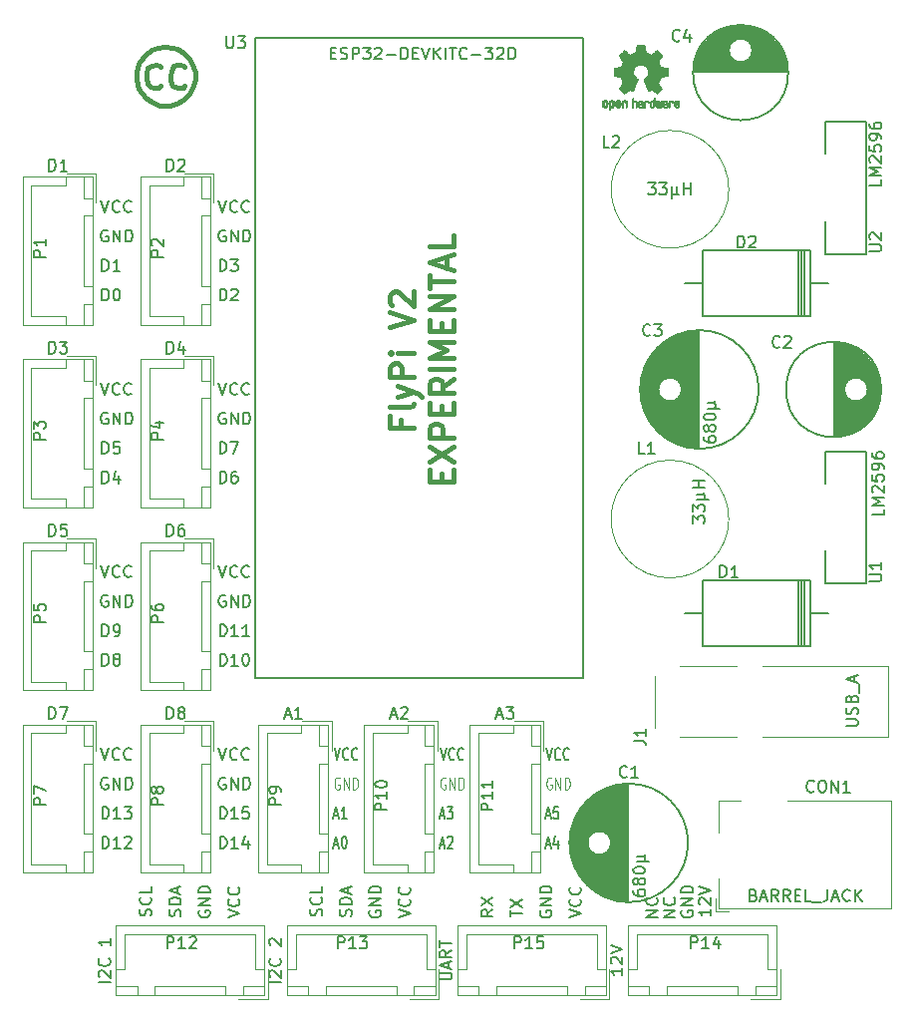
<source format=gbr>
G04 #@! TF.GenerationSoftware,KiCad,Pcbnew,(5.1.4)-1*
G04 #@! TF.CreationDate,2020-01-25T11:56:16+02:00*
G04 #@! TF.ProjectId,flypi_v2,666c7970-695f-4763-922e-6b696361645f,rev?*
G04 #@! TF.SameCoordinates,Original*
G04 #@! TF.FileFunction,Legend,Top*
G04 #@! TF.FilePolarity,Positive*
%FSLAX46Y46*%
G04 Gerber Fmt 4.6, Leading zero omitted, Abs format (unit mm)*
G04 Created by KiCad (PCBNEW (5.1.4)-1) date 2020-01-25 11:56:16*
%MOMM*%
%LPD*%
G04 APERTURE LIST*
%ADD10C,0.150000*%
%ADD11C,0.400000*%
%ADD12C,0.125000*%
%ADD13C,0.120000*%
%ADD14C,0.010000*%
%ADD15C,0.381000*%
%ADD16C,0.127000*%
G04 APERTURE END LIST*
D10*
X181000000Y-136261904D02*
X180952380Y-136357142D01*
X180952380Y-136500000D01*
X181000000Y-136642857D01*
X181095238Y-136738095D01*
X181190476Y-136785714D01*
X181380952Y-136833333D01*
X181523809Y-136833333D01*
X181714285Y-136785714D01*
X181809523Y-136738095D01*
X181904761Y-136642857D01*
X181952380Y-136500000D01*
X181952380Y-136404761D01*
X181904761Y-136261904D01*
X181857142Y-136214285D01*
X181523809Y-136214285D01*
X181523809Y-136404761D01*
X181952380Y-135785714D02*
X180952380Y-135785714D01*
X181952380Y-135214285D01*
X180952380Y-135214285D01*
X181952380Y-134738095D02*
X180952380Y-134738095D01*
X180952380Y-134500000D01*
X181000000Y-134357142D01*
X181095238Y-134261904D01*
X181190476Y-134214285D01*
X181380952Y-134166666D01*
X181523809Y-134166666D01*
X181714285Y-134214285D01*
X181809523Y-134261904D01*
X181904761Y-134357142D01*
X181952380Y-134500000D01*
X181952380Y-134738095D01*
X183452380Y-136833333D02*
X184452380Y-136500000D01*
X183452380Y-136166666D01*
X184357142Y-135261904D02*
X184404761Y-135309523D01*
X184452380Y-135452380D01*
X184452380Y-135547619D01*
X184404761Y-135690476D01*
X184309523Y-135785714D01*
X184214285Y-135833333D01*
X184023809Y-135880952D01*
X183880952Y-135880952D01*
X183690476Y-135833333D01*
X183595238Y-135785714D01*
X183500000Y-135690476D01*
X183452380Y-135547619D01*
X183452380Y-135452380D01*
X183500000Y-135309523D01*
X183547619Y-135261904D01*
X184357142Y-134261904D02*
X184404761Y-134309523D01*
X184452380Y-134452380D01*
X184452380Y-134547619D01*
X184404761Y-134690476D01*
X184309523Y-134785714D01*
X184214285Y-134833333D01*
X184023809Y-134880952D01*
X183880952Y-134880952D01*
X183690476Y-134833333D01*
X183595238Y-134785714D01*
X183500000Y-134690476D01*
X183452380Y-134547619D01*
X183452380Y-134452380D01*
X183500000Y-134309523D01*
X183547619Y-134261904D01*
X168952380Y-136833333D02*
X169952380Y-136500000D01*
X168952380Y-136166666D01*
X169857142Y-135261904D02*
X169904761Y-135309523D01*
X169952380Y-135452380D01*
X169952380Y-135547619D01*
X169904761Y-135690476D01*
X169809523Y-135785714D01*
X169714285Y-135833333D01*
X169523809Y-135880952D01*
X169380952Y-135880952D01*
X169190476Y-135833333D01*
X169095238Y-135785714D01*
X169000000Y-135690476D01*
X168952380Y-135547619D01*
X168952380Y-135452380D01*
X169000000Y-135309523D01*
X169047619Y-135261904D01*
X169857142Y-134261904D02*
X169904761Y-134309523D01*
X169952380Y-134452380D01*
X169952380Y-134547619D01*
X169904761Y-134690476D01*
X169809523Y-134785714D01*
X169714285Y-134833333D01*
X169523809Y-134880952D01*
X169380952Y-134880952D01*
X169190476Y-134833333D01*
X169095238Y-134785714D01*
X169000000Y-134690476D01*
X168952380Y-134547619D01*
X168952380Y-134452380D01*
X169000000Y-134309523D01*
X169047619Y-134261904D01*
X166500000Y-136261904D02*
X166452380Y-136357142D01*
X166452380Y-136500000D01*
X166500000Y-136642857D01*
X166595238Y-136738095D01*
X166690476Y-136785714D01*
X166880952Y-136833333D01*
X167023809Y-136833333D01*
X167214285Y-136785714D01*
X167309523Y-136738095D01*
X167404761Y-136642857D01*
X167452380Y-136500000D01*
X167452380Y-136404761D01*
X167404761Y-136261904D01*
X167357142Y-136214285D01*
X167023809Y-136214285D01*
X167023809Y-136404761D01*
X167452380Y-135785714D02*
X166452380Y-135785714D01*
X167452380Y-135214285D01*
X166452380Y-135214285D01*
X167452380Y-134738095D02*
X166452380Y-134738095D01*
X166452380Y-134500000D01*
X166500000Y-134357142D01*
X166595238Y-134261904D01*
X166690476Y-134214285D01*
X166880952Y-134166666D01*
X167023809Y-134166666D01*
X167214285Y-134214285D01*
X167309523Y-134261904D01*
X167404761Y-134357142D01*
X167452380Y-134500000D01*
X167452380Y-134738095D01*
X144238095Y-125000000D02*
X144142857Y-124952380D01*
X144000000Y-124952380D01*
X143857142Y-125000000D01*
X143761904Y-125095238D01*
X143714285Y-125190476D01*
X143666666Y-125380952D01*
X143666666Y-125523809D01*
X143714285Y-125714285D01*
X143761904Y-125809523D01*
X143857142Y-125904761D01*
X144000000Y-125952380D01*
X144095238Y-125952380D01*
X144238095Y-125904761D01*
X144285714Y-125857142D01*
X144285714Y-125523809D01*
X144095238Y-125523809D01*
X144714285Y-125952380D02*
X144714285Y-124952380D01*
X145285714Y-125952380D01*
X145285714Y-124952380D01*
X145761904Y-125952380D02*
X145761904Y-124952380D01*
X146000000Y-124952380D01*
X146142857Y-125000000D01*
X146238095Y-125095238D01*
X146285714Y-125190476D01*
X146333333Y-125380952D01*
X146333333Y-125523809D01*
X146285714Y-125714285D01*
X146238095Y-125809523D01*
X146142857Y-125904761D01*
X146000000Y-125952380D01*
X145761904Y-125952380D01*
X153666666Y-122452380D02*
X154000000Y-123452380D01*
X154333333Y-122452380D01*
X155238095Y-123357142D02*
X155190476Y-123404761D01*
X155047619Y-123452380D01*
X154952380Y-123452380D01*
X154809523Y-123404761D01*
X154714285Y-123309523D01*
X154666666Y-123214285D01*
X154619047Y-123023809D01*
X154619047Y-122880952D01*
X154666666Y-122690476D01*
X154714285Y-122595238D01*
X154809523Y-122500000D01*
X154952380Y-122452380D01*
X155047619Y-122452380D01*
X155190476Y-122500000D01*
X155238095Y-122547619D01*
X156238095Y-123357142D02*
X156190476Y-123404761D01*
X156047619Y-123452380D01*
X155952380Y-123452380D01*
X155809523Y-123404761D01*
X155714285Y-123309523D01*
X155666666Y-123214285D01*
X155619047Y-123023809D01*
X155619047Y-122880952D01*
X155666666Y-122690476D01*
X155714285Y-122595238D01*
X155809523Y-122500000D01*
X155952380Y-122452380D01*
X156047619Y-122452380D01*
X156190476Y-122500000D01*
X156238095Y-122547619D01*
X154238095Y-125000000D02*
X154142857Y-124952380D01*
X154000000Y-124952380D01*
X153857142Y-125000000D01*
X153761904Y-125095238D01*
X153714285Y-125190476D01*
X153666666Y-125380952D01*
X153666666Y-125523809D01*
X153714285Y-125714285D01*
X153761904Y-125809523D01*
X153857142Y-125904761D01*
X154000000Y-125952380D01*
X154095238Y-125952380D01*
X154238095Y-125904761D01*
X154285714Y-125857142D01*
X154285714Y-125523809D01*
X154095238Y-125523809D01*
X154714285Y-125952380D02*
X154714285Y-124952380D01*
X155285714Y-125952380D01*
X155285714Y-124952380D01*
X155761904Y-125952380D02*
X155761904Y-124952380D01*
X156000000Y-124952380D01*
X156142857Y-125000000D01*
X156238095Y-125095238D01*
X156285714Y-125190476D01*
X156333333Y-125380952D01*
X156333333Y-125523809D01*
X156285714Y-125714285D01*
X156238095Y-125809523D01*
X156142857Y-125904761D01*
X156000000Y-125952380D01*
X155761904Y-125952380D01*
X143666666Y-122452380D02*
X144000000Y-123452380D01*
X144333333Y-122452380D01*
X145238095Y-123357142D02*
X145190476Y-123404761D01*
X145047619Y-123452380D01*
X144952380Y-123452380D01*
X144809523Y-123404761D01*
X144714285Y-123309523D01*
X144666666Y-123214285D01*
X144619047Y-123023809D01*
X144619047Y-122880952D01*
X144666666Y-122690476D01*
X144714285Y-122595238D01*
X144809523Y-122500000D01*
X144952380Y-122452380D01*
X145047619Y-122452380D01*
X145190476Y-122500000D01*
X145238095Y-122547619D01*
X146238095Y-123357142D02*
X146190476Y-123404761D01*
X146047619Y-123452380D01*
X145952380Y-123452380D01*
X145809523Y-123404761D01*
X145714285Y-123309523D01*
X145666666Y-123214285D01*
X145619047Y-123023809D01*
X145619047Y-122880952D01*
X145666666Y-122690476D01*
X145714285Y-122595238D01*
X145809523Y-122500000D01*
X145952380Y-122452380D01*
X146047619Y-122452380D01*
X146190476Y-122500000D01*
X146238095Y-122547619D01*
X144238095Y-109500000D02*
X144142857Y-109452380D01*
X144000000Y-109452380D01*
X143857142Y-109500000D01*
X143761904Y-109595238D01*
X143714285Y-109690476D01*
X143666666Y-109880952D01*
X143666666Y-110023809D01*
X143714285Y-110214285D01*
X143761904Y-110309523D01*
X143857142Y-110404761D01*
X144000000Y-110452380D01*
X144095238Y-110452380D01*
X144238095Y-110404761D01*
X144285714Y-110357142D01*
X144285714Y-110023809D01*
X144095238Y-110023809D01*
X144714285Y-110452380D02*
X144714285Y-109452380D01*
X145285714Y-110452380D01*
X145285714Y-109452380D01*
X145761904Y-110452380D02*
X145761904Y-109452380D01*
X146000000Y-109452380D01*
X146142857Y-109500000D01*
X146238095Y-109595238D01*
X146285714Y-109690476D01*
X146333333Y-109880952D01*
X146333333Y-110023809D01*
X146285714Y-110214285D01*
X146238095Y-110309523D01*
X146142857Y-110404761D01*
X146000000Y-110452380D01*
X145761904Y-110452380D01*
X153666666Y-106952380D02*
X154000000Y-107952380D01*
X154333333Y-106952380D01*
X155238095Y-107857142D02*
X155190476Y-107904761D01*
X155047619Y-107952380D01*
X154952380Y-107952380D01*
X154809523Y-107904761D01*
X154714285Y-107809523D01*
X154666666Y-107714285D01*
X154619047Y-107523809D01*
X154619047Y-107380952D01*
X154666666Y-107190476D01*
X154714285Y-107095238D01*
X154809523Y-107000000D01*
X154952380Y-106952380D01*
X155047619Y-106952380D01*
X155190476Y-107000000D01*
X155238095Y-107047619D01*
X156238095Y-107857142D02*
X156190476Y-107904761D01*
X156047619Y-107952380D01*
X155952380Y-107952380D01*
X155809523Y-107904761D01*
X155714285Y-107809523D01*
X155666666Y-107714285D01*
X155619047Y-107523809D01*
X155619047Y-107380952D01*
X155666666Y-107190476D01*
X155714285Y-107095238D01*
X155809523Y-107000000D01*
X155952380Y-106952380D01*
X156047619Y-106952380D01*
X156190476Y-107000000D01*
X156238095Y-107047619D01*
X154238095Y-109500000D02*
X154142857Y-109452380D01*
X154000000Y-109452380D01*
X153857142Y-109500000D01*
X153761904Y-109595238D01*
X153714285Y-109690476D01*
X153666666Y-109880952D01*
X153666666Y-110023809D01*
X153714285Y-110214285D01*
X153761904Y-110309523D01*
X153857142Y-110404761D01*
X154000000Y-110452380D01*
X154095238Y-110452380D01*
X154238095Y-110404761D01*
X154285714Y-110357142D01*
X154285714Y-110023809D01*
X154095238Y-110023809D01*
X154714285Y-110452380D02*
X154714285Y-109452380D01*
X155285714Y-110452380D01*
X155285714Y-109452380D01*
X155761904Y-110452380D02*
X155761904Y-109452380D01*
X156000000Y-109452380D01*
X156142857Y-109500000D01*
X156238095Y-109595238D01*
X156285714Y-109690476D01*
X156333333Y-109880952D01*
X156333333Y-110023809D01*
X156285714Y-110214285D01*
X156238095Y-110309523D01*
X156142857Y-110404761D01*
X156000000Y-110452380D01*
X155761904Y-110452380D01*
X143666666Y-106952380D02*
X144000000Y-107952380D01*
X144333333Y-106952380D01*
X145238095Y-107857142D02*
X145190476Y-107904761D01*
X145047619Y-107952380D01*
X144952380Y-107952380D01*
X144809523Y-107904761D01*
X144714285Y-107809523D01*
X144666666Y-107714285D01*
X144619047Y-107523809D01*
X144619047Y-107380952D01*
X144666666Y-107190476D01*
X144714285Y-107095238D01*
X144809523Y-107000000D01*
X144952380Y-106952380D01*
X145047619Y-106952380D01*
X145190476Y-107000000D01*
X145238095Y-107047619D01*
X146238095Y-107857142D02*
X146190476Y-107904761D01*
X146047619Y-107952380D01*
X145952380Y-107952380D01*
X145809523Y-107904761D01*
X145714285Y-107809523D01*
X145666666Y-107714285D01*
X145619047Y-107523809D01*
X145619047Y-107380952D01*
X145666666Y-107190476D01*
X145714285Y-107095238D01*
X145809523Y-107000000D01*
X145952380Y-106952380D01*
X146047619Y-106952380D01*
X146190476Y-107000000D01*
X146238095Y-107047619D01*
X144238095Y-94000000D02*
X144142857Y-93952380D01*
X144000000Y-93952380D01*
X143857142Y-94000000D01*
X143761904Y-94095238D01*
X143714285Y-94190476D01*
X143666666Y-94380952D01*
X143666666Y-94523809D01*
X143714285Y-94714285D01*
X143761904Y-94809523D01*
X143857142Y-94904761D01*
X144000000Y-94952380D01*
X144095238Y-94952380D01*
X144238095Y-94904761D01*
X144285714Y-94857142D01*
X144285714Y-94523809D01*
X144095238Y-94523809D01*
X144714285Y-94952380D02*
X144714285Y-93952380D01*
X145285714Y-94952380D01*
X145285714Y-93952380D01*
X145761904Y-94952380D02*
X145761904Y-93952380D01*
X146000000Y-93952380D01*
X146142857Y-94000000D01*
X146238095Y-94095238D01*
X146285714Y-94190476D01*
X146333333Y-94380952D01*
X146333333Y-94523809D01*
X146285714Y-94714285D01*
X146238095Y-94809523D01*
X146142857Y-94904761D01*
X146000000Y-94952380D01*
X145761904Y-94952380D01*
X153666666Y-91452380D02*
X154000000Y-92452380D01*
X154333333Y-91452380D01*
X155238095Y-92357142D02*
X155190476Y-92404761D01*
X155047619Y-92452380D01*
X154952380Y-92452380D01*
X154809523Y-92404761D01*
X154714285Y-92309523D01*
X154666666Y-92214285D01*
X154619047Y-92023809D01*
X154619047Y-91880952D01*
X154666666Y-91690476D01*
X154714285Y-91595238D01*
X154809523Y-91500000D01*
X154952380Y-91452380D01*
X155047619Y-91452380D01*
X155190476Y-91500000D01*
X155238095Y-91547619D01*
X156238095Y-92357142D02*
X156190476Y-92404761D01*
X156047619Y-92452380D01*
X155952380Y-92452380D01*
X155809523Y-92404761D01*
X155714285Y-92309523D01*
X155666666Y-92214285D01*
X155619047Y-92023809D01*
X155619047Y-91880952D01*
X155666666Y-91690476D01*
X155714285Y-91595238D01*
X155809523Y-91500000D01*
X155952380Y-91452380D01*
X156047619Y-91452380D01*
X156190476Y-91500000D01*
X156238095Y-91547619D01*
X154238095Y-94000000D02*
X154142857Y-93952380D01*
X154000000Y-93952380D01*
X153857142Y-94000000D01*
X153761904Y-94095238D01*
X153714285Y-94190476D01*
X153666666Y-94380952D01*
X153666666Y-94523809D01*
X153714285Y-94714285D01*
X153761904Y-94809523D01*
X153857142Y-94904761D01*
X154000000Y-94952380D01*
X154095238Y-94952380D01*
X154238095Y-94904761D01*
X154285714Y-94857142D01*
X154285714Y-94523809D01*
X154095238Y-94523809D01*
X154714285Y-94952380D02*
X154714285Y-93952380D01*
X155285714Y-94952380D01*
X155285714Y-93952380D01*
X155761904Y-94952380D02*
X155761904Y-93952380D01*
X156000000Y-93952380D01*
X156142857Y-94000000D01*
X156238095Y-94095238D01*
X156285714Y-94190476D01*
X156333333Y-94380952D01*
X156333333Y-94523809D01*
X156285714Y-94714285D01*
X156238095Y-94809523D01*
X156142857Y-94904761D01*
X156000000Y-94952380D01*
X155761904Y-94952380D01*
X143666666Y-91452380D02*
X144000000Y-92452380D01*
X144333333Y-91452380D01*
X145238095Y-92357142D02*
X145190476Y-92404761D01*
X145047619Y-92452380D01*
X144952380Y-92452380D01*
X144809523Y-92404761D01*
X144714285Y-92309523D01*
X144666666Y-92214285D01*
X144619047Y-92023809D01*
X144619047Y-91880952D01*
X144666666Y-91690476D01*
X144714285Y-91595238D01*
X144809523Y-91500000D01*
X144952380Y-91452380D01*
X145047619Y-91452380D01*
X145190476Y-91500000D01*
X145238095Y-91547619D01*
X146238095Y-92357142D02*
X146190476Y-92404761D01*
X146047619Y-92452380D01*
X145952380Y-92452380D01*
X145809523Y-92404761D01*
X145714285Y-92309523D01*
X145666666Y-92214285D01*
X145619047Y-92023809D01*
X145619047Y-91880952D01*
X145666666Y-91690476D01*
X145714285Y-91595238D01*
X145809523Y-91500000D01*
X145952380Y-91452380D01*
X146047619Y-91452380D01*
X146190476Y-91500000D01*
X146238095Y-91547619D01*
D11*
X169157142Y-94547619D02*
X169157142Y-95214285D01*
X170204761Y-95214285D02*
X168204761Y-95214285D01*
X168204761Y-94261904D01*
X170204761Y-93214285D02*
X170109523Y-93404761D01*
X169919047Y-93500000D01*
X168204761Y-93500000D01*
X168871428Y-92642857D02*
X170204761Y-92166666D01*
X168871428Y-91690476D02*
X170204761Y-92166666D01*
X170680952Y-92357142D01*
X170776190Y-92452380D01*
X170871428Y-92642857D01*
X170204761Y-90928571D02*
X168204761Y-90928571D01*
X168204761Y-90166666D01*
X168300000Y-89976190D01*
X168395238Y-89880952D01*
X168585714Y-89785714D01*
X168871428Y-89785714D01*
X169061904Y-89880952D01*
X169157142Y-89976190D01*
X169252380Y-90166666D01*
X169252380Y-90928571D01*
X170204761Y-88928571D02*
X168871428Y-88928571D01*
X168204761Y-88928571D02*
X168300000Y-89023809D01*
X168395238Y-88928571D01*
X168300000Y-88833333D01*
X168204761Y-88928571D01*
X168395238Y-88928571D01*
X168204761Y-86738095D02*
X170204761Y-86071428D01*
X168204761Y-85404761D01*
X168395238Y-84833333D02*
X168300000Y-84738095D01*
X168204761Y-84547619D01*
X168204761Y-84071428D01*
X168300000Y-83880952D01*
X168395238Y-83785714D01*
X168585714Y-83690476D01*
X168776190Y-83690476D01*
X169061904Y-83785714D01*
X170204761Y-84928571D01*
X170204761Y-83690476D01*
X172557142Y-99785714D02*
X172557142Y-99119047D01*
X173604761Y-98833333D02*
X173604761Y-99785714D01*
X171604761Y-99785714D01*
X171604761Y-98833333D01*
X171604761Y-98166666D02*
X173604761Y-96833333D01*
X171604761Y-96833333D02*
X173604761Y-98166666D01*
X173604761Y-96071428D02*
X171604761Y-96071428D01*
X171604761Y-95309523D01*
X171700000Y-95119047D01*
X171795238Y-95023809D01*
X171985714Y-94928571D01*
X172271428Y-94928571D01*
X172461904Y-95023809D01*
X172557142Y-95119047D01*
X172652380Y-95309523D01*
X172652380Y-96071428D01*
X172557142Y-94071428D02*
X172557142Y-93404761D01*
X173604761Y-93119047D02*
X173604761Y-94071428D01*
X171604761Y-94071428D01*
X171604761Y-93119047D01*
X173604761Y-91119047D02*
X172652380Y-91785714D01*
X173604761Y-92261904D02*
X171604761Y-92261904D01*
X171604761Y-91500000D01*
X171700000Y-91309523D01*
X171795238Y-91214285D01*
X171985714Y-91119047D01*
X172271428Y-91119047D01*
X172461904Y-91214285D01*
X172557142Y-91309523D01*
X172652380Y-91500000D01*
X172652380Y-92261904D01*
X173604761Y-90261904D02*
X171604761Y-90261904D01*
X173604761Y-89309523D02*
X171604761Y-89309523D01*
X173033333Y-88642857D01*
X171604761Y-87976190D01*
X173604761Y-87976190D01*
X172557142Y-87023809D02*
X172557142Y-86357142D01*
X173604761Y-86071428D02*
X173604761Y-87023809D01*
X171604761Y-87023809D01*
X171604761Y-86071428D01*
X173604761Y-85214285D02*
X171604761Y-85214285D01*
X173604761Y-84071428D01*
X171604761Y-84071428D01*
X171604761Y-83404761D02*
X171604761Y-82261904D01*
X173604761Y-82833333D02*
X171604761Y-82833333D01*
X173033333Y-81690476D02*
X173033333Y-80738095D01*
X173604761Y-81880952D02*
X171604761Y-81214285D01*
X173604761Y-80547619D01*
X173604761Y-78928571D02*
X173604761Y-79880952D01*
X171604761Y-79880952D01*
D10*
X192452380Y-136785714D02*
X191452380Y-136785714D01*
X192452380Y-136214285D01*
X191452380Y-136214285D01*
X192357142Y-135166666D02*
X192404761Y-135214285D01*
X192452380Y-135357142D01*
X192452380Y-135452380D01*
X192404761Y-135595238D01*
X192309523Y-135690476D01*
X192214285Y-135738095D01*
X192023809Y-135785714D01*
X191880952Y-135785714D01*
X191690476Y-135738095D01*
X191595238Y-135690476D01*
X191500000Y-135595238D01*
X191452380Y-135452380D01*
X191452380Y-135357142D01*
X191500000Y-135214285D01*
X191547619Y-135166666D01*
X195452380Y-136119047D02*
X195452380Y-136690476D01*
X195452380Y-136404761D02*
X194452380Y-136404761D01*
X194595238Y-136500000D01*
X194690476Y-136595238D01*
X194738095Y-136690476D01*
X194547619Y-135738095D02*
X194500000Y-135690476D01*
X194452380Y-135595238D01*
X194452380Y-135357142D01*
X194500000Y-135261904D01*
X194547619Y-135214285D01*
X194642857Y-135166666D01*
X194738095Y-135166666D01*
X194880952Y-135214285D01*
X195452380Y-135785714D01*
X195452380Y-135166666D01*
X194452380Y-134880952D02*
X195452380Y-134547619D01*
X194452380Y-134214285D01*
X190952380Y-136785714D02*
X189952380Y-136785714D01*
X190952380Y-136214285D01*
X189952380Y-136214285D01*
X190857142Y-135166666D02*
X190904761Y-135214285D01*
X190952380Y-135357142D01*
X190952380Y-135452380D01*
X190904761Y-135595238D01*
X190809523Y-135690476D01*
X190714285Y-135738095D01*
X190523809Y-135785714D01*
X190380952Y-135785714D01*
X190190476Y-135738095D01*
X190095238Y-135690476D01*
X190000000Y-135595238D01*
X189952380Y-135452380D01*
X189952380Y-135357142D01*
X190000000Y-135214285D01*
X190047619Y-135166666D01*
X193000000Y-136261904D02*
X192952380Y-136357142D01*
X192952380Y-136500000D01*
X193000000Y-136642857D01*
X193095238Y-136738095D01*
X193190476Y-136785714D01*
X193380952Y-136833333D01*
X193523809Y-136833333D01*
X193714285Y-136785714D01*
X193809523Y-136738095D01*
X193904761Y-136642857D01*
X193952380Y-136500000D01*
X193952380Y-136404761D01*
X193904761Y-136261904D01*
X193857142Y-136214285D01*
X193523809Y-136214285D01*
X193523809Y-136404761D01*
X193952380Y-135785714D02*
X192952380Y-135785714D01*
X193952380Y-135214285D01*
X192952380Y-135214285D01*
X193952380Y-134738095D02*
X192952380Y-134738095D01*
X192952380Y-134500000D01*
X193000000Y-134357142D01*
X193095238Y-134261904D01*
X193190476Y-134214285D01*
X193380952Y-134166666D01*
X193523809Y-134166666D01*
X193714285Y-134214285D01*
X193809523Y-134261904D01*
X193904761Y-134357142D01*
X193952380Y-134500000D01*
X193952380Y-134738095D01*
X178452380Y-136761904D02*
X178452380Y-136190476D01*
X179452380Y-136476190D02*
X178452380Y-136476190D01*
X178452380Y-135952380D02*
X179452380Y-135285714D01*
X178452380Y-135285714D02*
X179452380Y-135952380D01*
X176952380Y-136166666D02*
X176476190Y-136500000D01*
X176952380Y-136738095D02*
X175952380Y-136738095D01*
X175952380Y-136357142D01*
X176000000Y-136261904D01*
X176047619Y-136214285D01*
X176142857Y-136166666D01*
X176285714Y-136166666D01*
X176380952Y-136214285D01*
X176428571Y-136261904D01*
X176476190Y-136357142D01*
X176476190Y-136738095D01*
X175952380Y-135833333D02*
X176952380Y-135166666D01*
X175952380Y-135166666D02*
X176952380Y-135833333D01*
X164904761Y-136714285D02*
X164952380Y-136571428D01*
X164952380Y-136333333D01*
X164904761Y-136238095D01*
X164857142Y-136190476D01*
X164761904Y-136142857D01*
X164666666Y-136142857D01*
X164571428Y-136190476D01*
X164523809Y-136238095D01*
X164476190Y-136333333D01*
X164428571Y-136523809D01*
X164380952Y-136619047D01*
X164333333Y-136666666D01*
X164238095Y-136714285D01*
X164142857Y-136714285D01*
X164047619Y-136666666D01*
X164000000Y-136619047D01*
X163952380Y-136523809D01*
X163952380Y-136285714D01*
X164000000Y-136142857D01*
X164952380Y-135714285D02*
X163952380Y-135714285D01*
X163952380Y-135476190D01*
X164000000Y-135333333D01*
X164095238Y-135238095D01*
X164190476Y-135190476D01*
X164380952Y-135142857D01*
X164523809Y-135142857D01*
X164714285Y-135190476D01*
X164809523Y-135238095D01*
X164904761Y-135333333D01*
X164952380Y-135476190D01*
X164952380Y-135714285D01*
X164666666Y-134761904D02*
X164666666Y-134285714D01*
X164952380Y-134857142D02*
X163952380Y-134523809D01*
X164952380Y-134190476D01*
X162404761Y-136690476D02*
X162452380Y-136547619D01*
X162452380Y-136309523D01*
X162404761Y-136214285D01*
X162357142Y-136166666D01*
X162261904Y-136119047D01*
X162166666Y-136119047D01*
X162071428Y-136166666D01*
X162023809Y-136214285D01*
X161976190Y-136309523D01*
X161928571Y-136500000D01*
X161880952Y-136595238D01*
X161833333Y-136642857D01*
X161738095Y-136690476D01*
X161642857Y-136690476D01*
X161547619Y-136642857D01*
X161500000Y-136595238D01*
X161452380Y-136500000D01*
X161452380Y-136261904D01*
X161500000Y-136119047D01*
X162357142Y-135119047D02*
X162404761Y-135166666D01*
X162452380Y-135309523D01*
X162452380Y-135404761D01*
X162404761Y-135547619D01*
X162309523Y-135642857D01*
X162214285Y-135690476D01*
X162023809Y-135738095D01*
X161880952Y-135738095D01*
X161690476Y-135690476D01*
X161595238Y-135642857D01*
X161500000Y-135547619D01*
X161452380Y-135404761D01*
X161452380Y-135309523D01*
X161500000Y-135166666D01*
X161547619Y-135119047D01*
X162452380Y-134214285D02*
X162452380Y-134690476D01*
X161452380Y-134690476D01*
X150404761Y-136714285D02*
X150452380Y-136571428D01*
X150452380Y-136333333D01*
X150404761Y-136238095D01*
X150357142Y-136190476D01*
X150261904Y-136142857D01*
X150166666Y-136142857D01*
X150071428Y-136190476D01*
X150023809Y-136238095D01*
X149976190Y-136333333D01*
X149928571Y-136523809D01*
X149880952Y-136619047D01*
X149833333Y-136666666D01*
X149738095Y-136714285D01*
X149642857Y-136714285D01*
X149547619Y-136666666D01*
X149500000Y-136619047D01*
X149452380Y-136523809D01*
X149452380Y-136285714D01*
X149500000Y-136142857D01*
X150452380Y-135714285D02*
X149452380Y-135714285D01*
X149452380Y-135476190D01*
X149500000Y-135333333D01*
X149595238Y-135238095D01*
X149690476Y-135190476D01*
X149880952Y-135142857D01*
X150023809Y-135142857D01*
X150214285Y-135190476D01*
X150309523Y-135238095D01*
X150404761Y-135333333D01*
X150452380Y-135476190D01*
X150452380Y-135714285D01*
X150166666Y-134761904D02*
X150166666Y-134285714D01*
X150452380Y-134857142D02*
X149452380Y-134523809D01*
X150452380Y-134190476D01*
X147904761Y-136690476D02*
X147952380Y-136547619D01*
X147952380Y-136309523D01*
X147904761Y-136214285D01*
X147857142Y-136166666D01*
X147761904Y-136119047D01*
X147666666Y-136119047D01*
X147571428Y-136166666D01*
X147523809Y-136214285D01*
X147476190Y-136309523D01*
X147428571Y-136500000D01*
X147380952Y-136595238D01*
X147333333Y-136642857D01*
X147238095Y-136690476D01*
X147142857Y-136690476D01*
X147047619Y-136642857D01*
X147000000Y-136595238D01*
X146952380Y-136500000D01*
X146952380Y-136261904D01*
X147000000Y-136119047D01*
X147857142Y-135119047D02*
X147904761Y-135166666D01*
X147952380Y-135309523D01*
X147952380Y-135404761D01*
X147904761Y-135547619D01*
X147809523Y-135642857D01*
X147714285Y-135690476D01*
X147523809Y-135738095D01*
X147380952Y-135738095D01*
X147190476Y-135690476D01*
X147095238Y-135642857D01*
X147000000Y-135547619D01*
X146952380Y-135404761D01*
X146952380Y-135309523D01*
X147000000Y-135166666D01*
X147047619Y-135119047D01*
X147952380Y-134214285D02*
X147952380Y-134690476D01*
X146952380Y-134690476D01*
X154452380Y-136833333D02*
X155452380Y-136500000D01*
X154452380Y-136166666D01*
X155357142Y-135261904D02*
X155404761Y-135309523D01*
X155452380Y-135452380D01*
X155452380Y-135547619D01*
X155404761Y-135690476D01*
X155309523Y-135785714D01*
X155214285Y-135833333D01*
X155023809Y-135880952D01*
X154880952Y-135880952D01*
X154690476Y-135833333D01*
X154595238Y-135785714D01*
X154500000Y-135690476D01*
X154452380Y-135547619D01*
X154452380Y-135452380D01*
X154500000Y-135309523D01*
X154547619Y-135261904D01*
X155357142Y-134261904D02*
X155404761Y-134309523D01*
X155452380Y-134452380D01*
X155452380Y-134547619D01*
X155404761Y-134690476D01*
X155309523Y-134785714D01*
X155214285Y-134833333D01*
X155023809Y-134880952D01*
X154880952Y-134880952D01*
X154690476Y-134833333D01*
X154595238Y-134785714D01*
X154500000Y-134690476D01*
X154452380Y-134547619D01*
X154452380Y-134452380D01*
X154500000Y-134309523D01*
X154547619Y-134261904D01*
X152000000Y-136261904D02*
X151952380Y-136357142D01*
X151952380Y-136500000D01*
X152000000Y-136642857D01*
X152095238Y-136738095D01*
X152190476Y-136785714D01*
X152380952Y-136833333D01*
X152523809Y-136833333D01*
X152714285Y-136785714D01*
X152809523Y-136738095D01*
X152904761Y-136642857D01*
X152952380Y-136500000D01*
X152952380Y-136404761D01*
X152904761Y-136261904D01*
X152857142Y-136214285D01*
X152523809Y-136214285D01*
X152523809Y-136404761D01*
X152952380Y-135785714D02*
X151952380Y-135785714D01*
X152952380Y-135214285D01*
X151952380Y-135214285D01*
X152952380Y-134738095D02*
X151952380Y-134738095D01*
X151952380Y-134500000D01*
X152000000Y-134357142D01*
X152095238Y-134261904D01*
X152190476Y-134214285D01*
X152380952Y-134166666D01*
X152523809Y-134166666D01*
X152714285Y-134214285D01*
X152809523Y-134261904D01*
X152904761Y-134357142D01*
X152952380Y-134500000D01*
X152952380Y-134738095D01*
X181500000Y-122452380D02*
X181750000Y-123452380D01*
X182000000Y-122452380D01*
X182678571Y-123357142D02*
X182642857Y-123404761D01*
X182535714Y-123452380D01*
X182464285Y-123452380D01*
X182357142Y-123404761D01*
X182285714Y-123309523D01*
X182250000Y-123214285D01*
X182214285Y-123023809D01*
X182214285Y-122880952D01*
X182250000Y-122690476D01*
X182285714Y-122595238D01*
X182357142Y-122500000D01*
X182464285Y-122452380D01*
X182535714Y-122452380D01*
X182642857Y-122500000D01*
X182678571Y-122547619D01*
X183428571Y-123357142D02*
X183392857Y-123404761D01*
X183285714Y-123452380D01*
X183214285Y-123452380D01*
X183107142Y-123404761D01*
X183035714Y-123309523D01*
X183000000Y-123214285D01*
X182964285Y-123023809D01*
X182964285Y-122880952D01*
X183000000Y-122690476D01*
X183035714Y-122595238D01*
X183107142Y-122500000D01*
X183214285Y-122452380D01*
X183285714Y-122452380D01*
X183392857Y-122500000D01*
X183428571Y-122547619D01*
D12*
X181928571Y-125000000D02*
X181857142Y-124952380D01*
X181750000Y-124952380D01*
X181642857Y-125000000D01*
X181571428Y-125095238D01*
X181535714Y-125190476D01*
X181500000Y-125380952D01*
X181500000Y-125523809D01*
X181535714Y-125714285D01*
X181571428Y-125809523D01*
X181642857Y-125904761D01*
X181750000Y-125952380D01*
X181821428Y-125952380D01*
X181928571Y-125904761D01*
X181964285Y-125857142D01*
X181964285Y-125523809D01*
X181821428Y-125523809D01*
X182285714Y-125952380D02*
X182285714Y-124952380D01*
X182714285Y-125952380D01*
X182714285Y-124952380D01*
X183071428Y-125952380D02*
X183071428Y-124952380D01*
X183250000Y-124952380D01*
X183357142Y-125000000D01*
X183428571Y-125095238D01*
X183464285Y-125190476D01*
X183500000Y-125380952D01*
X183500000Y-125523809D01*
X183464285Y-125714285D01*
X183428571Y-125809523D01*
X183357142Y-125904761D01*
X183250000Y-125952380D01*
X183071428Y-125952380D01*
D10*
X181464285Y-128166666D02*
X181821428Y-128166666D01*
X181392857Y-128452380D02*
X181642857Y-127452380D01*
X181892857Y-128452380D01*
X182500000Y-127452380D02*
X182142857Y-127452380D01*
X182107142Y-127928571D01*
X182142857Y-127880952D01*
X182214285Y-127833333D01*
X182392857Y-127833333D01*
X182464285Y-127880952D01*
X182500000Y-127928571D01*
X182535714Y-128023809D01*
X182535714Y-128261904D01*
X182500000Y-128357142D01*
X182464285Y-128404761D01*
X182392857Y-128452380D01*
X182214285Y-128452380D01*
X182142857Y-128404761D01*
X182107142Y-128357142D01*
X181464285Y-130666666D02*
X181821428Y-130666666D01*
X181392857Y-130952380D02*
X181642857Y-129952380D01*
X181892857Y-130952380D01*
X182464285Y-130285714D02*
X182464285Y-130952380D01*
X182285714Y-129904761D02*
X182107142Y-130619047D01*
X182571428Y-130619047D01*
X172500000Y-122452380D02*
X172750000Y-123452380D01*
X173000000Y-122452380D01*
X173678571Y-123357142D02*
X173642857Y-123404761D01*
X173535714Y-123452380D01*
X173464285Y-123452380D01*
X173357142Y-123404761D01*
X173285714Y-123309523D01*
X173250000Y-123214285D01*
X173214285Y-123023809D01*
X173214285Y-122880952D01*
X173250000Y-122690476D01*
X173285714Y-122595238D01*
X173357142Y-122500000D01*
X173464285Y-122452380D01*
X173535714Y-122452380D01*
X173642857Y-122500000D01*
X173678571Y-122547619D01*
X174428571Y-123357142D02*
X174392857Y-123404761D01*
X174285714Y-123452380D01*
X174214285Y-123452380D01*
X174107142Y-123404761D01*
X174035714Y-123309523D01*
X174000000Y-123214285D01*
X173964285Y-123023809D01*
X173964285Y-122880952D01*
X174000000Y-122690476D01*
X174035714Y-122595238D01*
X174107142Y-122500000D01*
X174214285Y-122452380D01*
X174285714Y-122452380D01*
X174392857Y-122500000D01*
X174428571Y-122547619D01*
D12*
X172928571Y-125000000D02*
X172857142Y-124952380D01*
X172750000Y-124952380D01*
X172642857Y-125000000D01*
X172571428Y-125095238D01*
X172535714Y-125190476D01*
X172500000Y-125380952D01*
X172500000Y-125523809D01*
X172535714Y-125714285D01*
X172571428Y-125809523D01*
X172642857Y-125904761D01*
X172750000Y-125952380D01*
X172821428Y-125952380D01*
X172928571Y-125904761D01*
X172964285Y-125857142D01*
X172964285Y-125523809D01*
X172821428Y-125523809D01*
X173285714Y-125952380D02*
X173285714Y-124952380D01*
X173714285Y-125952380D01*
X173714285Y-124952380D01*
X174071428Y-125952380D02*
X174071428Y-124952380D01*
X174250000Y-124952380D01*
X174357142Y-125000000D01*
X174428571Y-125095238D01*
X174464285Y-125190476D01*
X174500000Y-125380952D01*
X174500000Y-125523809D01*
X174464285Y-125714285D01*
X174428571Y-125809523D01*
X174357142Y-125904761D01*
X174250000Y-125952380D01*
X174071428Y-125952380D01*
D10*
X172464285Y-128166666D02*
X172821428Y-128166666D01*
X172392857Y-128452380D02*
X172642857Y-127452380D01*
X172892857Y-128452380D01*
X173071428Y-127452380D02*
X173535714Y-127452380D01*
X173285714Y-127833333D01*
X173392857Y-127833333D01*
X173464285Y-127880952D01*
X173500000Y-127928571D01*
X173535714Y-128023809D01*
X173535714Y-128261904D01*
X173500000Y-128357142D01*
X173464285Y-128404761D01*
X173392857Y-128452380D01*
X173178571Y-128452380D01*
X173107142Y-128404761D01*
X173071428Y-128357142D01*
X172464285Y-130666666D02*
X172821428Y-130666666D01*
X172392857Y-130952380D02*
X172642857Y-129952380D01*
X172892857Y-130952380D01*
X173107142Y-130047619D02*
X173142857Y-130000000D01*
X173214285Y-129952380D01*
X173392857Y-129952380D01*
X173464285Y-130000000D01*
X173500000Y-130047619D01*
X173535714Y-130142857D01*
X173535714Y-130238095D01*
X173500000Y-130380952D01*
X173071428Y-130952380D01*
X173535714Y-130952380D01*
X163500000Y-122452380D02*
X163750000Y-123452380D01*
X164000000Y-122452380D01*
X164678571Y-123357142D02*
X164642857Y-123404761D01*
X164535714Y-123452380D01*
X164464285Y-123452380D01*
X164357142Y-123404761D01*
X164285714Y-123309523D01*
X164250000Y-123214285D01*
X164214285Y-123023809D01*
X164214285Y-122880952D01*
X164250000Y-122690476D01*
X164285714Y-122595238D01*
X164357142Y-122500000D01*
X164464285Y-122452380D01*
X164535714Y-122452380D01*
X164642857Y-122500000D01*
X164678571Y-122547619D01*
X165428571Y-123357142D02*
X165392857Y-123404761D01*
X165285714Y-123452380D01*
X165214285Y-123452380D01*
X165107142Y-123404761D01*
X165035714Y-123309523D01*
X165000000Y-123214285D01*
X164964285Y-123023809D01*
X164964285Y-122880952D01*
X165000000Y-122690476D01*
X165035714Y-122595238D01*
X165107142Y-122500000D01*
X165214285Y-122452380D01*
X165285714Y-122452380D01*
X165392857Y-122500000D01*
X165428571Y-122547619D01*
D12*
X163928571Y-125000000D02*
X163857142Y-124952380D01*
X163750000Y-124952380D01*
X163642857Y-125000000D01*
X163571428Y-125095238D01*
X163535714Y-125190476D01*
X163500000Y-125380952D01*
X163500000Y-125523809D01*
X163535714Y-125714285D01*
X163571428Y-125809523D01*
X163642857Y-125904761D01*
X163750000Y-125952380D01*
X163821428Y-125952380D01*
X163928571Y-125904761D01*
X163964285Y-125857142D01*
X163964285Y-125523809D01*
X163821428Y-125523809D01*
X164285714Y-125952380D02*
X164285714Y-124952380D01*
X164714285Y-125952380D01*
X164714285Y-124952380D01*
X165071428Y-125952380D02*
X165071428Y-124952380D01*
X165250000Y-124952380D01*
X165357142Y-125000000D01*
X165428571Y-125095238D01*
X165464285Y-125190476D01*
X165500000Y-125380952D01*
X165500000Y-125523809D01*
X165464285Y-125714285D01*
X165428571Y-125809523D01*
X165357142Y-125904761D01*
X165250000Y-125952380D01*
X165071428Y-125952380D01*
D10*
X163464285Y-128166666D02*
X163821428Y-128166666D01*
X163392857Y-128452380D02*
X163642857Y-127452380D01*
X163892857Y-128452380D01*
X164535714Y-128452380D02*
X164107142Y-128452380D01*
X164321428Y-128452380D02*
X164321428Y-127452380D01*
X164250000Y-127595238D01*
X164178571Y-127690476D01*
X164107142Y-127738095D01*
X163464285Y-130666666D02*
X163821428Y-130666666D01*
X163392857Y-130952380D02*
X163642857Y-129952380D01*
X163892857Y-130952380D01*
X164285714Y-129952380D02*
X164357142Y-129952380D01*
X164428571Y-130000000D01*
X164464285Y-130047619D01*
X164500000Y-130142857D01*
X164535714Y-130333333D01*
X164535714Y-130571428D01*
X164500000Y-130761904D01*
X164464285Y-130857142D01*
X164428571Y-130904761D01*
X164357142Y-130952380D01*
X164285714Y-130952380D01*
X164214285Y-130904761D01*
X164178571Y-130857142D01*
X164142857Y-130761904D01*
X164107142Y-130571428D01*
X164107142Y-130333333D01*
X164142857Y-130142857D01*
X164178571Y-130047619D01*
X164214285Y-130000000D01*
X164285714Y-129952380D01*
X143785714Y-128452380D02*
X143785714Y-127452380D01*
X144023809Y-127452380D01*
X144166666Y-127500000D01*
X144261904Y-127595238D01*
X144309523Y-127690476D01*
X144357142Y-127880952D01*
X144357142Y-128023809D01*
X144309523Y-128214285D01*
X144261904Y-128309523D01*
X144166666Y-128404761D01*
X144023809Y-128452380D01*
X143785714Y-128452380D01*
X145309523Y-128452380D02*
X144738095Y-128452380D01*
X145023809Y-128452380D02*
X145023809Y-127452380D01*
X144928571Y-127595238D01*
X144833333Y-127690476D01*
X144738095Y-127738095D01*
X145642857Y-127452380D02*
X146261904Y-127452380D01*
X145928571Y-127833333D01*
X146071428Y-127833333D01*
X146166666Y-127880952D01*
X146214285Y-127928571D01*
X146261904Y-128023809D01*
X146261904Y-128261904D01*
X146214285Y-128357142D01*
X146166666Y-128404761D01*
X146071428Y-128452380D01*
X145785714Y-128452380D01*
X145690476Y-128404761D01*
X145642857Y-128357142D01*
X143785714Y-130952380D02*
X143785714Y-129952380D01*
X144023809Y-129952380D01*
X144166666Y-130000000D01*
X144261904Y-130095238D01*
X144309523Y-130190476D01*
X144357142Y-130380952D01*
X144357142Y-130523809D01*
X144309523Y-130714285D01*
X144261904Y-130809523D01*
X144166666Y-130904761D01*
X144023809Y-130952380D01*
X143785714Y-130952380D01*
X145309523Y-130952380D02*
X144738095Y-130952380D01*
X145023809Y-130952380D02*
X145023809Y-129952380D01*
X144928571Y-130095238D01*
X144833333Y-130190476D01*
X144738095Y-130238095D01*
X145690476Y-130047619D02*
X145738095Y-130000000D01*
X145833333Y-129952380D01*
X146071428Y-129952380D01*
X146166666Y-130000000D01*
X146214285Y-130047619D01*
X146261904Y-130142857D01*
X146261904Y-130238095D01*
X146214285Y-130380952D01*
X145642857Y-130952380D01*
X146261904Y-130952380D01*
X153785714Y-128452380D02*
X153785714Y-127452380D01*
X154023809Y-127452380D01*
X154166666Y-127500000D01*
X154261904Y-127595238D01*
X154309523Y-127690476D01*
X154357142Y-127880952D01*
X154357142Y-128023809D01*
X154309523Y-128214285D01*
X154261904Y-128309523D01*
X154166666Y-128404761D01*
X154023809Y-128452380D01*
X153785714Y-128452380D01*
X155309523Y-128452380D02*
X154738095Y-128452380D01*
X155023809Y-128452380D02*
X155023809Y-127452380D01*
X154928571Y-127595238D01*
X154833333Y-127690476D01*
X154738095Y-127738095D01*
X156214285Y-127452380D02*
X155738095Y-127452380D01*
X155690476Y-127928571D01*
X155738095Y-127880952D01*
X155833333Y-127833333D01*
X156071428Y-127833333D01*
X156166666Y-127880952D01*
X156214285Y-127928571D01*
X156261904Y-128023809D01*
X156261904Y-128261904D01*
X156214285Y-128357142D01*
X156166666Y-128404761D01*
X156071428Y-128452380D01*
X155833333Y-128452380D01*
X155738095Y-128404761D01*
X155690476Y-128357142D01*
X153785714Y-130952380D02*
X153785714Y-129952380D01*
X154023809Y-129952380D01*
X154166666Y-130000000D01*
X154261904Y-130095238D01*
X154309523Y-130190476D01*
X154357142Y-130380952D01*
X154357142Y-130523809D01*
X154309523Y-130714285D01*
X154261904Y-130809523D01*
X154166666Y-130904761D01*
X154023809Y-130952380D01*
X153785714Y-130952380D01*
X155309523Y-130952380D02*
X154738095Y-130952380D01*
X155023809Y-130952380D02*
X155023809Y-129952380D01*
X154928571Y-130095238D01*
X154833333Y-130190476D01*
X154738095Y-130238095D01*
X156166666Y-130285714D02*
X156166666Y-130952380D01*
X155928571Y-129904761D02*
X155690476Y-130619047D01*
X156309523Y-130619047D01*
X143761904Y-112952380D02*
X143761904Y-111952380D01*
X144000000Y-111952380D01*
X144142857Y-112000000D01*
X144238095Y-112095238D01*
X144285714Y-112190476D01*
X144333333Y-112380952D01*
X144333333Y-112523809D01*
X144285714Y-112714285D01*
X144238095Y-112809523D01*
X144142857Y-112904761D01*
X144000000Y-112952380D01*
X143761904Y-112952380D01*
X144809523Y-112952380D02*
X145000000Y-112952380D01*
X145095238Y-112904761D01*
X145142857Y-112857142D01*
X145238095Y-112714285D01*
X145285714Y-112523809D01*
X145285714Y-112142857D01*
X145238095Y-112047619D01*
X145190476Y-112000000D01*
X145095238Y-111952380D01*
X144904761Y-111952380D01*
X144809523Y-112000000D01*
X144761904Y-112047619D01*
X144714285Y-112142857D01*
X144714285Y-112380952D01*
X144761904Y-112476190D01*
X144809523Y-112523809D01*
X144904761Y-112571428D01*
X145095238Y-112571428D01*
X145190476Y-112523809D01*
X145238095Y-112476190D01*
X145285714Y-112380952D01*
X143761904Y-115452380D02*
X143761904Y-114452380D01*
X144000000Y-114452380D01*
X144142857Y-114500000D01*
X144238095Y-114595238D01*
X144285714Y-114690476D01*
X144333333Y-114880952D01*
X144333333Y-115023809D01*
X144285714Y-115214285D01*
X144238095Y-115309523D01*
X144142857Y-115404761D01*
X144000000Y-115452380D01*
X143761904Y-115452380D01*
X144904761Y-114880952D02*
X144809523Y-114833333D01*
X144761904Y-114785714D01*
X144714285Y-114690476D01*
X144714285Y-114642857D01*
X144761904Y-114547619D01*
X144809523Y-114500000D01*
X144904761Y-114452380D01*
X145095238Y-114452380D01*
X145190476Y-114500000D01*
X145238095Y-114547619D01*
X145285714Y-114642857D01*
X145285714Y-114690476D01*
X145238095Y-114785714D01*
X145190476Y-114833333D01*
X145095238Y-114880952D01*
X144904761Y-114880952D01*
X144809523Y-114928571D01*
X144761904Y-114976190D01*
X144714285Y-115071428D01*
X144714285Y-115261904D01*
X144761904Y-115357142D01*
X144809523Y-115404761D01*
X144904761Y-115452380D01*
X145095238Y-115452380D01*
X145190476Y-115404761D01*
X145238095Y-115357142D01*
X145285714Y-115261904D01*
X145285714Y-115071428D01*
X145238095Y-114976190D01*
X145190476Y-114928571D01*
X145095238Y-114880952D01*
X153785714Y-112952380D02*
X153785714Y-111952380D01*
X154023809Y-111952380D01*
X154166666Y-112000000D01*
X154261904Y-112095238D01*
X154309523Y-112190476D01*
X154357142Y-112380952D01*
X154357142Y-112523809D01*
X154309523Y-112714285D01*
X154261904Y-112809523D01*
X154166666Y-112904761D01*
X154023809Y-112952380D01*
X153785714Y-112952380D01*
X155309523Y-112952380D02*
X154738095Y-112952380D01*
X155023809Y-112952380D02*
X155023809Y-111952380D01*
X154928571Y-112095238D01*
X154833333Y-112190476D01*
X154738095Y-112238095D01*
X156261904Y-112952380D02*
X155690476Y-112952380D01*
X155976190Y-112952380D02*
X155976190Y-111952380D01*
X155880952Y-112095238D01*
X155785714Y-112190476D01*
X155690476Y-112238095D01*
X153785714Y-115452380D02*
X153785714Y-114452380D01*
X154023809Y-114452380D01*
X154166666Y-114500000D01*
X154261904Y-114595238D01*
X154309523Y-114690476D01*
X154357142Y-114880952D01*
X154357142Y-115023809D01*
X154309523Y-115214285D01*
X154261904Y-115309523D01*
X154166666Y-115404761D01*
X154023809Y-115452380D01*
X153785714Y-115452380D01*
X155309523Y-115452380D02*
X154738095Y-115452380D01*
X155023809Y-115452380D02*
X155023809Y-114452380D01*
X154928571Y-114595238D01*
X154833333Y-114690476D01*
X154738095Y-114738095D01*
X155928571Y-114452380D02*
X156023809Y-114452380D01*
X156119047Y-114500000D01*
X156166666Y-114547619D01*
X156214285Y-114642857D01*
X156261904Y-114833333D01*
X156261904Y-115071428D01*
X156214285Y-115261904D01*
X156166666Y-115357142D01*
X156119047Y-115404761D01*
X156023809Y-115452380D01*
X155928571Y-115452380D01*
X155833333Y-115404761D01*
X155785714Y-115357142D01*
X155738095Y-115261904D01*
X155690476Y-115071428D01*
X155690476Y-114833333D01*
X155738095Y-114642857D01*
X155785714Y-114547619D01*
X155833333Y-114500000D01*
X155928571Y-114452380D01*
X143761904Y-97452380D02*
X143761904Y-96452380D01*
X144000000Y-96452380D01*
X144142857Y-96500000D01*
X144238095Y-96595238D01*
X144285714Y-96690476D01*
X144333333Y-96880952D01*
X144333333Y-97023809D01*
X144285714Y-97214285D01*
X144238095Y-97309523D01*
X144142857Y-97404761D01*
X144000000Y-97452380D01*
X143761904Y-97452380D01*
X145238095Y-96452380D02*
X144761904Y-96452380D01*
X144714285Y-96928571D01*
X144761904Y-96880952D01*
X144857142Y-96833333D01*
X145095238Y-96833333D01*
X145190476Y-96880952D01*
X145238095Y-96928571D01*
X145285714Y-97023809D01*
X145285714Y-97261904D01*
X145238095Y-97357142D01*
X145190476Y-97404761D01*
X145095238Y-97452380D01*
X144857142Y-97452380D01*
X144761904Y-97404761D01*
X144714285Y-97357142D01*
X143761904Y-99952380D02*
X143761904Y-98952380D01*
X144000000Y-98952380D01*
X144142857Y-99000000D01*
X144238095Y-99095238D01*
X144285714Y-99190476D01*
X144333333Y-99380952D01*
X144333333Y-99523809D01*
X144285714Y-99714285D01*
X144238095Y-99809523D01*
X144142857Y-99904761D01*
X144000000Y-99952380D01*
X143761904Y-99952380D01*
X145190476Y-99285714D02*
X145190476Y-99952380D01*
X144952380Y-98904761D02*
X144714285Y-99619047D01*
X145333333Y-99619047D01*
X153761904Y-97452380D02*
X153761904Y-96452380D01*
X154000000Y-96452380D01*
X154142857Y-96500000D01*
X154238095Y-96595238D01*
X154285714Y-96690476D01*
X154333333Y-96880952D01*
X154333333Y-97023809D01*
X154285714Y-97214285D01*
X154238095Y-97309523D01*
X154142857Y-97404761D01*
X154000000Y-97452380D01*
X153761904Y-97452380D01*
X154666666Y-96452380D02*
X155333333Y-96452380D01*
X154904761Y-97452380D01*
X153761904Y-99952380D02*
X153761904Y-98952380D01*
X154000000Y-98952380D01*
X154142857Y-99000000D01*
X154238095Y-99095238D01*
X154285714Y-99190476D01*
X154333333Y-99380952D01*
X154333333Y-99523809D01*
X154285714Y-99714285D01*
X154238095Y-99809523D01*
X154142857Y-99904761D01*
X154000000Y-99952380D01*
X153761904Y-99952380D01*
X155190476Y-98952380D02*
X155000000Y-98952380D01*
X154904761Y-99000000D01*
X154857142Y-99047619D01*
X154761904Y-99190476D01*
X154714285Y-99380952D01*
X154714285Y-99761904D01*
X154761904Y-99857142D01*
X154809523Y-99904761D01*
X154904761Y-99952380D01*
X155095238Y-99952380D01*
X155190476Y-99904761D01*
X155238095Y-99857142D01*
X155285714Y-99761904D01*
X155285714Y-99523809D01*
X155238095Y-99428571D01*
X155190476Y-99380952D01*
X155095238Y-99333333D01*
X154904761Y-99333333D01*
X154809523Y-99380952D01*
X154761904Y-99428571D01*
X154714285Y-99523809D01*
X143666666Y-75952380D02*
X144000000Y-76952380D01*
X144333333Y-75952380D01*
X145238095Y-76857142D02*
X145190476Y-76904761D01*
X145047619Y-76952380D01*
X144952380Y-76952380D01*
X144809523Y-76904761D01*
X144714285Y-76809523D01*
X144666666Y-76714285D01*
X144619047Y-76523809D01*
X144619047Y-76380952D01*
X144666666Y-76190476D01*
X144714285Y-76095238D01*
X144809523Y-76000000D01*
X144952380Y-75952380D01*
X145047619Y-75952380D01*
X145190476Y-76000000D01*
X145238095Y-76047619D01*
X146238095Y-76857142D02*
X146190476Y-76904761D01*
X146047619Y-76952380D01*
X145952380Y-76952380D01*
X145809523Y-76904761D01*
X145714285Y-76809523D01*
X145666666Y-76714285D01*
X145619047Y-76523809D01*
X145619047Y-76380952D01*
X145666666Y-76190476D01*
X145714285Y-76095238D01*
X145809523Y-76000000D01*
X145952380Y-75952380D01*
X146047619Y-75952380D01*
X146190476Y-76000000D01*
X146238095Y-76047619D01*
X153761904Y-81952380D02*
X153761904Y-80952380D01*
X154000000Y-80952380D01*
X154142857Y-81000000D01*
X154238095Y-81095238D01*
X154285714Y-81190476D01*
X154333333Y-81380952D01*
X154333333Y-81523809D01*
X154285714Y-81714285D01*
X154238095Y-81809523D01*
X154142857Y-81904761D01*
X154000000Y-81952380D01*
X153761904Y-81952380D01*
X154666666Y-80952380D02*
X155285714Y-80952380D01*
X154952380Y-81333333D01*
X155095238Y-81333333D01*
X155190476Y-81380952D01*
X155238095Y-81428571D01*
X155285714Y-81523809D01*
X155285714Y-81761904D01*
X155238095Y-81857142D01*
X155190476Y-81904761D01*
X155095238Y-81952380D01*
X154809523Y-81952380D01*
X154714285Y-81904761D01*
X154666666Y-81857142D01*
X153761904Y-84452380D02*
X153761904Y-83452380D01*
X154000000Y-83452380D01*
X154142857Y-83500000D01*
X154238095Y-83595238D01*
X154285714Y-83690476D01*
X154333333Y-83880952D01*
X154333333Y-84023809D01*
X154285714Y-84214285D01*
X154238095Y-84309523D01*
X154142857Y-84404761D01*
X154000000Y-84452380D01*
X153761904Y-84452380D01*
X154714285Y-83547619D02*
X154761904Y-83500000D01*
X154857142Y-83452380D01*
X155095238Y-83452380D01*
X155190476Y-83500000D01*
X155238095Y-83547619D01*
X155285714Y-83642857D01*
X155285714Y-83738095D01*
X155238095Y-83880952D01*
X154666666Y-84452380D01*
X155285714Y-84452380D01*
X154238095Y-78500000D02*
X154142857Y-78452380D01*
X154000000Y-78452380D01*
X153857142Y-78500000D01*
X153761904Y-78595238D01*
X153714285Y-78690476D01*
X153666666Y-78880952D01*
X153666666Y-79023809D01*
X153714285Y-79214285D01*
X153761904Y-79309523D01*
X153857142Y-79404761D01*
X154000000Y-79452380D01*
X154095238Y-79452380D01*
X154238095Y-79404761D01*
X154285714Y-79357142D01*
X154285714Y-79023809D01*
X154095238Y-79023809D01*
X154714285Y-79452380D02*
X154714285Y-78452380D01*
X155285714Y-79452380D01*
X155285714Y-78452380D01*
X155761904Y-79452380D02*
X155761904Y-78452380D01*
X156000000Y-78452380D01*
X156142857Y-78500000D01*
X156238095Y-78595238D01*
X156285714Y-78690476D01*
X156333333Y-78880952D01*
X156333333Y-79023809D01*
X156285714Y-79214285D01*
X156238095Y-79309523D01*
X156142857Y-79404761D01*
X156000000Y-79452380D01*
X155761904Y-79452380D01*
X153666666Y-75952380D02*
X154000000Y-76952380D01*
X154333333Y-75952380D01*
X155238095Y-76857142D02*
X155190476Y-76904761D01*
X155047619Y-76952380D01*
X154952380Y-76952380D01*
X154809523Y-76904761D01*
X154714285Y-76809523D01*
X154666666Y-76714285D01*
X154619047Y-76523809D01*
X154619047Y-76380952D01*
X154666666Y-76190476D01*
X154714285Y-76095238D01*
X154809523Y-76000000D01*
X154952380Y-75952380D01*
X155047619Y-75952380D01*
X155190476Y-76000000D01*
X155238095Y-76047619D01*
X156238095Y-76857142D02*
X156190476Y-76904761D01*
X156047619Y-76952380D01*
X155952380Y-76952380D01*
X155809523Y-76904761D01*
X155714285Y-76809523D01*
X155666666Y-76714285D01*
X155619047Y-76523809D01*
X155619047Y-76380952D01*
X155666666Y-76190476D01*
X155714285Y-76095238D01*
X155809523Y-76000000D01*
X155952380Y-75952380D01*
X156047619Y-75952380D01*
X156190476Y-76000000D01*
X156238095Y-76047619D01*
X143761904Y-84452380D02*
X143761904Y-83452380D01*
X144000000Y-83452380D01*
X144142857Y-83500000D01*
X144238095Y-83595238D01*
X144285714Y-83690476D01*
X144333333Y-83880952D01*
X144333333Y-84023809D01*
X144285714Y-84214285D01*
X144238095Y-84309523D01*
X144142857Y-84404761D01*
X144000000Y-84452380D01*
X143761904Y-84452380D01*
X144952380Y-83452380D02*
X145047619Y-83452380D01*
X145142857Y-83500000D01*
X145190476Y-83547619D01*
X145238095Y-83642857D01*
X145285714Y-83833333D01*
X145285714Y-84071428D01*
X145238095Y-84261904D01*
X145190476Y-84357142D01*
X145142857Y-84404761D01*
X145047619Y-84452380D01*
X144952380Y-84452380D01*
X144857142Y-84404761D01*
X144809523Y-84357142D01*
X144761904Y-84261904D01*
X144714285Y-84071428D01*
X144714285Y-83833333D01*
X144761904Y-83642857D01*
X144809523Y-83547619D01*
X144857142Y-83500000D01*
X144952380Y-83452380D01*
X143761904Y-81952380D02*
X143761904Y-80952380D01*
X144000000Y-80952380D01*
X144142857Y-81000000D01*
X144238095Y-81095238D01*
X144285714Y-81190476D01*
X144333333Y-81380952D01*
X144333333Y-81523809D01*
X144285714Y-81714285D01*
X144238095Y-81809523D01*
X144142857Y-81904761D01*
X144000000Y-81952380D01*
X143761904Y-81952380D01*
X145285714Y-81952380D02*
X144714285Y-81952380D01*
X145000000Y-81952380D02*
X145000000Y-80952380D01*
X144904761Y-81095238D01*
X144809523Y-81190476D01*
X144714285Y-81238095D01*
X144238095Y-78500000D02*
X144142857Y-78452380D01*
X144000000Y-78452380D01*
X143857142Y-78500000D01*
X143761904Y-78595238D01*
X143714285Y-78690476D01*
X143666666Y-78880952D01*
X143666666Y-79023809D01*
X143714285Y-79214285D01*
X143761904Y-79309523D01*
X143857142Y-79404761D01*
X144000000Y-79452380D01*
X144095238Y-79452380D01*
X144238095Y-79404761D01*
X144285714Y-79357142D01*
X144285714Y-79023809D01*
X144095238Y-79023809D01*
X144714285Y-79452380D02*
X144714285Y-78452380D01*
X145285714Y-79452380D01*
X145285714Y-78452380D01*
X145761904Y-79452380D02*
X145761904Y-78452380D01*
X146000000Y-78452380D01*
X146142857Y-78500000D01*
X146238095Y-78595238D01*
X146285714Y-78690476D01*
X146333333Y-78880952D01*
X146333333Y-79023809D01*
X146285714Y-79214285D01*
X146238095Y-79309523D01*
X146142857Y-79404761D01*
X146000000Y-79452380D01*
X145761904Y-79452380D01*
D13*
X143250000Y-89150000D02*
X140750000Y-89150000D01*
X143250000Y-91650000D02*
X143250000Y-89150000D01*
X137750000Y-101300000D02*
X137750000Y-95750000D01*
X140700000Y-101300000D02*
X137750000Y-101300000D01*
X140700000Y-102050000D02*
X140700000Y-101300000D01*
X137750000Y-90200000D02*
X137750000Y-95750000D01*
X140700000Y-90200000D02*
X137750000Y-90200000D01*
X140700000Y-89450000D02*
X140700000Y-90200000D01*
X142950000Y-102050000D02*
X142950000Y-100250000D01*
X142200000Y-102050000D02*
X142950000Y-102050000D01*
X142200000Y-100250000D02*
X142200000Y-102050000D01*
X142950000Y-100250000D02*
X142200000Y-100250000D01*
X142950000Y-91250000D02*
X142950000Y-89450000D01*
X142200000Y-91250000D02*
X142950000Y-91250000D01*
X142200000Y-89450000D02*
X142200000Y-91250000D01*
X142950000Y-89450000D02*
X142200000Y-89450000D01*
X142950000Y-98750000D02*
X142950000Y-92750000D01*
X142200000Y-98750000D02*
X142950000Y-98750000D01*
X142200000Y-92750000D02*
X142200000Y-98750000D01*
X142950000Y-92750000D02*
X142200000Y-92750000D01*
X142950000Y-102050000D02*
X142950000Y-89450000D01*
X137000000Y-102050000D02*
X142950000Y-102050000D01*
X137000000Y-89450000D02*
X137000000Y-102050000D01*
X142950000Y-89450000D02*
X137000000Y-89450000D01*
X153250000Y-73650000D02*
X150750000Y-73650000D01*
X153250000Y-76150000D02*
X153250000Y-73650000D01*
X147750000Y-85800000D02*
X147750000Y-80250000D01*
X150700000Y-85800000D02*
X147750000Y-85800000D01*
X150700000Y-86550000D02*
X150700000Y-85800000D01*
X147750000Y-74700000D02*
X147750000Y-80250000D01*
X150700000Y-74700000D02*
X147750000Y-74700000D01*
X150700000Y-73950000D02*
X150700000Y-74700000D01*
X152950000Y-86550000D02*
X152950000Y-84750000D01*
X152200000Y-86550000D02*
X152950000Y-86550000D01*
X152200000Y-84750000D02*
X152200000Y-86550000D01*
X152950000Y-84750000D02*
X152200000Y-84750000D01*
X152950000Y-75750000D02*
X152950000Y-73950000D01*
X152200000Y-75750000D02*
X152950000Y-75750000D01*
X152200000Y-73950000D02*
X152200000Y-75750000D01*
X152950000Y-73950000D02*
X152200000Y-73950000D01*
X152950000Y-83250000D02*
X152950000Y-77250000D01*
X152200000Y-83250000D02*
X152950000Y-83250000D01*
X152200000Y-77250000D02*
X152200000Y-83250000D01*
X152950000Y-77250000D02*
X152200000Y-77250000D01*
X152950000Y-86550000D02*
X152950000Y-73950000D01*
X147000000Y-86550000D02*
X152950000Y-86550000D01*
X147000000Y-73950000D02*
X147000000Y-86550000D01*
X152950000Y-73950000D02*
X147000000Y-73950000D01*
X143250000Y-73650000D02*
X140750000Y-73650000D01*
X143250000Y-76150000D02*
X143250000Y-73650000D01*
X137750000Y-85800000D02*
X137750000Y-80250000D01*
X140700000Y-85800000D02*
X137750000Y-85800000D01*
X140700000Y-86550000D02*
X140700000Y-85800000D01*
X137750000Y-74700000D02*
X137750000Y-80250000D01*
X140700000Y-74700000D02*
X137750000Y-74700000D01*
X140700000Y-73950000D02*
X140700000Y-74700000D01*
X142950000Y-86550000D02*
X142950000Y-84750000D01*
X142200000Y-86550000D02*
X142950000Y-86550000D01*
X142200000Y-84750000D02*
X142200000Y-86550000D01*
X142950000Y-84750000D02*
X142200000Y-84750000D01*
X142950000Y-75750000D02*
X142950000Y-73950000D01*
X142200000Y-75750000D02*
X142950000Y-75750000D01*
X142200000Y-73950000D02*
X142200000Y-75750000D01*
X142950000Y-73950000D02*
X142200000Y-73950000D01*
X142950000Y-83250000D02*
X142950000Y-77250000D01*
X142200000Y-83250000D02*
X142950000Y-83250000D01*
X142200000Y-77250000D02*
X142200000Y-83250000D01*
X142950000Y-77250000D02*
X142200000Y-77250000D01*
X142950000Y-86550000D02*
X142950000Y-73950000D01*
X137000000Y-86550000D02*
X142950000Y-86550000D01*
X137000000Y-73950000D02*
X137000000Y-86550000D01*
X142950000Y-73950000D02*
X137000000Y-73950000D01*
X143250000Y-104650000D02*
X140750000Y-104650000D01*
X143250000Y-107150000D02*
X143250000Y-104650000D01*
X137750000Y-116800000D02*
X137750000Y-111250000D01*
X140700000Y-116800000D02*
X137750000Y-116800000D01*
X140700000Y-117550000D02*
X140700000Y-116800000D01*
X137750000Y-105700000D02*
X137750000Y-111250000D01*
X140700000Y-105700000D02*
X137750000Y-105700000D01*
X140700000Y-104950000D02*
X140700000Y-105700000D01*
X142950000Y-117550000D02*
X142950000Y-115750000D01*
X142200000Y-117550000D02*
X142950000Y-117550000D01*
X142200000Y-115750000D02*
X142200000Y-117550000D01*
X142950000Y-115750000D02*
X142200000Y-115750000D01*
X142950000Y-106750000D02*
X142950000Y-104950000D01*
X142200000Y-106750000D02*
X142950000Y-106750000D01*
X142200000Y-104950000D02*
X142200000Y-106750000D01*
X142950000Y-104950000D02*
X142200000Y-104950000D01*
X142950000Y-114250000D02*
X142950000Y-108250000D01*
X142200000Y-114250000D02*
X142950000Y-114250000D01*
X142200000Y-108250000D02*
X142200000Y-114250000D01*
X142950000Y-108250000D02*
X142200000Y-108250000D01*
X142950000Y-117550000D02*
X142950000Y-104950000D01*
X137000000Y-117550000D02*
X142950000Y-117550000D01*
X137000000Y-104950000D02*
X137000000Y-117550000D01*
X142950000Y-104950000D02*
X137000000Y-104950000D01*
D14*
G36*
X189603910Y-62742348D02*
G01*
X189682454Y-62742778D01*
X189739298Y-62743942D01*
X189778105Y-62746207D01*
X189802538Y-62749940D01*
X189816262Y-62755506D01*
X189822940Y-62763273D01*
X189826236Y-62773605D01*
X189826556Y-62774943D01*
X189831562Y-62799079D01*
X189840829Y-62846701D01*
X189853392Y-62912741D01*
X189868287Y-62992128D01*
X189884551Y-63079796D01*
X189885119Y-63082875D01*
X189901410Y-63168789D01*
X189916652Y-63244696D01*
X189929861Y-63306045D01*
X189940054Y-63348282D01*
X189946248Y-63366855D01*
X189946543Y-63367184D01*
X189964788Y-63376253D01*
X190002405Y-63391367D01*
X190051271Y-63409262D01*
X190051543Y-63409358D01*
X190113093Y-63432493D01*
X190185657Y-63461965D01*
X190254057Y-63491597D01*
X190257294Y-63493062D01*
X190368702Y-63543626D01*
X190615399Y-63375160D01*
X190691077Y-63323803D01*
X190759631Y-63277889D01*
X190817088Y-63240030D01*
X190859476Y-63212837D01*
X190882825Y-63198921D01*
X190885042Y-63197889D01*
X190902010Y-63202484D01*
X190933701Y-63224655D01*
X190981352Y-63265447D01*
X191046198Y-63325905D01*
X191112397Y-63390227D01*
X191176214Y-63453612D01*
X191233329Y-63511451D01*
X191280305Y-63560175D01*
X191313703Y-63596210D01*
X191330085Y-63615984D01*
X191330694Y-63617002D01*
X191332505Y-63630572D01*
X191325683Y-63652733D01*
X191308540Y-63686478D01*
X191279393Y-63734800D01*
X191236555Y-63800692D01*
X191179448Y-63885517D01*
X191128766Y-63960177D01*
X191083461Y-64027140D01*
X191046150Y-64082516D01*
X191019452Y-64122420D01*
X191005985Y-64142962D01*
X191005137Y-64144356D01*
X191006781Y-64164038D01*
X191019245Y-64202293D01*
X191040048Y-64251889D01*
X191047462Y-64267728D01*
X191079814Y-64338290D01*
X191114328Y-64418353D01*
X191142365Y-64487629D01*
X191162568Y-64539045D01*
X191178615Y-64578119D01*
X191187888Y-64598541D01*
X191189041Y-64600114D01*
X191206096Y-64602721D01*
X191246298Y-64609863D01*
X191304302Y-64620523D01*
X191374763Y-64633685D01*
X191452335Y-64648333D01*
X191531672Y-64663449D01*
X191607431Y-64678018D01*
X191674264Y-64691022D01*
X191726828Y-64701445D01*
X191759776Y-64708270D01*
X191767857Y-64710199D01*
X191776205Y-64714962D01*
X191782506Y-64725718D01*
X191787045Y-64746098D01*
X191790104Y-64779734D01*
X191791967Y-64830255D01*
X191792918Y-64901292D01*
X191793240Y-64996476D01*
X191793257Y-65035492D01*
X191793257Y-65352799D01*
X191717057Y-65367839D01*
X191674663Y-65375995D01*
X191611400Y-65387899D01*
X191534962Y-65402116D01*
X191453043Y-65417210D01*
X191430400Y-65421355D01*
X191354806Y-65436053D01*
X191288953Y-65450505D01*
X191238366Y-65463375D01*
X191208574Y-65473322D01*
X191203612Y-65476287D01*
X191191426Y-65497283D01*
X191173953Y-65537967D01*
X191154577Y-65590322D01*
X191150734Y-65601600D01*
X191125339Y-65671523D01*
X191093817Y-65750418D01*
X191062969Y-65821266D01*
X191062817Y-65821595D01*
X191011447Y-65932733D01*
X191180399Y-66181253D01*
X191349352Y-66429772D01*
X191132429Y-66647058D01*
X191066819Y-66711726D01*
X191006979Y-66768733D01*
X190956267Y-66815033D01*
X190918046Y-66847584D01*
X190895675Y-66863343D01*
X190892466Y-66864343D01*
X190873626Y-66856469D01*
X190835180Y-66834578D01*
X190781330Y-66801267D01*
X190716276Y-66759131D01*
X190645940Y-66711943D01*
X190574555Y-66663810D01*
X190510908Y-66621928D01*
X190459041Y-66588871D01*
X190422995Y-66567218D01*
X190406867Y-66559543D01*
X190387189Y-66566037D01*
X190349875Y-66583150D01*
X190302621Y-66607326D01*
X190297612Y-66610013D01*
X190233977Y-66641927D01*
X190190341Y-66657579D01*
X190163202Y-66657745D01*
X190149057Y-66643204D01*
X190148975Y-66643000D01*
X190141905Y-66625779D01*
X190125042Y-66584899D01*
X190099695Y-66523525D01*
X190067171Y-66444819D01*
X190028778Y-66351947D01*
X189985822Y-66248072D01*
X189944222Y-66147502D01*
X189898504Y-66036516D01*
X189856526Y-65933703D01*
X189819548Y-65842215D01*
X189788827Y-65765201D01*
X189765622Y-65705815D01*
X189751190Y-65667209D01*
X189746743Y-65652800D01*
X189757896Y-65636272D01*
X189787069Y-65609930D01*
X189825971Y-65580887D01*
X189936757Y-65489039D01*
X190023351Y-65383759D01*
X190084716Y-65267266D01*
X190119815Y-65141776D01*
X190127608Y-65009507D01*
X190121943Y-64948457D01*
X190091078Y-64821795D01*
X190037920Y-64709941D01*
X189965767Y-64614001D01*
X189877917Y-64535076D01*
X189777665Y-64474270D01*
X189668310Y-64432687D01*
X189553147Y-64411428D01*
X189435475Y-64411599D01*
X189318590Y-64434301D01*
X189205789Y-64480638D01*
X189100369Y-64551713D01*
X189056368Y-64591911D01*
X188971979Y-64695129D01*
X188913222Y-64807925D01*
X188879704Y-64927010D01*
X188871035Y-65049095D01*
X188886823Y-65170893D01*
X188926678Y-65289116D01*
X188990207Y-65400475D01*
X189077021Y-65501684D01*
X189174029Y-65580887D01*
X189214437Y-65611162D01*
X189242982Y-65637219D01*
X189253257Y-65652825D01*
X189247877Y-65669843D01*
X189232575Y-65710500D01*
X189208612Y-65771642D01*
X189177244Y-65850119D01*
X189139732Y-65942780D01*
X189097333Y-66046472D01*
X189055663Y-66147526D01*
X189009690Y-66258607D01*
X188967107Y-66361541D01*
X188929221Y-66453165D01*
X188897340Y-66530316D01*
X188872771Y-66589831D01*
X188856820Y-66628544D01*
X188850910Y-66643000D01*
X188836948Y-66657685D01*
X188809940Y-66657642D01*
X188766413Y-66642099D01*
X188702890Y-66610284D01*
X188702388Y-66610013D01*
X188654560Y-66585323D01*
X188615897Y-66567338D01*
X188594095Y-66559614D01*
X188593133Y-66559543D01*
X188576721Y-66567378D01*
X188540487Y-66589165D01*
X188488474Y-66622328D01*
X188424725Y-66664291D01*
X188354060Y-66711943D01*
X188282116Y-66760191D01*
X188217274Y-66802151D01*
X188163735Y-66835227D01*
X188125697Y-66856821D01*
X188107533Y-66864343D01*
X188090808Y-66854457D01*
X188057180Y-66826826D01*
X188010010Y-66784495D01*
X187952658Y-66730505D01*
X187888484Y-66667899D01*
X187867497Y-66646983D01*
X187650499Y-66429623D01*
X187815668Y-66187220D01*
X187865864Y-66112781D01*
X187909919Y-66045972D01*
X187945362Y-65990665D01*
X187969719Y-65950729D01*
X187980522Y-65930036D01*
X187980838Y-65928563D01*
X187975143Y-65909058D01*
X187959826Y-65869822D01*
X187937537Y-65817430D01*
X187921893Y-65782355D01*
X187892641Y-65715201D01*
X187865094Y-65647358D01*
X187843737Y-65590034D01*
X187837935Y-65572572D01*
X187821452Y-65525938D01*
X187805340Y-65489905D01*
X187796490Y-65476287D01*
X187776960Y-65467952D01*
X187734334Y-65456137D01*
X187674145Y-65442181D01*
X187601922Y-65427422D01*
X187569600Y-65421355D01*
X187487522Y-65406273D01*
X187408795Y-65391669D01*
X187341109Y-65378980D01*
X187292160Y-65369642D01*
X187282943Y-65367839D01*
X187206743Y-65352799D01*
X187206743Y-65035492D01*
X187206914Y-64931154D01*
X187207616Y-64852213D01*
X187209134Y-64795038D01*
X187211749Y-64755999D01*
X187215746Y-64731465D01*
X187221409Y-64717805D01*
X187229020Y-64711389D01*
X187232143Y-64710199D01*
X187250978Y-64705980D01*
X187292588Y-64697562D01*
X187351630Y-64685961D01*
X187422757Y-64672195D01*
X187500625Y-64657280D01*
X187579887Y-64642232D01*
X187655198Y-64628069D01*
X187721213Y-64615806D01*
X187772587Y-64606461D01*
X187803975Y-64601050D01*
X187810959Y-64600114D01*
X187817285Y-64587596D01*
X187831290Y-64554246D01*
X187850355Y-64506377D01*
X187857634Y-64487629D01*
X187886996Y-64415195D01*
X187921571Y-64335170D01*
X187952537Y-64267728D01*
X187975323Y-64216159D01*
X187990482Y-64173785D01*
X187995542Y-64147834D01*
X187994736Y-64144356D01*
X187984041Y-64127936D01*
X187959620Y-64091417D01*
X187924095Y-64038687D01*
X187880087Y-63973635D01*
X187830217Y-63900151D01*
X187820356Y-63885645D01*
X187762492Y-63799704D01*
X187719956Y-63734261D01*
X187691054Y-63686304D01*
X187674090Y-63652820D01*
X187667367Y-63630795D01*
X187669190Y-63617217D01*
X187669236Y-63617131D01*
X187683586Y-63599297D01*
X187715323Y-63564817D01*
X187761010Y-63517268D01*
X187817204Y-63460222D01*
X187880468Y-63397255D01*
X187887602Y-63390227D01*
X187967330Y-63313020D01*
X188028857Y-63256330D01*
X188073421Y-63219110D01*
X188102257Y-63200315D01*
X188114958Y-63197889D01*
X188133494Y-63208471D01*
X188171961Y-63232916D01*
X188226386Y-63268612D01*
X188292798Y-63312947D01*
X188367225Y-63363311D01*
X188384601Y-63375160D01*
X188631297Y-63543626D01*
X188742706Y-63493062D01*
X188810457Y-63463595D01*
X188883183Y-63433959D01*
X188945703Y-63410330D01*
X188948457Y-63409358D01*
X188997360Y-63391457D01*
X189035057Y-63376320D01*
X189053425Y-63367210D01*
X189053456Y-63367184D01*
X189059285Y-63350717D01*
X189069192Y-63310219D01*
X189082195Y-63250242D01*
X189097309Y-63175340D01*
X189113552Y-63090064D01*
X189114881Y-63082875D01*
X189131175Y-62995014D01*
X189146133Y-62915260D01*
X189158791Y-62848681D01*
X189168186Y-62800347D01*
X189173354Y-62775325D01*
X189173444Y-62774943D01*
X189176589Y-62764299D01*
X189182704Y-62756262D01*
X189195453Y-62750467D01*
X189218500Y-62746547D01*
X189255509Y-62744135D01*
X189310144Y-62742865D01*
X189386067Y-62742371D01*
X189486944Y-62742286D01*
X189500000Y-62742286D01*
X189603910Y-62742348D01*
X189603910Y-62742348D01*
G37*
X189603910Y-62742348D02*
X189682454Y-62742778D01*
X189739298Y-62743942D01*
X189778105Y-62746207D01*
X189802538Y-62749940D01*
X189816262Y-62755506D01*
X189822940Y-62763273D01*
X189826236Y-62773605D01*
X189826556Y-62774943D01*
X189831562Y-62799079D01*
X189840829Y-62846701D01*
X189853392Y-62912741D01*
X189868287Y-62992128D01*
X189884551Y-63079796D01*
X189885119Y-63082875D01*
X189901410Y-63168789D01*
X189916652Y-63244696D01*
X189929861Y-63306045D01*
X189940054Y-63348282D01*
X189946248Y-63366855D01*
X189946543Y-63367184D01*
X189964788Y-63376253D01*
X190002405Y-63391367D01*
X190051271Y-63409262D01*
X190051543Y-63409358D01*
X190113093Y-63432493D01*
X190185657Y-63461965D01*
X190254057Y-63491597D01*
X190257294Y-63493062D01*
X190368702Y-63543626D01*
X190615399Y-63375160D01*
X190691077Y-63323803D01*
X190759631Y-63277889D01*
X190817088Y-63240030D01*
X190859476Y-63212837D01*
X190882825Y-63198921D01*
X190885042Y-63197889D01*
X190902010Y-63202484D01*
X190933701Y-63224655D01*
X190981352Y-63265447D01*
X191046198Y-63325905D01*
X191112397Y-63390227D01*
X191176214Y-63453612D01*
X191233329Y-63511451D01*
X191280305Y-63560175D01*
X191313703Y-63596210D01*
X191330085Y-63615984D01*
X191330694Y-63617002D01*
X191332505Y-63630572D01*
X191325683Y-63652733D01*
X191308540Y-63686478D01*
X191279393Y-63734800D01*
X191236555Y-63800692D01*
X191179448Y-63885517D01*
X191128766Y-63960177D01*
X191083461Y-64027140D01*
X191046150Y-64082516D01*
X191019452Y-64122420D01*
X191005985Y-64142962D01*
X191005137Y-64144356D01*
X191006781Y-64164038D01*
X191019245Y-64202293D01*
X191040048Y-64251889D01*
X191047462Y-64267728D01*
X191079814Y-64338290D01*
X191114328Y-64418353D01*
X191142365Y-64487629D01*
X191162568Y-64539045D01*
X191178615Y-64578119D01*
X191187888Y-64598541D01*
X191189041Y-64600114D01*
X191206096Y-64602721D01*
X191246298Y-64609863D01*
X191304302Y-64620523D01*
X191374763Y-64633685D01*
X191452335Y-64648333D01*
X191531672Y-64663449D01*
X191607431Y-64678018D01*
X191674264Y-64691022D01*
X191726828Y-64701445D01*
X191759776Y-64708270D01*
X191767857Y-64710199D01*
X191776205Y-64714962D01*
X191782506Y-64725718D01*
X191787045Y-64746098D01*
X191790104Y-64779734D01*
X191791967Y-64830255D01*
X191792918Y-64901292D01*
X191793240Y-64996476D01*
X191793257Y-65035492D01*
X191793257Y-65352799D01*
X191717057Y-65367839D01*
X191674663Y-65375995D01*
X191611400Y-65387899D01*
X191534962Y-65402116D01*
X191453043Y-65417210D01*
X191430400Y-65421355D01*
X191354806Y-65436053D01*
X191288953Y-65450505D01*
X191238366Y-65463375D01*
X191208574Y-65473322D01*
X191203612Y-65476287D01*
X191191426Y-65497283D01*
X191173953Y-65537967D01*
X191154577Y-65590322D01*
X191150734Y-65601600D01*
X191125339Y-65671523D01*
X191093817Y-65750418D01*
X191062969Y-65821266D01*
X191062817Y-65821595D01*
X191011447Y-65932733D01*
X191180399Y-66181253D01*
X191349352Y-66429772D01*
X191132429Y-66647058D01*
X191066819Y-66711726D01*
X191006979Y-66768733D01*
X190956267Y-66815033D01*
X190918046Y-66847584D01*
X190895675Y-66863343D01*
X190892466Y-66864343D01*
X190873626Y-66856469D01*
X190835180Y-66834578D01*
X190781330Y-66801267D01*
X190716276Y-66759131D01*
X190645940Y-66711943D01*
X190574555Y-66663810D01*
X190510908Y-66621928D01*
X190459041Y-66588871D01*
X190422995Y-66567218D01*
X190406867Y-66559543D01*
X190387189Y-66566037D01*
X190349875Y-66583150D01*
X190302621Y-66607326D01*
X190297612Y-66610013D01*
X190233977Y-66641927D01*
X190190341Y-66657579D01*
X190163202Y-66657745D01*
X190149057Y-66643204D01*
X190148975Y-66643000D01*
X190141905Y-66625779D01*
X190125042Y-66584899D01*
X190099695Y-66523525D01*
X190067171Y-66444819D01*
X190028778Y-66351947D01*
X189985822Y-66248072D01*
X189944222Y-66147502D01*
X189898504Y-66036516D01*
X189856526Y-65933703D01*
X189819548Y-65842215D01*
X189788827Y-65765201D01*
X189765622Y-65705815D01*
X189751190Y-65667209D01*
X189746743Y-65652800D01*
X189757896Y-65636272D01*
X189787069Y-65609930D01*
X189825971Y-65580887D01*
X189936757Y-65489039D01*
X190023351Y-65383759D01*
X190084716Y-65267266D01*
X190119815Y-65141776D01*
X190127608Y-65009507D01*
X190121943Y-64948457D01*
X190091078Y-64821795D01*
X190037920Y-64709941D01*
X189965767Y-64614001D01*
X189877917Y-64535076D01*
X189777665Y-64474270D01*
X189668310Y-64432687D01*
X189553147Y-64411428D01*
X189435475Y-64411599D01*
X189318590Y-64434301D01*
X189205789Y-64480638D01*
X189100369Y-64551713D01*
X189056368Y-64591911D01*
X188971979Y-64695129D01*
X188913222Y-64807925D01*
X188879704Y-64927010D01*
X188871035Y-65049095D01*
X188886823Y-65170893D01*
X188926678Y-65289116D01*
X188990207Y-65400475D01*
X189077021Y-65501684D01*
X189174029Y-65580887D01*
X189214437Y-65611162D01*
X189242982Y-65637219D01*
X189253257Y-65652825D01*
X189247877Y-65669843D01*
X189232575Y-65710500D01*
X189208612Y-65771642D01*
X189177244Y-65850119D01*
X189139732Y-65942780D01*
X189097333Y-66046472D01*
X189055663Y-66147526D01*
X189009690Y-66258607D01*
X188967107Y-66361541D01*
X188929221Y-66453165D01*
X188897340Y-66530316D01*
X188872771Y-66589831D01*
X188856820Y-66628544D01*
X188850910Y-66643000D01*
X188836948Y-66657685D01*
X188809940Y-66657642D01*
X188766413Y-66642099D01*
X188702890Y-66610284D01*
X188702388Y-66610013D01*
X188654560Y-66585323D01*
X188615897Y-66567338D01*
X188594095Y-66559614D01*
X188593133Y-66559543D01*
X188576721Y-66567378D01*
X188540487Y-66589165D01*
X188488474Y-66622328D01*
X188424725Y-66664291D01*
X188354060Y-66711943D01*
X188282116Y-66760191D01*
X188217274Y-66802151D01*
X188163735Y-66835227D01*
X188125697Y-66856821D01*
X188107533Y-66864343D01*
X188090808Y-66854457D01*
X188057180Y-66826826D01*
X188010010Y-66784495D01*
X187952658Y-66730505D01*
X187888484Y-66667899D01*
X187867497Y-66646983D01*
X187650499Y-66429623D01*
X187815668Y-66187220D01*
X187865864Y-66112781D01*
X187909919Y-66045972D01*
X187945362Y-65990665D01*
X187969719Y-65950729D01*
X187980522Y-65930036D01*
X187980838Y-65928563D01*
X187975143Y-65909058D01*
X187959826Y-65869822D01*
X187937537Y-65817430D01*
X187921893Y-65782355D01*
X187892641Y-65715201D01*
X187865094Y-65647358D01*
X187843737Y-65590034D01*
X187837935Y-65572572D01*
X187821452Y-65525938D01*
X187805340Y-65489905D01*
X187796490Y-65476287D01*
X187776960Y-65467952D01*
X187734334Y-65456137D01*
X187674145Y-65442181D01*
X187601922Y-65427422D01*
X187569600Y-65421355D01*
X187487522Y-65406273D01*
X187408795Y-65391669D01*
X187341109Y-65378980D01*
X187292160Y-65369642D01*
X187282943Y-65367839D01*
X187206743Y-65352799D01*
X187206743Y-65035492D01*
X187206914Y-64931154D01*
X187207616Y-64852213D01*
X187209134Y-64795038D01*
X187211749Y-64755999D01*
X187215746Y-64731465D01*
X187221409Y-64717805D01*
X187229020Y-64711389D01*
X187232143Y-64710199D01*
X187250978Y-64705980D01*
X187292588Y-64697562D01*
X187351630Y-64685961D01*
X187422757Y-64672195D01*
X187500625Y-64657280D01*
X187579887Y-64642232D01*
X187655198Y-64628069D01*
X187721213Y-64615806D01*
X187772587Y-64606461D01*
X187803975Y-64601050D01*
X187810959Y-64600114D01*
X187817285Y-64587596D01*
X187831290Y-64554246D01*
X187850355Y-64506377D01*
X187857634Y-64487629D01*
X187886996Y-64415195D01*
X187921571Y-64335170D01*
X187952537Y-64267728D01*
X187975323Y-64216159D01*
X187990482Y-64173785D01*
X187995542Y-64147834D01*
X187994736Y-64144356D01*
X187984041Y-64127936D01*
X187959620Y-64091417D01*
X187924095Y-64038687D01*
X187880087Y-63973635D01*
X187830217Y-63900151D01*
X187820356Y-63885645D01*
X187762492Y-63799704D01*
X187719956Y-63734261D01*
X187691054Y-63686304D01*
X187674090Y-63652820D01*
X187667367Y-63630795D01*
X187669190Y-63617217D01*
X187669236Y-63617131D01*
X187683586Y-63599297D01*
X187715323Y-63564817D01*
X187761010Y-63517268D01*
X187817204Y-63460222D01*
X187880468Y-63397255D01*
X187887602Y-63390227D01*
X187967330Y-63313020D01*
X188028857Y-63256330D01*
X188073421Y-63219110D01*
X188102257Y-63200315D01*
X188114958Y-63197889D01*
X188133494Y-63208471D01*
X188171961Y-63232916D01*
X188226386Y-63268612D01*
X188292798Y-63312947D01*
X188367225Y-63363311D01*
X188384601Y-63375160D01*
X188631297Y-63543626D01*
X188742706Y-63493062D01*
X188810457Y-63463595D01*
X188883183Y-63433959D01*
X188945703Y-63410330D01*
X188948457Y-63409358D01*
X188997360Y-63391457D01*
X189035057Y-63376320D01*
X189053425Y-63367210D01*
X189053456Y-63367184D01*
X189059285Y-63350717D01*
X189069192Y-63310219D01*
X189082195Y-63250242D01*
X189097309Y-63175340D01*
X189113552Y-63090064D01*
X189114881Y-63082875D01*
X189131175Y-62995014D01*
X189146133Y-62915260D01*
X189158791Y-62848681D01*
X189168186Y-62800347D01*
X189173354Y-62775325D01*
X189173444Y-62774943D01*
X189176589Y-62764299D01*
X189182704Y-62756262D01*
X189195453Y-62750467D01*
X189218500Y-62746547D01*
X189255509Y-62744135D01*
X189310144Y-62742865D01*
X189386067Y-62742371D01*
X189486944Y-62742286D01*
X189500000Y-62742286D01*
X189603910Y-62742348D01*
G36*
X192653595Y-67466966D02*
G01*
X192711021Y-67504497D01*
X192738719Y-67538096D01*
X192760662Y-67599064D01*
X192762405Y-67647308D01*
X192758457Y-67711816D01*
X192609686Y-67776934D01*
X192537349Y-67810202D01*
X192490084Y-67836964D01*
X192465507Y-67860144D01*
X192461237Y-67882667D01*
X192474889Y-67907455D01*
X192489943Y-67923886D01*
X192533746Y-67950235D01*
X192581389Y-67952081D01*
X192625145Y-67931546D01*
X192657289Y-67890752D01*
X192663038Y-67876347D01*
X192690576Y-67831356D01*
X192722258Y-67812182D01*
X192765714Y-67795779D01*
X192765714Y-67857966D01*
X192761872Y-67900283D01*
X192746823Y-67935969D01*
X192715280Y-67976943D01*
X192710592Y-67982267D01*
X192675506Y-68018720D01*
X192645347Y-68038283D01*
X192607615Y-68047283D01*
X192576335Y-68050230D01*
X192520385Y-68050965D01*
X192480555Y-68041660D01*
X192455708Y-68027846D01*
X192416656Y-67997467D01*
X192389625Y-67964613D01*
X192372517Y-67923294D01*
X192363238Y-67867521D01*
X192359693Y-67791305D01*
X192359410Y-67752622D01*
X192360372Y-67706247D01*
X192448007Y-67706247D01*
X192449023Y-67731126D01*
X192451556Y-67735200D01*
X192468274Y-67729665D01*
X192504249Y-67715017D01*
X192552331Y-67694190D01*
X192562386Y-67689714D01*
X192623152Y-67658814D01*
X192656632Y-67631657D01*
X192663990Y-67606220D01*
X192646391Y-67580481D01*
X192631856Y-67569109D01*
X192579410Y-67546364D01*
X192530322Y-67550122D01*
X192489227Y-67577884D01*
X192460758Y-67627152D01*
X192451631Y-67666257D01*
X192448007Y-67706247D01*
X192360372Y-67706247D01*
X192361285Y-67662249D01*
X192368196Y-67595384D01*
X192381884Y-67546695D01*
X192404096Y-67510849D01*
X192436574Y-67482513D01*
X192450733Y-67473355D01*
X192515053Y-67449507D01*
X192585473Y-67448006D01*
X192653595Y-67466966D01*
X192653595Y-67466966D01*
G37*
X192653595Y-67466966D02*
X192711021Y-67504497D01*
X192738719Y-67538096D01*
X192760662Y-67599064D01*
X192762405Y-67647308D01*
X192758457Y-67711816D01*
X192609686Y-67776934D01*
X192537349Y-67810202D01*
X192490084Y-67836964D01*
X192465507Y-67860144D01*
X192461237Y-67882667D01*
X192474889Y-67907455D01*
X192489943Y-67923886D01*
X192533746Y-67950235D01*
X192581389Y-67952081D01*
X192625145Y-67931546D01*
X192657289Y-67890752D01*
X192663038Y-67876347D01*
X192690576Y-67831356D01*
X192722258Y-67812182D01*
X192765714Y-67795779D01*
X192765714Y-67857966D01*
X192761872Y-67900283D01*
X192746823Y-67935969D01*
X192715280Y-67976943D01*
X192710592Y-67982267D01*
X192675506Y-68018720D01*
X192645347Y-68038283D01*
X192607615Y-68047283D01*
X192576335Y-68050230D01*
X192520385Y-68050965D01*
X192480555Y-68041660D01*
X192455708Y-68027846D01*
X192416656Y-67997467D01*
X192389625Y-67964613D01*
X192372517Y-67923294D01*
X192363238Y-67867521D01*
X192359693Y-67791305D01*
X192359410Y-67752622D01*
X192360372Y-67706247D01*
X192448007Y-67706247D01*
X192449023Y-67731126D01*
X192451556Y-67735200D01*
X192468274Y-67729665D01*
X192504249Y-67715017D01*
X192552331Y-67694190D01*
X192562386Y-67689714D01*
X192623152Y-67658814D01*
X192656632Y-67631657D01*
X192663990Y-67606220D01*
X192646391Y-67580481D01*
X192631856Y-67569109D01*
X192579410Y-67546364D01*
X192530322Y-67550122D01*
X192489227Y-67577884D01*
X192460758Y-67627152D01*
X192451631Y-67666257D01*
X192448007Y-67706247D01*
X192360372Y-67706247D01*
X192361285Y-67662249D01*
X192368196Y-67595384D01*
X192381884Y-67546695D01*
X192404096Y-67510849D01*
X192436574Y-67482513D01*
X192450733Y-67473355D01*
X192515053Y-67449507D01*
X192585473Y-67448006D01*
X192653595Y-67466966D01*
G36*
X192152600Y-67458752D02*
G01*
X192169948Y-67466334D01*
X192211356Y-67499128D01*
X192246765Y-67546547D01*
X192268664Y-67597151D01*
X192272229Y-67622098D01*
X192260279Y-67656927D01*
X192234067Y-67675357D01*
X192205964Y-67686516D01*
X192193095Y-67688572D01*
X192186829Y-67673649D01*
X192174456Y-67641175D01*
X192169028Y-67626502D01*
X192138590Y-67575744D01*
X192094520Y-67550427D01*
X192038010Y-67551206D01*
X192033825Y-67552203D01*
X192003655Y-67566507D01*
X191981476Y-67594393D01*
X191966327Y-67639287D01*
X191957250Y-67704615D01*
X191953286Y-67793804D01*
X191952914Y-67841261D01*
X191952730Y-67916071D01*
X191951522Y-67967069D01*
X191948309Y-67999471D01*
X191942109Y-68018495D01*
X191931940Y-68029356D01*
X191916819Y-68037272D01*
X191915946Y-68037670D01*
X191886828Y-68049981D01*
X191872403Y-68054514D01*
X191870186Y-68040809D01*
X191868289Y-68002925D01*
X191866847Y-67945715D01*
X191865998Y-67874027D01*
X191865829Y-67821565D01*
X191866692Y-67720047D01*
X191870070Y-67643032D01*
X191877142Y-67586023D01*
X191889088Y-67544526D01*
X191907090Y-67514043D01*
X191932327Y-67490080D01*
X191957247Y-67473355D01*
X192017171Y-67451097D01*
X192086911Y-67446076D01*
X192152600Y-67458752D01*
X192152600Y-67458752D01*
G37*
X192152600Y-67458752D02*
X192169948Y-67466334D01*
X192211356Y-67499128D01*
X192246765Y-67546547D01*
X192268664Y-67597151D01*
X192272229Y-67622098D01*
X192260279Y-67656927D01*
X192234067Y-67675357D01*
X192205964Y-67686516D01*
X192193095Y-67688572D01*
X192186829Y-67673649D01*
X192174456Y-67641175D01*
X192169028Y-67626502D01*
X192138590Y-67575744D01*
X192094520Y-67550427D01*
X192038010Y-67551206D01*
X192033825Y-67552203D01*
X192003655Y-67566507D01*
X191981476Y-67594393D01*
X191966327Y-67639287D01*
X191957250Y-67704615D01*
X191953286Y-67793804D01*
X191952914Y-67841261D01*
X191952730Y-67916071D01*
X191951522Y-67967069D01*
X191948309Y-67999471D01*
X191942109Y-68018495D01*
X191931940Y-68029356D01*
X191916819Y-68037272D01*
X191915946Y-68037670D01*
X191886828Y-68049981D01*
X191872403Y-68054514D01*
X191870186Y-68040809D01*
X191868289Y-68002925D01*
X191866847Y-67945715D01*
X191865998Y-67874027D01*
X191865829Y-67821565D01*
X191866692Y-67720047D01*
X191870070Y-67643032D01*
X191877142Y-67586023D01*
X191889088Y-67544526D01*
X191907090Y-67514043D01*
X191932327Y-67490080D01*
X191957247Y-67473355D01*
X192017171Y-67451097D01*
X192086911Y-67446076D01*
X192152600Y-67458752D01*
G36*
X191644876Y-67456335D02*
G01*
X191686667Y-67475344D01*
X191719469Y-67498378D01*
X191743503Y-67524133D01*
X191760097Y-67557358D01*
X191770577Y-67602800D01*
X191776271Y-67665207D01*
X191778507Y-67749327D01*
X191778743Y-67804721D01*
X191778743Y-68020826D01*
X191741774Y-68037670D01*
X191712656Y-68049981D01*
X191698231Y-68054514D01*
X191695472Y-68041025D01*
X191693282Y-68004653D01*
X191691942Y-67951542D01*
X191691657Y-67909372D01*
X191690434Y-67848447D01*
X191687136Y-67800115D01*
X191682321Y-67770518D01*
X191678496Y-67764229D01*
X191652783Y-67770652D01*
X191612418Y-67787125D01*
X191565679Y-67809458D01*
X191520845Y-67833457D01*
X191486193Y-67854930D01*
X191470002Y-67869685D01*
X191469938Y-67869845D01*
X191471330Y-67897152D01*
X191483818Y-67923219D01*
X191505743Y-67944392D01*
X191537743Y-67951474D01*
X191565092Y-67950649D01*
X191603826Y-67950042D01*
X191624158Y-67959116D01*
X191636369Y-67983092D01*
X191637909Y-67987613D01*
X191643203Y-68021806D01*
X191629047Y-68042568D01*
X191592148Y-68052462D01*
X191552289Y-68054292D01*
X191480562Y-68040727D01*
X191443432Y-68021355D01*
X191397576Y-67975845D01*
X191373256Y-67919983D01*
X191371073Y-67860957D01*
X191391629Y-67805953D01*
X191422549Y-67771486D01*
X191453420Y-67752189D01*
X191501942Y-67727759D01*
X191558485Y-67702985D01*
X191567910Y-67699199D01*
X191630019Y-67671791D01*
X191665822Y-67647634D01*
X191677337Y-67623619D01*
X191666580Y-67596635D01*
X191648114Y-67575543D01*
X191604469Y-67549572D01*
X191556446Y-67547624D01*
X191512406Y-67567637D01*
X191480709Y-67607551D01*
X191476549Y-67617848D01*
X191452327Y-67655724D01*
X191416965Y-67683842D01*
X191372343Y-67706917D01*
X191372343Y-67641485D01*
X191374969Y-67601506D01*
X191386230Y-67569997D01*
X191411199Y-67536378D01*
X191435169Y-67510484D01*
X191472441Y-67473817D01*
X191501401Y-67454121D01*
X191532505Y-67446220D01*
X191567713Y-67444914D01*
X191644876Y-67456335D01*
X191644876Y-67456335D01*
G37*
X191644876Y-67456335D02*
X191686667Y-67475344D01*
X191719469Y-67498378D01*
X191743503Y-67524133D01*
X191760097Y-67557358D01*
X191770577Y-67602800D01*
X191776271Y-67665207D01*
X191778507Y-67749327D01*
X191778743Y-67804721D01*
X191778743Y-68020826D01*
X191741774Y-68037670D01*
X191712656Y-68049981D01*
X191698231Y-68054514D01*
X191695472Y-68041025D01*
X191693282Y-68004653D01*
X191691942Y-67951542D01*
X191691657Y-67909372D01*
X191690434Y-67848447D01*
X191687136Y-67800115D01*
X191682321Y-67770518D01*
X191678496Y-67764229D01*
X191652783Y-67770652D01*
X191612418Y-67787125D01*
X191565679Y-67809458D01*
X191520845Y-67833457D01*
X191486193Y-67854930D01*
X191470002Y-67869685D01*
X191469938Y-67869845D01*
X191471330Y-67897152D01*
X191483818Y-67923219D01*
X191505743Y-67944392D01*
X191537743Y-67951474D01*
X191565092Y-67950649D01*
X191603826Y-67950042D01*
X191624158Y-67959116D01*
X191636369Y-67983092D01*
X191637909Y-67987613D01*
X191643203Y-68021806D01*
X191629047Y-68042568D01*
X191592148Y-68052462D01*
X191552289Y-68054292D01*
X191480562Y-68040727D01*
X191443432Y-68021355D01*
X191397576Y-67975845D01*
X191373256Y-67919983D01*
X191371073Y-67860957D01*
X191391629Y-67805953D01*
X191422549Y-67771486D01*
X191453420Y-67752189D01*
X191501942Y-67727759D01*
X191558485Y-67702985D01*
X191567910Y-67699199D01*
X191630019Y-67671791D01*
X191665822Y-67647634D01*
X191677337Y-67623619D01*
X191666580Y-67596635D01*
X191648114Y-67575543D01*
X191604469Y-67549572D01*
X191556446Y-67547624D01*
X191512406Y-67567637D01*
X191480709Y-67607551D01*
X191476549Y-67617848D01*
X191452327Y-67655724D01*
X191416965Y-67683842D01*
X191372343Y-67706917D01*
X191372343Y-67641485D01*
X191374969Y-67601506D01*
X191386230Y-67569997D01*
X191411199Y-67536378D01*
X191435169Y-67510484D01*
X191472441Y-67473817D01*
X191501401Y-67454121D01*
X191532505Y-67446220D01*
X191567713Y-67444914D01*
X191644876Y-67456335D01*
G36*
X191279833Y-67458663D02*
G01*
X191282048Y-67496850D01*
X191283784Y-67554886D01*
X191284899Y-67628180D01*
X191285257Y-67705055D01*
X191285257Y-67965196D01*
X191239326Y-68011127D01*
X191207675Y-68039429D01*
X191179890Y-68050893D01*
X191141915Y-68050168D01*
X191126840Y-68048321D01*
X191079726Y-68042948D01*
X191040756Y-68039869D01*
X191031257Y-68039585D01*
X190999233Y-68041445D01*
X190953432Y-68046114D01*
X190935674Y-68048321D01*
X190892057Y-68051735D01*
X190862745Y-68044320D01*
X190833680Y-68021427D01*
X190823188Y-68011127D01*
X190777257Y-67965196D01*
X190777257Y-67478602D01*
X190814226Y-67461758D01*
X190846059Y-67449282D01*
X190864683Y-67444914D01*
X190869458Y-67458718D01*
X190873921Y-67497286D01*
X190877775Y-67556356D01*
X190880722Y-67631663D01*
X190882143Y-67695286D01*
X190886114Y-67945657D01*
X190920759Y-67950556D01*
X190952268Y-67947131D01*
X190967708Y-67936041D01*
X190972023Y-67915308D01*
X190975708Y-67871145D01*
X190978469Y-67809146D01*
X190980012Y-67734909D01*
X190980235Y-67696706D01*
X190980457Y-67476783D01*
X191026166Y-67460849D01*
X191058518Y-67450015D01*
X191076115Y-67444962D01*
X191076623Y-67444914D01*
X191078388Y-67458648D01*
X191080329Y-67496730D01*
X191082282Y-67554482D01*
X191084084Y-67627227D01*
X191085343Y-67695286D01*
X191089314Y-67945657D01*
X191176400Y-67945657D01*
X191180396Y-67717240D01*
X191184392Y-67488822D01*
X191226847Y-67466868D01*
X191258192Y-67451793D01*
X191276744Y-67444951D01*
X191277279Y-67444914D01*
X191279833Y-67458663D01*
X191279833Y-67458663D01*
G37*
X191279833Y-67458663D02*
X191282048Y-67496850D01*
X191283784Y-67554886D01*
X191284899Y-67628180D01*
X191285257Y-67705055D01*
X191285257Y-67965196D01*
X191239326Y-68011127D01*
X191207675Y-68039429D01*
X191179890Y-68050893D01*
X191141915Y-68050168D01*
X191126840Y-68048321D01*
X191079726Y-68042948D01*
X191040756Y-68039869D01*
X191031257Y-68039585D01*
X190999233Y-68041445D01*
X190953432Y-68046114D01*
X190935674Y-68048321D01*
X190892057Y-68051735D01*
X190862745Y-68044320D01*
X190833680Y-68021427D01*
X190823188Y-68011127D01*
X190777257Y-67965196D01*
X190777257Y-67478602D01*
X190814226Y-67461758D01*
X190846059Y-67449282D01*
X190864683Y-67444914D01*
X190869458Y-67458718D01*
X190873921Y-67497286D01*
X190877775Y-67556356D01*
X190880722Y-67631663D01*
X190882143Y-67695286D01*
X190886114Y-67945657D01*
X190920759Y-67950556D01*
X190952268Y-67947131D01*
X190967708Y-67936041D01*
X190972023Y-67915308D01*
X190975708Y-67871145D01*
X190978469Y-67809146D01*
X190980012Y-67734909D01*
X190980235Y-67696706D01*
X190980457Y-67476783D01*
X191026166Y-67460849D01*
X191058518Y-67450015D01*
X191076115Y-67444962D01*
X191076623Y-67444914D01*
X191078388Y-67458648D01*
X191080329Y-67496730D01*
X191082282Y-67554482D01*
X191084084Y-67627227D01*
X191085343Y-67695286D01*
X191089314Y-67945657D01*
X191176400Y-67945657D01*
X191180396Y-67717240D01*
X191184392Y-67488822D01*
X191226847Y-67466868D01*
X191258192Y-67451793D01*
X191276744Y-67444951D01*
X191277279Y-67444914D01*
X191279833Y-67458663D01*
G36*
X190690117Y-67565358D02*
G01*
X190689933Y-67673837D01*
X190689219Y-67757287D01*
X190687675Y-67819704D01*
X190685001Y-67865085D01*
X190680894Y-67897429D01*
X190675055Y-67920733D01*
X190667182Y-67938995D01*
X190661221Y-67949418D01*
X190611855Y-68005945D01*
X190549264Y-68041377D01*
X190480013Y-68054090D01*
X190410668Y-68042463D01*
X190369375Y-68021568D01*
X190326025Y-67985422D01*
X190296481Y-67941276D01*
X190278655Y-67883462D01*
X190270463Y-67806313D01*
X190269302Y-67749714D01*
X190269458Y-67745647D01*
X190370857Y-67745647D01*
X190371476Y-67810550D01*
X190374314Y-67853514D01*
X190380840Y-67881622D01*
X190392523Y-67901953D01*
X190406483Y-67917288D01*
X190453365Y-67946890D01*
X190503701Y-67949419D01*
X190551276Y-67924705D01*
X190554979Y-67921356D01*
X190570783Y-67903935D01*
X190580693Y-67883209D01*
X190586058Y-67852362D01*
X190588228Y-67804577D01*
X190588571Y-67751748D01*
X190587827Y-67685381D01*
X190584748Y-67641106D01*
X190578061Y-67612009D01*
X190566496Y-67591173D01*
X190557013Y-67580107D01*
X190512960Y-67552198D01*
X190462224Y-67548843D01*
X190413796Y-67570159D01*
X190404450Y-67578073D01*
X190388540Y-67595647D01*
X190378610Y-67616587D01*
X190373278Y-67647782D01*
X190371163Y-67696122D01*
X190370857Y-67745647D01*
X190269458Y-67745647D01*
X190272810Y-67658568D01*
X190284726Y-67590086D01*
X190307135Y-67538600D01*
X190342124Y-67498443D01*
X190369375Y-67477861D01*
X190418907Y-67455625D01*
X190476316Y-67445304D01*
X190529682Y-67448067D01*
X190559543Y-67459212D01*
X190571261Y-67462383D01*
X190579037Y-67450557D01*
X190584465Y-67418866D01*
X190588571Y-67370593D01*
X190593067Y-67316829D01*
X190599313Y-67284482D01*
X190610676Y-67265985D01*
X190630528Y-67253770D01*
X190643000Y-67248362D01*
X190690171Y-67228601D01*
X190690117Y-67565358D01*
X190690117Y-67565358D01*
G37*
X190690117Y-67565358D02*
X190689933Y-67673837D01*
X190689219Y-67757287D01*
X190687675Y-67819704D01*
X190685001Y-67865085D01*
X190680894Y-67897429D01*
X190675055Y-67920733D01*
X190667182Y-67938995D01*
X190661221Y-67949418D01*
X190611855Y-68005945D01*
X190549264Y-68041377D01*
X190480013Y-68054090D01*
X190410668Y-68042463D01*
X190369375Y-68021568D01*
X190326025Y-67985422D01*
X190296481Y-67941276D01*
X190278655Y-67883462D01*
X190270463Y-67806313D01*
X190269302Y-67749714D01*
X190269458Y-67745647D01*
X190370857Y-67745647D01*
X190371476Y-67810550D01*
X190374314Y-67853514D01*
X190380840Y-67881622D01*
X190392523Y-67901953D01*
X190406483Y-67917288D01*
X190453365Y-67946890D01*
X190503701Y-67949419D01*
X190551276Y-67924705D01*
X190554979Y-67921356D01*
X190570783Y-67903935D01*
X190580693Y-67883209D01*
X190586058Y-67852362D01*
X190588228Y-67804577D01*
X190588571Y-67751748D01*
X190587827Y-67685381D01*
X190584748Y-67641106D01*
X190578061Y-67612009D01*
X190566496Y-67591173D01*
X190557013Y-67580107D01*
X190512960Y-67552198D01*
X190462224Y-67548843D01*
X190413796Y-67570159D01*
X190404450Y-67578073D01*
X190388540Y-67595647D01*
X190378610Y-67616587D01*
X190373278Y-67647782D01*
X190371163Y-67696122D01*
X190370857Y-67745647D01*
X190269458Y-67745647D01*
X190272810Y-67658568D01*
X190284726Y-67590086D01*
X190307135Y-67538600D01*
X190342124Y-67498443D01*
X190369375Y-67477861D01*
X190418907Y-67455625D01*
X190476316Y-67445304D01*
X190529682Y-67448067D01*
X190559543Y-67459212D01*
X190571261Y-67462383D01*
X190579037Y-67450557D01*
X190584465Y-67418866D01*
X190588571Y-67370593D01*
X190593067Y-67316829D01*
X190599313Y-67284482D01*
X190610676Y-67265985D01*
X190630528Y-67253770D01*
X190643000Y-67248362D01*
X190690171Y-67228601D01*
X190690117Y-67565358D01*
G36*
X190029926Y-67449755D02*
G01*
X190095858Y-67474084D01*
X190149273Y-67517117D01*
X190170164Y-67547409D01*
X190192939Y-67602994D01*
X190192466Y-67643186D01*
X190168562Y-67670217D01*
X190159717Y-67674813D01*
X190121530Y-67689144D01*
X190102028Y-67685472D01*
X190095422Y-67661407D01*
X190095086Y-67648114D01*
X190082992Y-67599210D01*
X190051471Y-67564999D01*
X190007659Y-67548476D01*
X189958695Y-67552634D01*
X189918894Y-67574227D01*
X189905450Y-67586544D01*
X189895921Y-67601487D01*
X189889485Y-67624075D01*
X189885317Y-67659328D01*
X189882597Y-67712266D01*
X189880502Y-67787907D01*
X189879960Y-67811857D01*
X189877981Y-67893790D01*
X189875731Y-67951455D01*
X189872357Y-67989608D01*
X189867006Y-68013004D01*
X189858824Y-68026398D01*
X189846959Y-68034545D01*
X189839362Y-68038144D01*
X189807102Y-68050452D01*
X189788111Y-68054514D01*
X189781836Y-68040948D01*
X189778006Y-67999934D01*
X189776600Y-67930999D01*
X189777598Y-67833669D01*
X189777908Y-67818657D01*
X189780101Y-67729859D01*
X189782693Y-67665019D01*
X189786382Y-67619067D01*
X189791864Y-67586935D01*
X189799835Y-67563553D01*
X189810993Y-67543852D01*
X189816830Y-67535410D01*
X189850296Y-67498057D01*
X189887727Y-67469003D01*
X189892309Y-67466467D01*
X189959426Y-67446443D01*
X190029926Y-67449755D01*
X190029926Y-67449755D01*
G37*
X190029926Y-67449755D02*
X190095858Y-67474084D01*
X190149273Y-67517117D01*
X190170164Y-67547409D01*
X190192939Y-67602994D01*
X190192466Y-67643186D01*
X190168562Y-67670217D01*
X190159717Y-67674813D01*
X190121530Y-67689144D01*
X190102028Y-67685472D01*
X190095422Y-67661407D01*
X190095086Y-67648114D01*
X190082992Y-67599210D01*
X190051471Y-67564999D01*
X190007659Y-67548476D01*
X189958695Y-67552634D01*
X189918894Y-67574227D01*
X189905450Y-67586544D01*
X189895921Y-67601487D01*
X189889485Y-67624075D01*
X189885317Y-67659328D01*
X189882597Y-67712266D01*
X189880502Y-67787907D01*
X189879960Y-67811857D01*
X189877981Y-67893790D01*
X189875731Y-67951455D01*
X189872357Y-67989608D01*
X189867006Y-68013004D01*
X189858824Y-68026398D01*
X189846959Y-68034545D01*
X189839362Y-68038144D01*
X189807102Y-68050452D01*
X189788111Y-68054514D01*
X189781836Y-68040948D01*
X189778006Y-67999934D01*
X189776600Y-67930999D01*
X189777598Y-67833669D01*
X189777908Y-67818657D01*
X189780101Y-67729859D01*
X189782693Y-67665019D01*
X189786382Y-67619067D01*
X189791864Y-67586935D01*
X189799835Y-67563553D01*
X189810993Y-67543852D01*
X189816830Y-67535410D01*
X189850296Y-67498057D01*
X189887727Y-67469003D01*
X189892309Y-67466467D01*
X189959426Y-67446443D01*
X190029926Y-67449755D01*
G36*
X189539744Y-67450968D02*
G01*
X189596616Y-67472087D01*
X189597267Y-67472493D01*
X189632440Y-67498380D01*
X189658407Y-67528633D01*
X189676670Y-67568058D01*
X189688732Y-67621462D01*
X189696096Y-67693651D01*
X189700264Y-67789432D01*
X189700629Y-67803078D01*
X189705876Y-68008842D01*
X189661716Y-68031678D01*
X189629763Y-68047110D01*
X189610470Y-68054423D01*
X189609578Y-68054514D01*
X189606239Y-68041022D01*
X189603587Y-68004626D01*
X189601956Y-67951452D01*
X189601600Y-67908393D01*
X189601592Y-67838641D01*
X189598403Y-67794837D01*
X189587288Y-67773944D01*
X189563501Y-67772925D01*
X189522296Y-67788741D01*
X189460086Y-67817815D01*
X189414341Y-67841963D01*
X189390813Y-67862913D01*
X189383896Y-67885747D01*
X189383886Y-67886877D01*
X189395299Y-67926212D01*
X189429092Y-67947462D01*
X189480809Y-67950539D01*
X189518061Y-67950006D01*
X189537703Y-67960735D01*
X189549952Y-67986505D01*
X189557002Y-68019337D01*
X189546842Y-68037966D01*
X189543017Y-68040632D01*
X189507001Y-68051340D01*
X189456566Y-68052856D01*
X189404626Y-68045759D01*
X189367822Y-68032788D01*
X189316938Y-67989585D01*
X189288014Y-67929446D01*
X189282286Y-67882462D01*
X189286657Y-67840082D01*
X189302475Y-67805488D01*
X189333797Y-67774763D01*
X189384678Y-67743990D01*
X189459176Y-67709252D01*
X189463714Y-67707288D01*
X189530821Y-67676287D01*
X189572232Y-67650862D01*
X189589981Y-67628014D01*
X189586107Y-67604745D01*
X189562643Y-67578056D01*
X189555627Y-67571914D01*
X189508630Y-67548100D01*
X189459933Y-67549103D01*
X189417522Y-67572451D01*
X189389384Y-67615675D01*
X189386769Y-67624160D01*
X189361308Y-67665308D01*
X189329001Y-67685128D01*
X189282286Y-67704770D01*
X189282286Y-67653950D01*
X189296496Y-67580082D01*
X189338675Y-67512327D01*
X189360624Y-67489661D01*
X189410517Y-67460569D01*
X189473967Y-67447400D01*
X189539744Y-67450968D01*
X189539744Y-67450968D01*
G37*
X189539744Y-67450968D02*
X189596616Y-67472087D01*
X189597267Y-67472493D01*
X189632440Y-67498380D01*
X189658407Y-67528633D01*
X189676670Y-67568058D01*
X189688732Y-67621462D01*
X189696096Y-67693651D01*
X189700264Y-67789432D01*
X189700629Y-67803078D01*
X189705876Y-68008842D01*
X189661716Y-68031678D01*
X189629763Y-68047110D01*
X189610470Y-68054423D01*
X189609578Y-68054514D01*
X189606239Y-68041022D01*
X189603587Y-68004626D01*
X189601956Y-67951452D01*
X189601600Y-67908393D01*
X189601592Y-67838641D01*
X189598403Y-67794837D01*
X189587288Y-67773944D01*
X189563501Y-67772925D01*
X189522296Y-67788741D01*
X189460086Y-67817815D01*
X189414341Y-67841963D01*
X189390813Y-67862913D01*
X189383896Y-67885747D01*
X189383886Y-67886877D01*
X189395299Y-67926212D01*
X189429092Y-67947462D01*
X189480809Y-67950539D01*
X189518061Y-67950006D01*
X189537703Y-67960735D01*
X189549952Y-67986505D01*
X189557002Y-68019337D01*
X189546842Y-68037966D01*
X189543017Y-68040632D01*
X189507001Y-68051340D01*
X189456566Y-68052856D01*
X189404626Y-68045759D01*
X189367822Y-68032788D01*
X189316938Y-67989585D01*
X189288014Y-67929446D01*
X189282286Y-67882462D01*
X189286657Y-67840082D01*
X189302475Y-67805488D01*
X189333797Y-67774763D01*
X189384678Y-67743990D01*
X189459176Y-67709252D01*
X189463714Y-67707288D01*
X189530821Y-67676287D01*
X189572232Y-67650862D01*
X189589981Y-67628014D01*
X189586107Y-67604745D01*
X189562643Y-67578056D01*
X189555627Y-67571914D01*
X189508630Y-67548100D01*
X189459933Y-67549103D01*
X189417522Y-67572451D01*
X189389384Y-67615675D01*
X189386769Y-67624160D01*
X189361308Y-67665308D01*
X189329001Y-67685128D01*
X189282286Y-67704770D01*
X189282286Y-67653950D01*
X189296496Y-67580082D01*
X189338675Y-67512327D01*
X189360624Y-67489661D01*
X189410517Y-67460569D01*
X189473967Y-67447400D01*
X189539744Y-67450968D01*
G36*
X188875886Y-67351289D02*
G01*
X188880139Y-67410613D01*
X188885025Y-67445572D01*
X188891795Y-67460820D01*
X188901702Y-67461015D01*
X188904914Y-67459195D01*
X188947644Y-67446015D01*
X189003227Y-67446785D01*
X189059737Y-67460333D01*
X189095082Y-67477861D01*
X189131321Y-67505861D01*
X189157813Y-67537549D01*
X189175999Y-67577813D01*
X189187322Y-67631543D01*
X189193222Y-67703626D01*
X189195143Y-67798951D01*
X189195177Y-67817237D01*
X189195200Y-68022646D01*
X189149491Y-68038580D01*
X189117027Y-68049420D01*
X189099215Y-68054468D01*
X189098691Y-68054514D01*
X189096937Y-68040828D01*
X189095444Y-68003076D01*
X189094326Y-67946224D01*
X189093697Y-67875234D01*
X189093600Y-67832073D01*
X189093398Y-67746973D01*
X189092358Y-67685981D01*
X189089831Y-67644177D01*
X189085164Y-67616642D01*
X189077707Y-67598456D01*
X189066811Y-67584698D01*
X189060007Y-67578073D01*
X189013272Y-67551375D01*
X188962272Y-67549375D01*
X188916001Y-67571955D01*
X188907444Y-67580107D01*
X188894893Y-67595436D01*
X188886188Y-67613618D01*
X188880631Y-67639909D01*
X188877526Y-67679562D01*
X188876176Y-67737832D01*
X188875886Y-67818173D01*
X188875886Y-68022646D01*
X188830177Y-68038580D01*
X188797713Y-68049420D01*
X188779901Y-68054468D01*
X188779377Y-68054514D01*
X188778037Y-68040623D01*
X188776828Y-68001439D01*
X188775801Y-67940700D01*
X188775002Y-67862141D01*
X188774481Y-67769498D01*
X188774286Y-67666509D01*
X188774286Y-67269342D01*
X188821457Y-67249444D01*
X188868629Y-67229547D01*
X188875886Y-67351289D01*
X188875886Y-67351289D01*
G37*
X188875886Y-67351289D02*
X188880139Y-67410613D01*
X188885025Y-67445572D01*
X188891795Y-67460820D01*
X188901702Y-67461015D01*
X188904914Y-67459195D01*
X188947644Y-67446015D01*
X189003227Y-67446785D01*
X189059737Y-67460333D01*
X189095082Y-67477861D01*
X189131321Y-67505861D01*
X189157813Y-67537549D01*
X189175999Y-67577813D01*
X189187322Y-67631543D01*
X189193222Y-67703626D01*
X189195143Y-67798951D01*
X189195177Y-67817237D01*
X189195200Y-68022646D01*
X189149491Y-68038580D01*
X189117027Y-68049420D01*
X189099215Y-68054468D01*
X189098691Y-68054514D01*
X189096937Y-68040828D01*
X189095444Y-68003076D01*
X189094326Y-67946224D01*
X189093697Y-67875234D01*
X189093600Y-67832073D01*
X189093398Y-67746973D01*
X189092358Y-67685981D01*
X189089831Y-67644177D01*
X189085164Y-67616642D01*
X189077707Y-67598456D01*
X189066811Y-67584698D01*
X189060007Y-67578073D01*
X189013272Y-67551375D01*
X188962272Y-67549375D01*
X188916001Y-67571955D01*
X188907444Y-67580107D01*
X188894893Y-67595436D01*
X188886188Y-67613618D01*
X188880631Y-67639909D01*
X188877526Y-67679562D01*
X188876176Y-67737832D01*
X188875886Y-67818173D01*
X188875886Y-68022646D01*
X188830177Y-68038580D01*
X188797713Y-68049420D01*
X188779901Y-68054468D01*
X188779377Y-68054514D01*
X188778037Y-68040623D01*
X188776828Y-68001439D01*
X188775801Y-67940700D01*
X188775002Y-67862141D01*
X188774481Y-67769498D01*
X188774286Y-67666509D01*
X188774286Y-67269342D01*
X188821457Y-67249444D01*
X188868629Y-67229547D01*
X188875886Y-67351289D01*
G36*
X187668303Y-67431239D02*
G01*
X187725527Y-67469735D01*
X187769749Y-67525335D01*
X187796167Y-67596086D01*
X187801510Y-67648162D01*
X187800903Y-67669893D01*
X187795822Y-67686531D01*
X187781855Y-67701437D01*
X187754589Y-67717973D01*
X187709612Y-67739498D01*
X187642511Y-67769374D01*
X187642171Y-67769524D01*
X187580407Y-67797813D01*
X187529759Y-67822933D01*
X187495404Y-67842179D01*
X187482518Y-67852848D01*
X187482514Y-67852934D01*
X187493872Y-67876166D01*
X187520431Y-67901774D01*
X187550923Y-67920221D01*
X187566370Y-67923886D01*
X187608515Y-67911212D01*
X187644808Y-67879471D01*
X187662517Y-67844572D01*
X187679552Y-67818845D01*
X187712922Y-67789546D01*
X187752149Y-67764235D01*
X187786756Y-67750471D01*
X187793993Y-67749714D01*
X187802139Y-67762160D01*
X187802630Y-67793972D01*
X187796643Y-67836866D01*
X187785357Y-67882558D01*
X187769950Y-67922761D01*
X187769171Y-67924322D01*
X187722804Y-67989062D01*
X187662711Y-68033097D01*
X187594465Y-68054711D01*
X187523638Y-68052185D01*
X187455804Y-68023804D01*
X187452788Y-68021808D01*
X187399427Y-67973448D01*
X187364340Y-67910352D01*
X187344922Y-67827387D01*
X187342316Y-67804078D01*
X187337701Y-67694055D01*
X187343233Y-67642748D01*
X187482514Y-67642748D01*
X187484324Y-67674753D01*
X187494222Y-67684093D01*
X187518898Y-67677105D01*
X187557795Y-67660587D01*
X187601275Y-67639881D01*
X187602356Y-67639333D01*
X187639209Y-67619949D01*
X187654000Y-67607013D01*
X187650353Y-67593451D01*
X187634995Y-67575632D01*
X187595923Y-67549845D01*
X187553846Y-67547950D01*
X187516103Y-67566717D01*
X187490034Y-67602915D01*
X187482514Y-67642748D01*
X187343233Y-67642748D01*
X187347194Y-67606027D01*
X187371550Y-67536212D01*
X187405456Y-67487302D01*
X187466653Y-67437878D01*
X187534063Y-67413359D01*
X187602880Y-67411797D01*
X187668303Y-67431239D01*
X187668303Y-67431239D01*
G37*
X187668303Y-67431239D02*
X187725527Y-67469735D01*
X187769749Y-67525335D01*
X187796167Y-67596086D01*
X187801510Y-67648162D01*
X187800903Y-67669893D01*
X187795822Y-67686531D01*
X187781855Y-67701437D01*
X187754589Y-67717973D01*
X187709612Y-67739498D01*
X187642511Y-67769374D01*
X187642171Y-67769524D01*
X187580407Y-67797813D01*
X187529759Y-67822933D01*
X187495404Y-67842179D01*
X187482518Y-67852848D01*
X187482514Y-67852934D01*
X187493872Y-67876166D01*
X187520431Y-67901774D01*
X187550923Y-67920221D01*
X187566370Y-67923886D01*
X187608515Y-67911212D01*
X187644808Y-67879471D01*
X187662517Y-67844572D01*
X187679552Y-67818845D01*
X187712922Y-67789546D01*
X187752149Y-67764235D01*
X187786756Y-67750471D01*
X187793993Y-67749714D01*
X187802139Y-67762160D01*
X187802630Y-67793972D01*
X187796643Y-67836866D01*
X187785357Y-67882558D01*
X187769950Y-67922761D01*
X187769171Y-67924322D01*
X187722804Y-67989062D01*
X187662711Y-68033097D01*
X187594465Y-68054711D01*
X187523638Y-68052185D01*
X187455804Y-68023804D01*
X187452788Y-68021808D01*
X187399427Y-67973448D01*
X187364340Y-67910352D01*
X187344922Y-67827387D01*
X187342316Y-67804078D01*
X187337701Y-67694055D01*
X187343233Y-67642748D01*
X187482514Y-67642748D01*
X187484324Y-67674753D01*
X187494222Y-67684093D01*
X187518898Y-67677105D01*
X187557795Y-67660587D01*
X187601275Y-67639881D01*
X187602356Y-67639333D01*
X187639209Y-67619949D01*
X187654000Y-67607013D01*
X187650353Y-67593451D01*
X187634995Y-67575632D01*
X187595923Y-67549845D01*
X187553846Y-67547950D01*
X187516103Y-67566717D01*
X187490034Y-67602915D01*
X187482514Y-67642748D01*
X187343233Y-67642748D01*
X187347194Y-67606027D01*
X187371550Y-67536212D01*
X187405456Y-67487302D01*
X187466653Y-67437878D01*
X187534063Y-67413359D01*
X187602880Y-67411797D01*
X187668303Y-67431239D01*
G36*
X186541115Y-67421962D02*
G01*
X186609145Y-67457733D01*
X186659351Y-67515301D01*
X186677185Y-67552312D01*
X186691063Y-67607882D01*
X186698167Y-67678096D01*
X186698840Y-67754727D01*
X186693427Y-67829552D01*
X186682270Y-67894342D01*
X186665714Y-67940873D01*
X186660626Y-67948887D01*
X186600355Y-68008707D01*
X186528769Y-68044535D01*
X186451092Y-68055020D01*
X186372548Y-68038810D01*
X186350689Y-68029092D01*
X186308122Y-67999143D01*
X186270763Y-67959433D01*
X186267232Y-67954397D01*
X186252881Y-67930124D01*
X186243394Y-67904178D01*
X186237790Y-67870022D01*
X186235086Y-67821119D01*
X186234299Y-67750935D01*
X186234286Y-67735200D01*
X186234322Y-67730192D01*
X186379429Y-67730192D01*
X186380273Y-67796430D01*
X186383596Y-67840386D01*
X186390583Y-67868779D01*
X186402416Y-67888325D01*
X186408457Y-67894857D01*
X186443186Y-67919680D01*
X186476903Y-67918548D01*
X186510995Y-67897016D01*
X186531329Y-67874029D01*
X186543371Y-67840478D01*
X186550134Y-67787569D01*
X186550598Y-67781399D01*
X186551752Y-67685513D01*
X186539688Y-67614299D01*
X186514570Y-67568194D01*
X186476560Y-67547635D01*
X186462992Y-67546514D01*
X186427364Y-67552152D01*
X186402994Y-67571686D01*
X186388093Y-67609042D01*
X186380875Y-67668150D01*
X186379429Y-67730192D01*
X186234322Y-67730192D01*
X186234826Y-67660413D01*
X186237096Y-67608159D01*
X186242068Y-67571949D01*
X186250713Y-67545299D01*
X186264005Y-67521722D01*
X186266943Y-67517338D01*
X186316313Y-67458249D01*
X186370109Y-67423947D01*
X186435602Y-67410331D01*
X186457842Y-67409665D01*
X186541115Y-67421962D01*
X186541115Y-67421962D01*
G37*
X186541115Y-67421962D02*
X186609145Y-67457733D01*
X186659351Y-67515301D01*
X186677185Y-67552312D01*
X186691063Y-67607882D01*
X186698167Y-67678096D01*
X186698840Y-67754727D01*
X186693427Y-67829552D01*
X186682270Y-67894342D01*
X186665714Y-67940873D01*
X186660626Y-67948887D01*
X186600355Y-68008707D01*
X186528769Y-68044535D01*
X186451092Y-68055020D01*
X186372548Y-68038810D01*
X186350689Y-68029092D01*
X186308122Y-67999143D01*
X186270763Y-67959433D01*
X186267232Y-67954397D01*
X186252881Y-67930124D01*
X186243394Y-67904178D01*
X186237790Y-67870022D01*
X186235086Y-67821119D01*
X186234299Y-67750935D01*
X186234286Y-67735200D01*
X186234322Y-67730192D01*
X186379429Y-67730192D01*
X186380273Y-67796430D01*
X186383596Y-67840386D01*
X186390583Y-67868779D01*
X186402416Y-67888325D01*
X186408457Y-67894857D01*
X186443186Y-67919680D01*
X186476903Y-67918548D01*
X186510995Y-67897016D01*
X186531329Y-67874029D01*
X186543371Y-67840478D01*
X186550134Y-67787569D01*
X186550598Y-67781399D01*
X186551752Y-67685513D01*
X186539688Y-67614299D01*
X186514570Y-67568194D01*
X186476560Y-67547635D01*
X186462992Y-67546514D01*
X186427364Y-67552152D01*
X186402994Y-67571686D01*
X186388093Y-67609042D01*
X186380875Y-67668150D01*
X186379429Y-67730192D01*
X186234322Y-67730192D01*
X186234826Y-67660413D01*
X186237096Y-67608159D01*
X186242068Y-67571949D01*
X186250713Y-67545299D01*
X186264005Y-67521722D01*
X186266943Y-67517338D01*
X186316313Y-67458249D01*
X186370109Y-67423947D01*
X186435602Y-67410331D01*
X186457842Y-67409665D01*
X186541115Y-67421962D01*
G36*
X188216093Y-67427780D02*
G01*
X188262672Y-67454723D01*
X188295057Y-67481466D01*
X188318742Y-67509484D01*
X188335059Y-67543748D01*
X188345339Y-67589227D01*
X188350914Y-67650892D01*
X188353116Y-67733711D01*
X188353371Y-67793246D01*
X188353371Y-68012391D01*
X188291686Y-68040044D01*
X188230000Y-68067697D01*
X188222743Y-67827670D01*
X188219744Y-67738028D01*
X188216598Y-67672962D01*
X188212701Y-67628026D01*
X188207447Y-67598770D01*
X188200231Y-67580748D01*
X188190450Y-67569511D01*
X188187312Y-67567079D01*
X188139761Y-67548083D01*
X188091697Y-67555600D01*
X188063086Y-67575543D01*
X188051447Y-67589675D01*
X188043391Y-67608220D01*
X188038271Y-67636334D01*
X188035441Y-67679173D01*
X188034256Y-67741895D01*
X188034057Y-67807261D01*
X188034018Y-67889268D01*
X188032614Y-67947316D01*
X188027914Y-67986465D01*
X188017987Y-68011780D01*
X188000903Y-68028323D01*
X187974732Y-68041156D01*
X187939775Y-68054491D01*
X187901596Y-68069007D01*
X187906141Y-67811389D01*
X187907971Y-67718519D01*
X187910112Y-67649889D01*
X187913181Y-67600711D01*
X187917794Y-67566198D01*
X187924568Y-67541562D01*
X187934119Y-67522016D01*
X187945634Y-67504770D01*
X188001190Y-67449680D01*
X188068980Y-67417822D01*
X188142713Y-67410191D01*
X188216093Y-67427780D01*
X188216093Y-67427780D01*
G37*
X188216093Y-67427780D02*
X188262672Y-67454723D01*
X188295057Y-67481466D01*
X188318742Y-67509484D01*
X188335059Y-67543748D01*
X188345339Y-67589227D01*
X188350914Y-67650892D01*
X188353116Y-67733711D01*
X188353371Y-67793246D01*
X188353371Y-68012391D01*
X188291686Y-68040044D01*
X188230000Y-68067697D01*
X188222743Y-67827670D01*
X188219744Y-67738028D01*
X188216598Y-67672962D01*
X188212701Y-67628026D01*
X188207447Y-67598770D01*
X188200231Y-67580748D01*
X188190450Y-67569511D01*
X188187312Y-67567079D01*
X188139761Y-67548083D01*
X188091697Y-67555600D01*
X188063086Y-67575543D01*
X188051447Y-67589675D01*
X188043391Y-67608220D01*
X188038271Y-67636334D01*
X188035441Y-67679173D01*
X188034256Y-67741895D01*
X188034057Y-67807261D01*
X188034018Y-67889268D01*
X188032614Y-67947316D01*
X188027914Y-67986465D01*
X188017987Y-68011780D01*
X188000903Y-68028323D01*
X187974732Y-68041156D01*
X187939775Y-68054491D01*
X187901596Y-68069007D01*
X187906141Y-67811389D01*
X187907971Y-67718519D01*
X187910112Y-67649889D01*
X187913181Y-67600711D01*
X187917794Y-67566198D01*
X187924568Y-67541562D01*
X187934119Y-67522016D01*
X187945634Y-67504770D01*
X188001190Y-67449680D01*
X188068980Y-67417822D01*
X188142713Y-67410191D01*
X188216093Y-67427780D01*
G36*
X187099744Y-67419918D02*
G01*
X187155201Y-67447568D01*
X187204148Y-67498480D01*
X187217629Y-67517338D01*
X187232314Y-67542015D01*
X187241842Y-67568816D01*
X187247293Y-67604587D01*
X187249747Y-67656169D01*
X187250286Y-67724267D01*
X187247852Y-67817588D01*
X187239394Y-67887657D01*
X187223174Y-67939931D01*
X187197454Y-67979869D01*
X187160497Y-68012929D01*
X187157782Y-68014886D01*
X187121360Y-68034908D01*
X187077502Y-68044815D01*
X187021724Y-68047257D01*
X186931048Y-68047257D01*
X186931010Y-68135283D01*
X186930166Y-68184308D01*
X186925024Y-68213065D01*
X186911587Y-68230311D01*
X186885858Y-68244808D01*
X186879679Y-68247769D01*
X186850764Y-68261648D01*
X186828376Y-68270414D01*
X186811729Y-68271171D01*
X186800036Y-68261023D01*
X186792510Y-68237073D01*
X186788366Y-68196426D01*
X186786815Y-68136186D01*
X186787071Y-68053455D01*
X186788349Y-67945339D01*
X186788748Y-67913000D01*
X186790185Y-67801524D01*
X186791472Y-67728603D01*
X186930971Y-67728603D01*
X186931755Y-67790499D01*
X186935240Y-67830997D01*
X186943124Y-67857708D01*
X186957105Y-67878244D01*
X186966597Y-67888260D01*
X187005404Y-67917567D01*
X187039763Y-67919952D01*
X187075216Y-67895750D01*
X187076114Y-67894857D01*
X187090539Y-67876153D01*
X187099313Y-67850732D01*
X187103739Y-67811584D01*
X187105118Y-67751697D01*
X187105143Y-67738430D01*
X187101812Y-67655901D01*
X187090969Y-67598691D01*
X187071340Y-67563766D01*
X187041650Y-67548094D01*
X187024491Y-67546514D01*
X186983766Y-67553926D01*
X186955832Y-67578330D01*
X186939017Y-67622980D01*
X186931650Y-67691130D01*
X186930971Y-67728603D01*
X186791472Y-67728603D01*
X186791708Y-67715245D01*
X186793677Y-67650333D01*
X186796450Y-67602958D01*
X186800388Y-67569290D01*
X186805849Y-67545498D01*
X186813192Y-67527753D01*
X186822777Y-67512224D01*
X186826887Y-67506381D01*
X186881405Y-67451185D01*
X186950336Y-67419890D01*
X187030072Y-67411165D01*
X187099744Y-67419918D01*
X187099744Y-67419918D01*
G37*
X187099744Y-67419918D02*
X187155201Y-67447568D01*
X187204148Y-67498480D01*
X187217629Y-67517338D01*
X187232314Y-67542015D01*
X187241842Y-67568816D01*
X187247293Y-67604587D01*
X187249747Y-67656169D01*
X187250286Y-67724267D01*
X187247852Y-67817588D01*
X187239394Y-67887657D01*
X187223174Y-67939931D01*
X187197454Y-67979869D01*
X187160497Y-68012929D01*
X187157782Y-68014886D01*
X187121360Y-68034908D01*
X187077502Y-68044815D01*
X187021724Y-68047257D01*
X186931048Y-68047257D01*
X186931010Y-68135283D01*
X186930166Y-68184308D01*
X186925024Y-68213065D01*
X186911587Y-68230311D01*
X186885858Y-68244808D01*
X186879679Y-68247769D01*
X186850764Y-68261648D01*
X186828376Y-68270414D01*
X186811729Y-68271171D01*
X186800036Y-68261023D01*
X186792510Y-68237073D01*
X186788366Y-68196426D01*
X186786815Y-68136186D01*
X186787071Y-68053455D01*
X186788349Y-67945339D01*
X186788748Y-67913000D01*
X186790185Y-67801524D01*
X186791472Y-67728603D01*
X186930971Y-67728603D01*
X186931755Y-67790499D01*
X186935240Y-67830997D01*
X186943124Y-67857708D01*
X186957105Y-67878244D01*
X186966597Y-67888260D01*
X187005404Y-67917567D01*
X187039763Y-67919952D01*
X187075216Y-67895750D01*
X187076114Y-67894857D01*
X187090539Y-67876153D01*
X187099313Y-67850732D01*
X187103739Y-67811584D01*
X187105118Y-67751697D01*
X187105143Y-67738430D01*
X187101812Y-67655901D01*
X187090969Y-67598691D01*
X187071340Y-67563766D01*
X187041650Y-67548094D01*
X187024491Y-67546514D01*
X186983766Y-67553926D01*
X186955832Y-67578330D01*
X186939017Y-67622980D01*
X186931650Y-67691130D01*
X186930971Y-67728603D01*
X186791472Y-67728603D01*
X186791708Y-67715245D01*
X186793677Y-67650333D01*
X186796450Y-67602958D01*
X186800388Y-67569290D01*
X186805849Y-67545498D01*
X186813192Y-67527753D01*
X186822777Y-67512224D01*
X186826887Y-67506381D01*
X186881405Y-67451185D01*
X186950336Y-67419890D01*
X187030072Y-67411165D01*
X187099744Y-67419918D01*
D15*
X150750200Y-64599900D02*
X150651140Y-64500840D01*
X150651140Y-64500840D02*
X150450480Y-64399240D01*
X150450480Y-64399240D02*
X150150760Y-64399240D01*
X150150760Y-64399240D02*
X149851040Y-64500840D01*
X149851040Y-64500840D02*
X149650380Y-64899620D01*
X149650380Y-64899620D02*
X149548780Y-65400000D01*
X149548780Y-65400000D02*
X149548780Y-65798780D01*
X149548780Y-65798780D02*
X149749440Y-66200100D01*
X149749440Y-66200100D02*
X150150760Y-66400760D01*
X150150760Y-66400760D02*
X150348880Y-66400760D01*
X150348880Y-66400760D02*
X150651140Y-66400760D01*
X150651140Y-66400760D02*
X150750200Y-66200100D01*
X148751220Y-64599900D02*
X148649620Y-64500840D01*
X148649620Y-64500840D02*
X148349900Y-64399240D01*
X148349900Y-64399240D02*
X147951120Y-64500840D01*
X147951120Y-64500840D02*
X147648860Y-64698960D01*
X147648860Y-64698960D02*
X147549800Y-65100280D01*
X147549800Y-65100280D02*
X147549800Y-65499060D01*
X147549800Y-65499060D02*
X147648860Y-65999440D01*
X147648860Y-65999440D02*
X147849520Y-66299160D01*
X147849520Y-66299160D02*
X148149240Y-66400760D01*
X148149240Y-66400760D02*
X148550560Y-66400760D01*
X148550560Y-66400760D02*
X148751220Y-66200100D01*
X149050940Y-62900640D02*
X148448960Y-62999700D01*
X148448960Y-62999700D02*
X147951120Y-63200360D01*
X147951120Y-63200360D02*
X147450740Y-63599140D01*
X147450740Y-63599140D02*
X146950360Y-64201120D01*
X146950360Y-64201120D02*
X146749700Y-64599900D01*
X146749700Y-64599900D02*
X146650640Y-65100280D01*
X146650640Y-65100280D02*
X146650640Y-65699720D01*
X146650640Y-65699720D02*
X146848760Y-66499820D01*
X146848760Y-66499820D02*
X147450740Y-67200860D01*
X147450740Y-67200860D02*
X147951120Y-67599640D01*
X147951120Y-67599640D02*
X148649620Y-67899360D01*
X148649620Y-67899360D02*
X149449720Y-67899360D01*
X149449720Y-67899360D02*
X150049160Y-67701240D01*
X150049160Y-67701240D02*
X150651140Y-67398980D01*
X150651140Y-67398980D02*
X151148980Y-66901140D01*
X151148980Y-66901140D02*
X151550300Y-66200100D01*
X151550300Y-66200100D02*
X151649360Y-65600660D01*
X151649360Y-65600660D02*
X151649360Y-65001220D01*
X151649360Y-65001220D02*
X151451240Y-64399240D01*
X151451240Y-64399240D02*
X151148980Y-63898860D01*
X151148980Y-63898860D02*
X150651140Y-63401020D01*
X150651140Y-63401020D02*
X150150760Y-63098760D01*
X150150760Y-63098760D02*
X149749440Y-62999700D01*
X149749440Y-62999700D02*
X149150000Y-62900640D01*
D16*
X184650000Y-116510000D02*
X156750000Y-116510000D01*
X184650000Y-62110000D02*
X184650000Y-116510000D01*
X156750000Y-62110000D02*
X184650000Y-62110000D01*
X156750000Y-116510000D02*
X156750000Y-62110000D01*
D13*
X172350000Y-143750000D02*
X172350000Y-141250000D01*
X169850000Y-143750000D02*
X172350000Y-143750000D01*
X160200000Y-138250000D02*
X165750000Y-138250000D01*
X160200000Y-141200000D02*
X160200000Y-138250000D01*
X159450000Y-141200000D02*
X160200000Y-141200000D01*
X171300000Y-138250000D02*
X165750000Y-138250000D01*
X171300000Y-141200000D02*
X171300000Y-138250000D01*
X172050000Y-141200000D02*
X171300000Y-141200000D01*
X159450000Y-143450000D02*
X161250000Y-143450000D01*
X159450000Y-142700000D02*
X159450000Y-143450000D01*
X161250000Y-142700000D02*
X159450000Y-142700000D01*
X161250000Y-143450000D02*
X161250000Y-142700000D01*
X170250000Y-143450000D02*
X172050000Y-143450000D01*
X170250000Y-142700000D02*
X170250000Y-143450000D01*
X172050000Y-142700000D02*
X170250000Y-142700000D01*
X172050000Y-143450000D02*
X172050000Y-142700000D01*
X162750000Y-143450000D02*
X168750000Y-143450000D01*
X162750000Y-142700000D02*
X162750000Y-143450000D01*
X168750000Y-142700000D02*
X162750000Y-142700000D01*
X168750000Y-143450000D02*
X168750000Y-142700000D01*
X159450000Y-143450000D02*
X172050000Y-143450000D01*
X159450000Y-137500000D02*
X159450000Y-143450000D01*
X172050000Y-137500000D02*
X159450000Y-137500000D01*
X172050000Y-143450000D02*
X172050000Y-137500000D01*
D10*
X205200000Y-80500000D02*
X205200000Y-77700000D01*
X208700000Y-80500000D02*
X205200000Y-80500000D01*
X208700000Y-69300000D02*
X208700000Y-80500000D01*
X205200000Y-69300000D02*
X208700000Y-69300000D01*
X205200000Y-72000000D02*
X205200000Y-69300000D01*
D13*
X197000000Y-75000000D02*
G75*
G03X197000000Y-75000000I-5000000J0D01*
G01*
X197000000Y-103000000D02*
G75*
G03X197000000Y-103000000I-5000000J0D01*
G01*
D10*
X205200000Y-108500000D02*
X205200000Y-105700000D01*
X208700000Y-108500000D02*
X205200000Y-108500000D01*
X208700000Y-97300000D02*
X208700000Y-108500000D01*
X205200000Y-97300000D02*
X208700000Y-97300000D01*
X205200000Y-100000000D02*
X205200000Y-97300000D01*
D13*
X186850000Y-143750000D02*
X186850000Y-141250000D01*
X184350000Y-143750000D02*
X186850000Y-143750000D01*
X174700000Y-138250000D02*
X180250000Y-138250000D01*
X174700000Y-141200000D02*
X174700000Y-138250000D01*
X173950000Y-141200000D02*
X174700000Y-141200000D01*
X185800000Y-138250000D02*
X180250000Y-138250000D01*
X185800000Y-141200000D02*
X185800000Y-138250000D01*
X186550000Y-141200000D02*
X185800000Y-141200000D01*
X173950000Y-143450000D02*
X175750000Y-143450000D01*
X173950000Y-142700000D02*
X173950000Y-143450000D01*
X175750000Y-142700000D02*
X173950000Y-142700000D01*
X175750000Y-143450000D02*
X175750000Y-142700000D01*
X184750000Y-143450000D02*
X186550000Y-143450000D01*
X184750000Y-142700000D02*
X184750000Y-143450000D01*
X186550000Y-142700000D02*
X184750000Y-142700000D01*
X186550000Y-143450000D02*
X186550000Y-142700000D01*
X177250000Y-143450000D02*
X183250000Y-143450000D01*
X177250000Y-142700000D02*
X177250000Y-143450000D01*
X183250000Y-142700000D02*
X177250000Y-142700000D01*
X183250000Y-143450000D02*
X183250000Y-142700000D01*
X173950000Y-143450000D02*
X186550000Y-143450000D01*
X173950000Y-137500000D02*
X173950000Y-143450000D01*
X186550000Y-137500000D02*
X173950000Y-137500000D01*
X186550000Y-143450000D02*
X186550000Y-137500000D01*
X201050000Y-143450000D02*
X201050000Y-137500000D01*
X201050000Y-137500000D02*
X188450000Y-137500000D01*
X188450000Y-137500000D02*
X188450000Y-143450000D01*
X188450000Y-143450000D02*
X201050000Y-143450000D01*
X197750000Y-143450000D02*
X197750000Y-142700000D01*
X197750000Y-142700000D02*
X191750000Y-142700000D01*
X191750000Y-142700000D02*
X191750000Y-143450000D01*
X191750000Y-143450000D02*
X197750000Y-143450000D01*
X201050000Y-143450000D02*
X201050000Y-142700000D01*
X201050000Y-142700000D02*
X199250000Y-142700000D01*
X199250000Y-142700000D02*
X199250000Y-143450000D01*
X199250000Y-143450000D02*
X201050000Y-143450000D01*
X190250000Y-143450000D02*
X190250000Y-142700000D01*
X190250000Y-142700000D02*
X188450000Y-142700000D01*
X188450000Y-142700000D02*
X188450000Y-143450000D01*
X188450000Y-143450000D02*
X190250000Y-143450000D01*
X201050000Y-141200000D02*
X200300000Y-141200000D01*
X200300000Y-141200000D02*
X200300000Y-138250000D01*
X200300000Y-138250000D02*
X194750000Y-138250000D01*
X188450000Y-141200000D02*
X189200000Y-141200000D01*
X189200000Y-141200000D02*
X189200000Y-138250000D01*
X189200000Y-138250000D02*
X194750000Y-138250000D01*
X198850000Y-143750000D02*
X201350000Y-143750000D01*
X201350000Y-143750000D02*
X201350000Y-141250000D01*
X157850000Y-143750000D02*
X157850000Y-141250000D01*
X155350000Y-143750000D02*
X157850000Y-143750000D01*
X145700000Y-138250000D02*
X151250000Y-138250000D01*
X145700000Y-141200000D02*
X145700000Y-138250000D01*
X144950000Y-141200000D02*
X145700000Y-141200000D01*
X156800000Y-138250000D02*
X151250000Y-138250000D01*
X156800000Y-141200000D02*
X156800000Y-138250000D01*
X157550000Y-141200000D02*
X156800000Y-141200000D01*
X144950000Y-143450000D02*
X146750000Y-143450000D01*
X144950000Y-142700000D02*
X144950000Y-143450000D01*
X146750000Y-142700000D02*
X144950000Y-142700000D01*
X146750000Y-143450000D02*
X146750000Y-142700000D01*
X155750000Y-143450000D02*
X157550000Y-143450000D01*
X155750000Y-142700000D02*
X155750000Y-143450000D01*
X157550000Y-142700000D02*
X155750000Y-142700000D01*
X157550000Y-143450000D02*
X157550000Y-142700000D01*
X148250000Y-143450000D02*
X154250000Y-143450000D01*
X148250000Y-142700000D02*
X148250000Y-143450000D01*
X154250000Y-142700000D02*
X148250000Y-142700000D01*
X154250000Y-143450000D02*
X154250000Y-142700000D01*
X144950000Y-143450000D02*
X157550000Y-143450000D01*
X144950000Y-137500000D02*
X144950000Y-143450000D01*
X157550000Y-137500000D02*
X144950000Y-137500000D01*
X157550000Y-143450000D02*
X157550000Y-137500000D01*
X181250000Y-120150000D02*
X178750000Y-120150000D01*
X181250000Y-122650000D02*
X181250000Y-120150000D01*
X175750000Y-132300000D02*
X175750000Y-126750000D01*
X178700000Y-132300000D02*
X175750000Y-132300000D01*
X178700000Y-133050000D02*
X178700000Y-132300000D01*
X175750000Y-121200000D02*
X175750000Y-126750000D01*
X178700000Y-121200000D02*
X175750000Y-121200000D01*
X178700000Y-120450000D02*
X178700000Y-121200000D01*
X180950000Y-133050000D02*
X180950000Y-131250000D01*
X180200000Y-133050000D02*
X180950000Y-133050000D01*
X180200000Y-131250000D02*
X180200000Y-133050000D01*
X180950000Y-131250000D02*
X180200000Y-131250000D01*
X180950000Y-122250000D02*
X180950000Y-120450000D01*
X180200000Y-122250000D02*
X180950000Y-122250000D01*
X180200000Y-120450000D02*
X180200000Y-122250000D01*
X180950000Y-120450000D02*
X180200000Y-120450000D01*
X180950000Y-129750000D02*
X180950000Y-123750000D01*
X180200000Y-129750000D02*
X180950000Y-129750000D01*
X180200000Y-123750000D02*
X180200000Y-129750000D01*
X180950000Y-123750000D02*
X180200000Y-123750000D01*
X180950000Y-133050000D02*
X180950000Y-120450000D01*
X175000000Y-133050000D02*
X180950000Y-133050000D01*
X175000000Y-120450000D02*
X175000000Y-133050000D01*
X180950000Y-120450000D02*
X175000000Y-120450000D01*
X172250000Y-120150000D02*
X169750000Y-120150000D01*
X172250000Y-122650000D02*
X172250000Y-120150000D01*
X166750000Y-132300000D02*
X166750000Y-126750000D01*
X169700000Y-132300000D02*
X166750000Y-132300000D01*
X169700000Y-133050000D02*
X169700000Y-132300000D01*
X166750000Y-121200000D02*
X166750000Y-126750000D01*
X169700000Y-121200000D02*
X166750000Y-121200000D01*
X169700000Y-120450000D02*
X169700000Y-121200000D01*
X171950000Y-133050000D02*
X171950000Y-131250000D01*
X171200000Y-133050000D02*
X171950000Y-133050000D01*
X171200000Y-131250000D02*
X171200000Y-133050000D01*
X171950000Y-131250000D02*
X171200000Y-131250000D01*
X171950000Y-122250000D02*
X171950000Y-120450000D01*
X171200000Y-122250000D02*
X171950000Y-122250000D01*
X171200000Y-120450000D02*
X171200000Y-122250000D01*
X171950000Y-120450000D02*
X171200000Y-120450000D01*
X171950000Y-129750000D02*
X171950000Y-123750000D01*
X171200000Y-129750000D02*
X171950000Y-129750000D01*
X171200000Y-123750000D02*
X171200000Y-129750000D01*
X171950000Y-123750000D02*
X171200000Y-123750000D01*
X171950000Y-133050000D02*
X171950000Y-120450000D01*
X166000000Y-133050000D02*
X171950000Y-133050000D01*
X166000000Y-120450000D02*
X166000000Y-133050000D01*
X171950000Y-120450000D02*
X166000000Y-120450000D01*
X163250000Y-120150000D02*
X160750000Y-120150000D01*
X163250000Y-122650000D02*
X163250000Y-120150000D01*
X157750000Y-132300000D02*
X157750000Y-126750000D01*
X160700000Y-132300000D02*
X157750000Y-132300000D01*
X160700000Y-133050000D02*
X160700000Y-132300000D01*
X157750000Y-121200000D02*
X157750000Y-126750000D01*
X160700000Y-121200000D02*
X157750000Y-121200000D01*
X160700000Y-120450000D02*
X160700000Y-121200000D01*
X162950000Y-133050000D02*
X162950000Y-131250000D01*
X162200000Y-133050000D02*
X162950000Y-133050000D01*
X162200000Y-131250000D02*
X162200000Y-133050000D01*
X162950000Y-131250000D02*
X162200000Y-131250000D01*
X162950000Y-122250000D02*
X162950000Y-120450000D01*
X162200000Y-122250000D02*
X162950000Y-122250000D01*
X162200000Y-120450000D02*
X162200000Y-122250000D01*
X162950000Y-120450000D02*
X162200000Y-120450000D01*
X162950000Y-129750000D02*
X162950000Y-123750000D01*
X162200000Y-129750000D02*
X162950000Y-129750000D01*
X162200000Y-123750000D02*
X162200000Y-129750000D01*
X162950000Y-123750000D02*
X162200000Y-123750000D01*
X162950000Y-133050000D02*
X162950000Y-120450000D01*
X157000000Y-133050000D02*
X162950000Y-133050000D01*
X157000000Y-120450000D02*
X157000000Y-133050000D01*
X162950000Y-120450000D02*
X157000000Y-120450000D01*
X153250000Y-120150000D02*
X150750000Y-120150000D01*
X153250000Y-122650000D02*
X153250000Y-120150000D01*
X147750000Y-132300000D02*
X147750000Y-126750000D01*
X150700000Y-132300000D02*
X147750000Y-132300000D01*
X150700000Y-133050000D02*
X150700000Y-132300000D01*
X147750000Y-121200000D02*
X147750000Y-126750000D01*
X150700000Y-121200000D02*
X147750000Y-121200000D01*
X150700000Y-120450000D02*
X150700000Y-121200000D01*
X152950000Y-133050000D02*
X152950000Y-131250000D01*
X152200000Y-133050000D02*
X152950000Y-133050000D01*
X152200000Y-131250000D02*
X152200000Y-133050000D01*
X152950000Y-131250000D02*
X152200000Y-131250000D01*
X152950000Y-122250000D02*
X152950000Y-120450000D01*
X152200000Y-122250000D02*
X152950000Y-122250000D01*
X152200000Y-120450000D02*
X152200000Y-122250000D01*
X152950000Y-120450000D02*
X152200000Y-120450000D01*
X152950000Y-129750000D02*
X152950000Y-123750000D01*
X152200000Y-129750000D02*
X152950000Y-129750000D01*
X152200000Y-123750000D02*
X152200000Y-129750000D01*
X152950000Y-123750000D02*
X152200000Y-123750000D01*
X152950000Y-133050000D02*
X152950000Y-120450000D01*
X147000000Y-133050000D02*
X152950000Y-133050000D01*
X147000000Y-120450000D02*
X147000000Y-133050000D01*
X152950000Y-120450000D02*
X147000000Y-120450000D01*
X143250000Y-120150000D02*
X140750000Y-120150000D01*
X143250000Y-122650000D02*
X143250000Y-120150000D01*
X137750000Y-132300000D02*
X137750000Y-126750000D01*
X140700000Y-132300000D02*
X137750000Y-132300000D01*
X140700000Y-133050000D02*
X140700000Y-132300000D01*
X137750000Y-121200000D02*
X137750000Y-126750000D01*
X140700000Y-121200000D02*
X137750000Y-121200000D01*
X140700000Y-120450000D02*
X140700000Y-121200000D01*
X142950000Y-133050000D02*
X142950000Y-131250000D01*
X142200000Y-133050000D02*
X142950000Y-133050000D01*
X142200000Y-131250000D02*
X142200000Y-133050000D01*
X142950000Y-131250000D02*
X142200000Y-131250000D01*
X142950000Y-122250000D02*
X142950000Y-120450000D01*
X142200000Y-122250000D02*
X142950000Y-122250000D01*
X142200000Y-120450000D02*
X142200000Y-122250000D01*
X142950000Y-120450000D02*
X142200000Y-120450000D01*
X142950000Y-129750000D02*
X142950000Y-123750000D01*
X142200000Y-129750000D02*
X142950000Y-129750000D01*
X142200000Y-123750000D02*
X142200000Y-129750000D01*
X142950000Y-123750000D02*
X142200000Y-123750000D01*
X142950000Y-133050000D02*
X142950000Y-120450000D01*
X137000000Y-133050000D02*
X142950000Y-133050000D01*
X137000000Y-120450000D02*
X137000000Y-133050000D01*
X142950000Y-120450000D02*
X137000000Y-120450000D01*
X153250000Y-104650000D02*
X150750000Y-104650000D01*
X153250000Y-107150000D02*
X153250000Y-104650000D01*
X147750000Y-116800000D02*
X147750000Y-111250000D01*
X150700000Y-116800000D02*
X147750000Y-116800000D01*
X150700000Y-117550000D02*
X150700000Y-116800000D01*
X147750000Y-105700000D02*
X147750000Y-111250000D01*
X150700000Y-105700000D02*
X147750000Y-105700000D01*
X150700000Y-104950000D02*
X150700000Y-105700000D01*
X152950000Y-117550000D02*
X152950000Y-115750000D01*
X152200000Y-117550000D02*
X152950000Y-117550000D01*
X152200000Y-115750000D02*
X152200000Y-117550000D01*
X152950000Y-115750000D02*
X152200000Y-115750000D01*
X152950000Y-106750000D02*
X152950000Y-104950000D01*
X152200000Y-106750000D02*
X152950000Y-106750000D01*
X152200000Y-104950000D02*
X152200000Y-106750000D01*
X152950000Y-104950000D02*
X152200000Y-104950000D01*
X152950000Y-114250000D02*
X152950000Y-108250000D01*
X152200000Y-114250000D02*
X152950000Y-114250000D01*
X152200000Y-108250000D02*
X152200000Y-114250000D01*
X152950000Y-108250000D02*
X152200000Y-108250000D01*
X152950000Y-117550000D02*
X152950000Y-104950000D01*
X147000000Y-117550000D02*
X152950000Y-117550000D01*
X147000000Y-104950000D02*
X147000000Y-117550000D01*
X152950000Y-104950000D02*
X147000000Y-104950000D01*
X153250000Y-89150000D02*
X150750000Y-89150000D01*
X153250000Y-91650000D02*
X153250000Y-89150000D01*
X147750000Y-101300000D02*
X147750000Y-95750000D01*
X150700000Y-101300000D02*
X147750000Y-101300000D01*
X150700000Y-102050000D02*
X150700000Y-101300000D01*
X147750000Y-90200000D02*
X147750000Y-95750000D01*
X150700000Y-90200000D02*
X147750000Y-90200000D01*
X150700000Y-89450000D02*
X150700000Y-90200000D01*
X152950000Y-102050000D02*
X152950000Y-100250000D01*
X152200000Y-102050000D02*
X152950000Y-102050000D01*
X152200000Y-100250000D02*
X152200000Y-102050000D01*
X152950000Y-100250000D02*
X152200000Y-100250000D01*
X152950000Y-91250000D02*
X152950000Y-89450000D01*
X152200000Y-91250000D02*
X152950000Y-91250000D01*
X152200000Y-89450000D02*
X152200000Y-91250000D01*
X152950000Y-89450000D02*
X152200000Y-89450000D01*
X152950000Y-98750000D02*
X152950000Y-92750000D01*
X152200000Y-98750000D02*
X152950000Y-98750000D01*
X152200000Y-92750000D02*
X152200000Y-98750000D01*
X152950000Y-92750000D02*
X152200000Y-92750000D01*
X152950000Y-102050000D02*
X152950000Y-89450000D01*
X147000000Y-102050000D02*
X152950000Y-102050000D01*
X147000000Y-89450000D02*
X147000000Y-102050000D01*
X152950000Y-89450000D02*
X147000000Y-89450000D01*
X199820000Y-121500000D02*
X210500000Y-121500000D01*
X199820000Y-115500000D02*
X210500000Y-115500000D01*
X210500000Y-115500000D02*
X210500000Y-121500000D01*
X197640000Y-115500000D02*
X192820000Y-115500000D01*
X190730000Y-120700000D02*
X190730000Y-116300000D01*
X197640000Y-121500000D02*
X192820000Y-121500000D01*
D10*
X194808000Y-80206000D02*
X203952000Y-80206000D01*
X194808000Y-85794000D02*
X194808000Y-80206000D01*
X203952000Y-85794000D02*
X194808000Y-85794000D01*
X203952000Y-80206000D02*
X203952000Y-85794000D01*
X203444000Y-85794000D02*
X203444000Y-80206000D01*
X203190000Y-85794000D02*
X203190000Y-80206000D01*
X202936000Y-85794000D02*
X202936000Y-80206000D01*
X203952000Y-83000000D02*
X205476000Y-83000000D01*
X194808000Y-83000000D02*
X193284000Y-83000000D01*
X194806780Y-108208960D02*
X203950780Y-108208960D01*
X194806780Y-113796960D02*
X194806780Y-108208960D01*
X203950780Y-113796960D02*
X194806780Y-113796960D01*
X203950780Y-108208960D02*
X203950780Y-113796960D01*
X203442780Y-113796960D02*
X203442780Y-108208960D01*
X203188780Y-113796960D02*
X203188780Y-108208960D01*
X202934780Y-113796960D02*
X202934780Y-108208960D01*
X203950780Y-111002960D02*
X205474780Y-111002960D01*
X194806780Y-111002960D02*
X193282780Y-111002960D01*
D13*
X196100000Y-136100000D02*
X196100000Y-133500000D01*
X210800000Y-136100000D02*
X196100000Y-136100000D01*
X196100000Y-126900000D02*
X198000000Y-126900000D01*
X196100000Y-129600000D02*
X196100000Y-126900000D01*
X210800000Y-126900000D02*
X210800000Y-136100000D01*
X202000000Y-126900000D02*
X210800000Y-126900000D01*
X196950000Y-136300000D02*
X195900000Y-136300000D01*
X195900000Y-135250000D02*
X195900000Y-136300000D01*
D10*
X202037500Y-65100000D02*
G75*
G03X202037500Y-65100000I-4037500J0D01*
G01*
X199000000Y-63200000D02*
G75*
G03X199000000Y-63200000I-1000000J0D01*
G01*
X197800000Y-61105000D02*
X198200000Y-61105000D01*
X196933000Y-61245000D02*
X199067000Y-61245000D01*
X196517000Y-61385000D02*
X199483000Y-61385000D01*
X196206000Y-61525000D02*
X199794000Y-61525000D01*
X195950000Y-61665000D02*
X200050000Y-61665000D01*
X195732000Y-61805000D02*
X200268000Y-61805000D01*
X195541000Y-61945000D02*
X200459000Y-61945000D01*
X195371000Y-62085000D02*
X200629000Y-62085000D01*
X198222000Y-62225000D02*
X200781000Y-62225000D01*
X195219000Y-62225000D02*
X197778000Y-62225000D01*
X198550000Y-62365000D02*
X200919000Y-62365000D01*
X195081000Y-62365000D02*
X197450000Y-62365000D01*
X198719000Y-62505000D02*
X201044000Y-62505000D01*
X194956000Y-62505000D02*
X197281000Y-62505000D01*
X198832000Y-62645000D02*
X201158000Y-62645000D01*
X194842000Y-62645000D02*
X197168000Y-62645000D01*
X198910000Y-62785000D02*
X201262000Y-62785000D01*
X194738000Y-62785000D02*
X197090000Y-62785000D01*
X198961000Y-62925000D02*
X201357000Y-62925000D01*
X194643000Y-62925000D02*
X197039000Y-62925000D01*
X198991000Y-63065000D02*
X201444000Y-63065000D01*
X194556000Y-63065000D02*
X197009000Y-63065000D01*
X199000000Y-63205000D02*
X201523000Y-63205000D01*
X194477000Y-63205000D02*
X197000000Y-63205000D01*
X198989000Y-63345000D02*
X201594000Y-63345000D01*
X194406000Y-63345000D02*
X197011000Y-63345000D01*
X198959000Y-63485000D02*
X201659000Y-63485000D01*
X194341000Y-63485000D02*
X197041000Y-63485000D01*
X198905000Y-63625000D02*
X201718000Y-63625000D01*
X194282000Y-63625000D02*
X197095000Y-63625000D01*
X198825000Y-63765000D02*
X201771000Y-63765000D01*
X194229000Y-63765000D02*
X197175000Y-63765000D01*
X198709000Y-63905000D02*
X201817000Y-63905000D01*
X194183000Y-63905000D02*
X197291000Y-63905000D01*
X198535000Y-64045000D02*
X201858000Y-64045000D01*
X194142000Y-64045000D02*
X197465000Y-64045000D01*
X198173000Y-64185000D02*
X201894000Y-64185000D01*
X194106000Y-64185000D02*
X197827000Y-64185000D01*
X194076000Y-64325000D02*
X201924000Y-64325000D01*
X194051000Y-64465000D02*
X201949000Y-64465000D01*
X194031000Y-64605000D02*
X201969000Y-64605000D01*
X194016000Y-64745000D02*
X201984000Y-64745000D01*
X194006000Y-64885000D02*
X201994000Y-64885000D01*
X194001000Y-65025000D02*
X201999000Y-65025000D01*
X194425000Y-96999000D02*
X194425000Y-87001000D01*
X194285000Y-96995000D02*
X194285000Y-87005000D01*
X194145000Y-96987000D02*
X194145000Y-87013000D01*
X194005000Y-96975000D02*
X194005000Y-87025000D01*
X193865000Y-96960000D02*
X193865000Y-87040000D01*
X193725000Y-96940000D02*
X193725000Y-87060000D01*
X193585000Y-96916000D02*
X193585000Y-87084000D01*
X193445000Y-96887000D02*
X193445000Y-87113000D01*
X193305000Y-96855000D02*
X193305000Y-87145000D01*
X193165000Y-96818000D02*
X193165000Y-87182000D01*
X193025000Y-96777000D02*
X193025000Y-87223000D01*
X192885000Y-96732000D02*
X192885000Y-92466000D01*
X192885000Y-91534000D02*
X192885000Y-87268000D01*
X192745000Y-96682000D02*
X192745000Y-92667000D01*
X192745000Y-91333000D02*
X192745000Y-87318000D01*
X192605000Y-96627000D02*
X192605000Y-92796000D01*
X192605000Y-91204000D02*
X192605000Y-87373000D01*
X192465000Y-96567000D02*
X192465000Y-92885000D01*
X192465000Y-91115000D02*
X192465000Y-87433000D01*
X192325000Y-96502000D02*
X192325000Y-92946000D01*
X192325000Y-91054000D02*
X192325000Y-87498000D01*
X192185000Y-96432000D02*
X192185000Y-92983000D01*
X192185000Y-91017000D02*
X192185000Y-87568000D01*
X192045000Y-96356000D02*
X192045000Y-92999000D01*
X192045000Y-91001000D02*
X192045000Y-87644000D01*
X191905000Y-96274000D02*
X191905000Y-92995000D01*
X191905000Y-91005000D02*
X191905000Y-87726000D01*
X191765000Y-96186000D02*
X191765000Y-92972000D01*
X191765000Y-91028000D02*
X191765000Y-87814000D01*
X191625000Y-96091000D02*
X191625000Y-92927000D01*
X191625000Y-91073000D02*
X191625000Y-87909000D01*
X191485000Y-95989000D02*
X191485000Y-92857000D01*
X191485000Y-91143000D02*
X191485000Y-88011000D01*
X191345000Y-95879000D02*
X191345000Y-92756000D01*
X191345000Y-91244000D02*
X191345000Y-88121000D01*
X191205000Y-95761000D02*
X191205000Y-92607000D01*
X191205000Y-91393000D02*
X191205000Y-88239000D01*
X191065000Y-95633000D02*
X191065000Y-92355000D01*
X191065000Y-91645000D02*
X191065000Y-88367000D01*
X190925000Y-95496000D02*
X190925000Y-88504000D01*
X190785000Y-95346000D02*
X190785000Y-88654000D01*
X190645000Y-95184000D02*
X190645000Y-88816000D01*
X190505000Y-95007000D02*
X190505000Y-88993000D01*
X190365000Y-94811000D02*
X190365000Y-89189000D01*
X190225000Y-94593000D02*
X190225000Y-89407000D01*
X190085000Y-94347000D02*
X190085000Y-89653000D01*
X189945000Y-94062000D02*
X189945000Y-89938000D01*
X189805000Y-93720000D02*
X189805000Y-90280000D01*
X189665000Y-93274000D02*
X189665000Y-90726000D01*
X189525000Y-92499000D02*
X189525000Y-91501000D01*
X193000000Y-92000000D02*
G75*
G03X193000000Y-92000000I-1000000J0D01*
G01*
X199537500Y-92000000D02*
G75*
G03X199537500Y-92000000I-5037500J0D01*
G01*
X209937500Y-92000000D02*
G75*
G03X209937500Y-92000000I-4037500J0D01*
G01*
X208800000Y-92000000D02*
G75*
G03X208800000Y-92000000I-1000000J0D01*
G01*
X209895000Y-91800000D02*
X209895000Y-92200000D01*
X209755000Y-90933000D02*
X209755000Y-93067000D01*
X209615000Y-90517000D02*
X209615000Y-93483000D01*
X209475000Y-90206000D02*
X209475000Y-93794000D01*
X209335000Y-89950000D02*
X209335000Y-94050000D01*
X209195000Y-89732000D02*
X209195000Y-94268000D01*
X209055000Y-89541000D02*
X209055000Y-94459000D01*
X208915000Y-89371000D02*
X208915000Y-94629000D01*
X208775000Y-92222000D02*
X208775000Y-94781000D01*
X208775000Y-89219000D02*
X208775000Y-91778000D01*
X208635000Y-92550000D02*
X208635000Y-94919000D01*
X208635000Y-89081000D02*
X208635000Y-91450000D01*
X208495000Y-92719000D02*
X208495000Y-95044000D01*
X208495000Y-88956000D02*
X208495000Y-91281000D01*
X208355000Y-92832000D02*
X208355000Y-95158000D01*
X208355000Y-88842000D02*
X208355000Y-91168000D01*
X208215000Y-92910000D02*
X208215000Y-95262000D01*
X208215000Y-88738000D02*
X208215000Y-91090000D01*
X208075000Y-92961000D02*
X208075000Y-95357000D01*
X208075000Y-88643000D02*
X208075000Y-91039000D01*
X207935000Y-92991000D02*
X207935000Y-95444000D01*
X207935000Y-88556000D02*
X207935000Y-91009000D01*
X207795000Y-93000000D02*
X207795000Y-95523000D01*
X207795000Y-88477000D02*
X207795000Y-91000000D01*
X207655000Y-92989000D02*
X207655000Y-95594000D01*
X207655000Y-88406000D02*
X207655000Y-91011000D01*
X207515000Y-92959000D02*
X207515000Y-95659000D01*
X207515000Y-88341000D02*
X207515000Y-91041000D01*
X207375000Y-92905000D02*
X207375000Y-95718000D01*
X207375000Y-88282000D02*
X207375000Y-91095000D01*
X207235000Y-92825000D02*
X207235000Y-95771000D01*
X207235000Y-88229000D02*
X207235000Y-91175000D01*
X207095000Y-92709000D02*
X207095000Y-95817000D01*
X207095000Y-88183000D02*
X207095000Y-91291000D01*
X206955000Y-92535000D02*
X206955000Y-95858000D01*
X206955000Y-88142000D02*
X206955000Y-91465000D01*
X206815000Y-92173000D02*
X206815000Y-95894000D01*
X206815000Y-88106000D02*
X206815000Y-91827000D01*
X206675000Y-88076000D02*
X206675000Y-95924000D01*
X206535000Y-88051000D02*
X206535000Y-95949000D01*
X206395000Y-88031000D02*
X206395000Y-95969000D01*
X206255000Y-88016000D02*
X206255000Y-95984000D01*
X206115000Y-88006000D02*
X206115000Y-95994000D01*
X205975000Y-88001000D02*
X205975000Y-95999000D01*
X188425000Y-135499000D02*
X188425000Y-125501000D01*
X188285000Y-135495000D02*
X188285000Y-125505000D01*
X188145000Y-135487000D02*
X188145000Y-125513000D01*
X188005000Y-135475000D02*
X188005000Y-125525000D01*
X187865000Y-135460000D02*
X187865000Y-125540000D01*
X187725000Y-135440000D02*
X187725000Y-125560000D01*
X187585000Y-135416000D02*
X187585000Y-125584000D01*
X187445000Y-135387000D02*
X187445000Y-125613000D01*
X187305000Y-135355000D02*
X187305000Y-125645000D01*
X187165000Y-135318000D02*
X187165000Y-125682000D01*
X187025000Y-135277000D02*
X187025000Y-125723000D01*
X186885000Y-135232000D02*
X186885000Y-130966000D01*
X186885000Y-130034000D02*
X186885000Y-125768000D01*
X186745000Y-135182000D02*
X186745000Y-131167000D01*
X186745000Y-129833000D02*
X186745000Y-125818000D01*
X186605000Y-135127000D02*
X186605000Y-131296000D01*
X186605000Y-129704000D02*
X186605000Y-125873000D01*
X186465000Y-135067000D02*
X186465000Y-131385000D01*
X186465000Y-129615000D02*
X186465000Y-125933000D01*
X186325000Y-135002000D02*
X186325000Y-131446000D01*
X186325000Y-129554000D02*
X186325000Y-125998000D01*
X186185000Y-134932000D02*
X186185000Y-131483000D01*
X186185000Y-129517000D02*
X186185000Y-126068000D01*
X186045000Y-134856000D02*
X186045000Y-131499000D01*
X186045000Y-129501000D02*
X186045000Y-126144000D01*
X185905000Y-134774000D02*
X185905000Y-131495000D01*
X185905000Y-129505000D02*
X185905000Y-126226000D01*
X185765000Y-134686000D02*
X185765000Y-131472000D01*
X185765000Y-129528000D02*
X185765000Y-126314000D01*
X185625000Y-134591000D02*
X185625000Y-131427000D01*
X185625000Y-129573000D02*
X185625000Y-126409000D01*
X185485000Y-134489000D02*
X185485000Y-131357000D01*
X185485000Y-129643000D02*
X185485000Y-126511000D01*
X185345000Y-134379000D02*
X185345000Y-131256000D01*
X185345000Y-129744000D02*
X185345000Y-126621000D01*
X185205000Y-134261000D02*
X185205000Y-131107000D01*
X185205000Y-129893000D02*
X185205000Y-126739000D01*
X185065000Y-134133000D02*
X185065000Y-130855000D01*
X185065000Y-130145000D02*
X185065000Y-126867000D01*
X184925000Y-133996000D02*
X184925000Y-127004000D01*
X184785000Y-133846000D02*
X184785000Y-127154000D01*
X184645000Y-133684000D02*
X184645000Y-127316000D01*
X184505000Y-133507000D02*
X184505000Y-127493000D01*
X184365000Y-133311000D02*
X184365000Y-127689000D01*
X184225000Y-133093000D02*
X184225000Y-127907000D01*
X184085000Y-132847000D02*
X184085000Y-128153000D01*
X183945000Y-132562000D02*
X183945000Y-128438000D01*
X183805000Y-132220000D02*
X183805000Y-128780000D01*
X183665000Y-131774000D02*
X183665000Y-129226000D01*
X183525000Y-130999000D02*
X183525000Y-130001000D01*
X187000000Y-130500000D02*
G75*
G03X187000000Y-130500000I-1000000J0D01*
G01*
X193537500Y-130500000D02*
G75*
G03X193537500Y-130500000I-5037500J0D01*
G01*
X138952380Y-96238095D02*
X137952380Y-96238095D01*
X137952380Y-95857142D01*
X138000000Y-95761904D01*
X138047619Y-95714285D01*
X138142857Y-95666666D01*
X138285714Y-95666666D01*
X138380952Y-95714285D01*
X138428571Y-95761904D01*
X138476190Y-95857142D01*
X138476190Y-96238095D01*
X137952380Y-95333333D02*
X137952380Y-94714285D01*
X138333333Y-95047619D01*
X138333333Y-94904761D01*
X138380952Y-94809523D01*
X138428571Y-94761904D01*
X138523809Y-94714285D01*
X138761904Y-94714285D01*
X138857142Y-94761904D01*
X138904761Y-94809523D01*
X138952380Y-94904761D01*
X138952380Y-95190476D01*
X138904761Y-95285714D01*
X138857142Y-95333333D01*
X139261904Y-88952380D02*
X139261904Y-87952380D01*
X139500000Y-87952380D01*
X139642857Y-88000000D01*
X139738095Y-88095238D01*
X139785714Y-88190476D01*
X139833333Y-88380952D01*
X139833333Y-88523809D01*
X139785714Y-88714285D01*
X139738095Y-88809523D01*
X139642857Y-88904761D01*
X139500000Y-88952380D01*
X139261904Y-88952380D01*
X140166666Y-87952380D02*
X140785714Y-87952380D01*
X140452380Y-88333333D01*
X140595238Y-88333333D01*
X140690476Y-88380952D01*
X140738095Y-88428571D01*
X140785714Y-88523809D01*
X140785714Y-88761904D01*
X140738095Y-88857142D01*
X140690476Y-88904761D01*
X140595238Y-88952380D01*
X140309523Y-88952380D01*
X140214285Y-88904761D01*
X140166666Y-88857142D01*
X148952380Y-80738095D02*
X147952380Y-80738095D01*
X147952380Y-80357142D01*
X148000000Y-80261904D01*
X148047619Y-80214285D01*
X148142857Y-80166666D01*
X148285714Y-80166666D01*
X148380952Y-80214285D01*
X148428571Y-80261904D01*
X148476190Y-80357142D01*
X148476190Y-80738095D01*
X148047619Y-79785714D02*
X148000000Y-79738095D01*
X147952380Y-79642857D01*
X147952380Y-79404761D01*
X148000000Y-79309523D01*
X148047619Y-79261904D01*
X148142857Y-79214285D01*
X148238095Y-79214285D01*
X148380952Y-79261904D01*
X148952380Y-79833333D01*
X148952380Y-79214285D01*
X149261904Y-73452380D02*
X149261904Y-72452380D01*
X149500000Y-72452380D01*
X149642857Y-72500000D01*
X149738095Y-72595238D01*
X149785714Y-72690476D01*
X149833333Y-72880952D01*
X149833333Y-73023809D01*
X149785714Y-73214285D01*
X149738095Y-73309523D01*
X149642857Y-73404761D01*
X149500000Y-73452380D01*
X149261904Y-73452380D01*
X150214285Y-72547619D02*
X150261904Y-72500000D01*
X150357142Y-72452380D01*
X150595238Y-72452380D01*
X150690476Y-72500000D01*
X150738095Y-72547619D01*
X150785714Y-72642857D01*
X150785714Y-72738095D01*
X150738095Y-72880952D01*
X150166666Y-73452380D01*
X150785714Y-73452380D01*
X138952380Y-80738095D02*
X137952380Y-80738095D01*
X137952380Y-80357142D01*
X138000000Y-80261904D01*
X138047619Y-80214285D01*
X138142857Y-80166666D01*
X138285714Y-80166666D01*
X138380952Y-80214285D01*
X138428571Y-80261904D01*
X138476190Y-80357142D01*
X138476190Y-80738095D01*
X138952380Y-79214285D02*
X138952380Y-79785714D01*
X138952380Y-79500000D02*
X137952380Y-79500000D01*
X138095238Y-79595238D01*
X138190476Y-79690476D01*
X138238095Y-79785714D01*
X139261904Y-73452380D02*
X139261904Y-72452380D01*
X139500000Y-72452380D01*
X139642857Y-72500000D01*
X139738095Y-72595238D01*
X139785714Y-72690476D01*
X139833333Y-72880952D01*
X139833333Y-73023809D01*
X139785714Y-73214285D01*
X139738095Y-73309523D01*
X139642857Y-73404761D01*
X139500000Y-73452380D01*
X139261904Y-73452380D01*
X140785714Y-73452380D02*
X140214285Y-73452380D01*
X140500000Y-73452380D02*
X140500000Y-72452380D01*
X140404761Y-72595238D01*
X140309523Y-72690476D01*
X140214285Y-72738095D01*
X138952380Y-111738095D02*
X137952380Y-111738095D01*
X137952380Y-111357142D01*
X138000000Y-111261904D01*
X138047619Y-111214285D01*
X138142857Y-111166666D01*
X138285714Y-111166666D01*
X138380952Y-111214285D01*
X138428571Y-111261904D01*
X138476190Y-111357142D01*
X138476190Y-111738095D01*
X137952380Y-110261904D02*
X137952380Y-110738095D01*
X138428571Y-110785714D01*
X138380952Y-110738095D01*
X138333333Y-110642857D01*
X138333333Y-110404761D01*
X138380952Y-110309523D01*
X138428571Y-110261904D01*
X138523809Y-110214285D01*
X138761904Y-110214285D01*
X138857142Y-110261904D01*
X138904761Y-110309523D01*
X138952380Y-110404761D01*
X138952380Y-110642857D01*
X138904761Y-110738095D01*
X138857142Y-110785714D01*
X139261904Y-104452380D02*
X139261904Y-103452380D01*
X139500000Y-103452380D01*
X139642857Y-103500000D01*
X139738095Y-103595238D01*
X139785714Y-103690476D01*
X139833333Y-103880952D01*
X139833333Y-104023809D01*
X139785714Y-104214285D01*
X139738095Y-104309523D01*
X139642857Y-104404761D01*
X139500000Y-104452380D01*
X139261904Y-104452380D01*
X140738095Y-103452380D02*
X140261904Y-103452380D01*
X140214285Y-103928571D01*
X140261904Y-103880952D01*
X140357142Y-103833333D01*
X140595238Y-103833333D01*
X140690476Y-103880952D01*
X140738095Y-103928571D01*
X140785714Y-104023809D01*
X140785714Y-104261904D01*
X140738095Y-104357142D01*
X140690476Y-104404761D01*
X140595238Y-104452380D01*
X140357142Y-104452380D01*
X140261904Y-104404761D01*
X140214285Y-104357142D01*
X154333095Y-62012380D02*
X154333095Y-62821904D01*
X154380714Y-62917142D01*
X154428333Y-62964761D01*
X154523571Y-63012380D01*
X154714047Y-63012380D01*
X154809285Y-62964761D01*
X154856904Y-62917142D01*
X154904523Y-62821904D01*
X154904523Y-62012380D01*
X155285476Y-62012380D02*
X155904523Y-62012380D01*
X155571190Y-62393333D01*
X155714047Y-62393333D01*
X155809285Y-62440952D01*
X155856904Y-62488571D01*
X155904523Y-62583809D01*
X155904523Y-62821904D01*
X155856904Y-62917142D01*
X155809285Y-62964761D01*
X155714047Y-63012380D01*
X155428333Y-63012380D01*
X155333095Y-62964761D01*
X155285476Y-62917142D01*
X163166666Y-63428571D02*
X163500000Y-63428571D01*
X163642857Y-63952380D02*
X163166666Y-63952380D01*
X163166666Y-62952380D01*
X163642857Y-62952380D01*
X164023809Y-63904761D02*
X164166666Y-63952380D01*
X164404761Y-63952380D01*
X164500000Y-63904761D01*
X164547619Y-63857142D01*
X164595238Y-63761904D01*
X164595238Y-63666666D01*
X164547619Y-63571428D01*
X164500000Y-63523809D01*
X164404761Y-63476190D01*
X164214285Y-63428571D01*
X164119047Y-63380952D01*
X164071428Y-63333333D01*
X164023809Y-63238095D01*
X164023809Y-63142857D01*
X164071428Y-63047619D01*
X164119047Y-63000000D01*
X164214285Y-62952380D01*
X164452380Y-62952380D01*
X164595238Y-63000000D01*
X165023809Y-63952380D02*
X165023809Y-62952380D01*
X165404761Y-62952380D01*
X165500000Y-63000000D01*
X165547619Y-63047619D01*
X165595238Y-63142857D01*
X165595238Y-63285714D01*
X165547619Y-63380952D01*
X165500000Y-63428571D01*
X165404761Y-63476190D01*
X165023809Y-63476190D01*
X165928571Y-62952380D02*
X166547619Y-62952380D01*
X166214285Y-63333333D01*
X166357142Y-63333333D01*
X166452380Y-63380952D01*
X166500000Y-63428571D01*
X166547619Y-63523809D01*
X166547619Y-63761904D01*
X166500000Y-63857142D01*
X166452380Y-63904761D01*
X166357142Y-63952380D01*
X166071428Y-63952380D01*
X165976190Y-63904761D01*
X165928571Y-63857142D01*
X166928571Y-63047619D02*
X166976190Y-63000000D01*
X167071428Y-62952380D01*
X167309523Y-62952380D01*
X167404761Y-63000000D01*
X167452380Y-63047619D01*
X167500000Y-63142857D01*
X167500000Y-63238095D01*
X167452380Y-63380952D01*
X166880952Y-63952380D01*
X167500000Y-63952380D01*
X167928571Y-63571428D02*
X168690476Y-63571428D01*
X169166666Y-63952380D02*
X169166666Y-62952380D01*
X169404761Y-62952380D01*
X169547619Y-63000000D01*
X169642857Y-63095238D01*
X169690476Y-63190476D01*
X169738095Y-63380952D01*
X169738095Y-63523809D01*
X169690476Y-63714285D01*
X169642857Y-63809523D01*
X169547619Y-63904761D01*
X169404761Y-63952380D01*
X169166666Y-63952380D01*
X170166666Y-63428571D02*
X170500000Y-63428571D01*
X170642857Y-63952380D02*
X170166666Y-63952380D01*
X170166666Y-62952380D01*
X170642857Y-62952380D01*
X170928571Y-62952380D02*
X171261904Y-63952380D01*
X171595238Y-62952380D01*
X171928571Y-63952380D02*
X171928571Y-62952380D01*
X172500000Y-63952380D02*
X172071428Y-63380952D01*
X172500000Y-62952380D02*
X171928571Y-63523809D01*
X172928571Y-63952380D02*
X172928571Y-62952380D01*
X173261904Y-62952380D02*
X173833333Y-62952380D01*
X173547619Y-63952380D02*
X173547619Y-62952380D01*
X174738095Y-63857142D02*
X174690476Y-63904761D01*
X174547619Y-63952380D01*
X174452380Y-63952380D01*
X174309523Y-63904761D01*
X174214285Y-63809523D01*
X174166666Y-63714285D01*
X174119047Y-63523809D01*
X174119047Y-63380952D01*
X174166666Y-63190476D01*
X174214285Y-63095238D01*
X174309523Y-63000000D01*
X174452380Y-62952380D01*
X174547619Y-62952380D01*
X174690476Y-63000000D01*
X174738095Y-63047619D01*
X175166666Y-63571428D02*
X175928571Y-63571428D01*
X176309523Y-62952380D02*
X176928571Y-62952380D01*
X176595238Y-63333333D01*
X176738095Y-63333333D01*
X176833333Y-63380952D01*
X176880952Y-63428571D01*
X176928571Y-63523809D01*
X176928571Y-63761904D01*
X176880952Y-63857142D01*
X176833333Y-63904761D01*
X176738095Y-63952380D01*
X176452380Y-63952380D01*
X176357142Y-63904761D01*
X176309523Y-63857142D01*
X177309523Y-63047619D02*
X177357142Y-63000000D01*
X177452380Y-62952380D01*
X177690476Y-62952380D01*
X177785714Y-63000000D01*
X177833333Y-63047619D01*
X177880952Y-63142857D01*
X177880952Y-63238095D01*
X177833333Y-63380952D01*
X177261904Y-63952380D01*
X177880952Y-63952380D01*
X178309523Y-63952380D02*
X178309523Y-62952380D01*
X178547619Y-62952380D01*
X178690476Y-63000000D01*
X178785714Y-63095238D01*
X178833333Y-63190476D01*
X178880952Y-63380952D01*
X178880952Y-63523809D01*
X178833333Y-63714285D01*
X178785714Y-63809523D01*
X178690476Y-63904761D01*
X178547619Y-63952380D01*
X178309523Y-63952380D01*
X163785714Y-139452380D02*
X163785714Y-138452380D01*
X164166666Y-138452380D01*
X164261904Y-138500000D01*
X164309523Y-138547619D01*
X164357142Y-138642857D01*
X164357142Y-138785714D01*
X164309523Y-138880952D01*
X164261904Y-138928571D01*
X164166666Y-138976190D01*
X163785714Y-138976190D01*
X165309523Y-139452380D02*
X164738095Y-139452380D01*
X165023809Y-139452380D02*
X165023809Y-138452380D01*
X164928571Y-138595238D01*
X164833333Y-138690476D01*
X164738095Y-138738095D01*
X165642857Y-138452380D02*
X166261904Y-138452380D01*
X165928571Y-138833333D01*
X166071428Y-138833333D01*
X166166666Y-138880952D01*
X166214285Y-138928571D01*
X166261904Y-139023809D01*
X166261904Y-139261904D01*
X166214285Y-139357142D01*
X166166666Y-139404761D01*
X166071428Y-139452380D01*
X165785714Y-139452380D01*
X165690476Y-139404761D01*
X165642857Y-139357142D01*
X158952380Y-142333333D02*
X157952380Y-142333333D01*
X158047619Y-141904761D02*
X158000000Y-141857142D01*
X157952380Y-141761904D01*
X157952380Y-141523809D01*
X158000000Y-141428571D01*
X158047619Y-141380952D01*
X158142857Y-141333333D01*
X158238095Y-141333333D01*
X158380952Y-141380952D01*
X158952380Y-141952380D01*
X158952380Y-141333333D01*
X158857142Y-140333333D02*
X158904761Y-140380952D01*
X158952380Y-140523809D01*
X158952380Y-140619047D01*
X158904761Y-140761904D01*
X158809523Y-140857142D01*
X158714285Y-140904761D01*
X158523809Y-140952380D01*
X158380952Y-140952380D01*
X158190476Y-140904761D01*
X158095238Y-140857142D01*
X158000000Y-140761904D01*
X157952380Y-140619047D01*
X157952380Y-140523809D01*
X158000000Y-140380952D01*
X158047619Y-140333333D01*
X158047619Y-139190476D02*
X158000000Y-139142857D01*
X157952380Y-139047619D01*
X157952380Y-138809523D01*
X158000000Y-138714285D01*
X158047619Y-138666666D01*
X158142857Y-138619047D01*
X158238095Y-138619047D01*
X158380952Y-138666666D01*
X158952380Y-139238095D01*
X158952380Y-138619047D01*
X208952380Y-80261904D02*
X209761904Y-80261904D01*
X209857142Y-80214285D01*
X209904761Y-80166666D01*
X209952380Y-80071428D01*
X209952380Y-79880952D01*
X209904761Y-79785714D01*
X209857142Y-79738095D01*
X209761904Y-79690476D01*
X208952380Y-79690476D01*
X209047619Y-79261904D02*
X209000000Y-79214285D01*
X208952380Y-79119047D01*
X208952380Y-78880952D01*
X209000000Y-78785714D01*
X209047619Y-78738095D01*
X209142857Y-78690476D01*
X209238095Y-78690476D01*
X209380952Y-78738095D01*
X209952380Y-79309523D01*
X209952380Y-78690476D01*
X209952380Y-74166666D02*
X209952380Y-74642857D01*
X208952380Y-74642857D01*
X209952380Y-73833333D02*
X208952380Y-73833333D01*
X209666666Y-73500000D01*
X208952380Y-73166666D01*
X209952380Y-73166666D01*
X209047619Y-72738095D02*
X209000000Y-72690476D01*
X208952380Y-72595238D01*
X208952380Y-72357142D01*
X209000000Y-72261904D01*
X209047619Y-72214285D01*
X209142857Y-72166666D01*
X209238095Y-72166666D01*
X209380952Y-72214285D01*
X209952380Y-72785714D01*
X209952380Y-72166666D01*
X208952380Y-71261904D02*
X208952380Y-71738095D01*
X209428571Y-71785714D01*
X209380952Y-71738095D01*
X209333333Y-71642857D01*
X209333333Y-71404761D01*
X209380952Y-71309523D01*
X209428571Y-71261904D01*
X209523809Y-71214285D01*
X209761904Y-71214285D01*
X209857142Y-71261904D01*
X209904761Y-71309523D01*
X209952380Y-71404761D01*
X209952380Y-71642857D01*
X209904761Y-71738095D01*
X209857142Y-71785714D01*
X209952380Y-70738095D02*
X209952380Y-70547619D01*
X209904761Y-70452380D01*
X209857142Y-70404761D01*
X209714285Y-70309523D01*
X209523809Y-70261904D01*
X209142857Y-70261904D01*
X209047619Y-70309523D01*
X209000000Y-70357142D01*
X208952380Y-70452380D01*
X208952380Y-70642857D01*
X209000000Y-70738095D01*
X209047619Y-70785714D01*
X209142857Y-70833333D01*
X209380952Y-70833333D01*
X209476190Y-70785714D01*
X209523809Y-70738095D01*
X209571428Y-70642857D01*
X209571428Y-70452380D01*
X209523809Y-70357142D01*
X209476190Y-70309523D01*
X209380952Y-70261904D01*
X208952380Y-69404761D02*
X208952380Y-69595238D01*
X209000000Y-69690476D01*
X209047619Y-69738095D01*
X209190476Y-69833333D01*
X209380952Y-69880952D01*
X209761904Y-69880952D01*
X209857142Y-69833333D01*
X209904761Y-69785714D01*
X209952380Y-69690476D01*
X209952380Y-69500000D01*
X209904761Y-69404761D01*
X209857142Y-69357142D01*
X209761904Y-69309523D01*
X209523809Y-69309523D01*
X209428571Y-69357142D01*
X209380952Y-69404761D01*
X209333333Y-69500000D01*
X209333333Y-69690476D01*
X209380952Y-69785714D01*
X209428571Y-69833333D01*
X209523809Y-69880952D01*
X186833333Y-71452380D02*
X186357142Y-71452380D01*
X186357142Y-70452380D01*
X187119047Y-70547619D02*
X187166666Y-70500000D01*
X187261904Y-70452380D01*
X187500000Y-70452380D01*
X187595238Y-70500000D01*
X187642857Y-70547619D01*
X187690476Y-70642857D01*
X187690476Y-70738095D01*
X187642857Y-70880952D01*
X187071428Y-71452380D01*
X187690476Y-71452380D01*
X190142857Y-74452380D02*
X190761904Y-74452380D01*
X190428571Y-74833333D01*
X190571428Y-74833333D01*
X190666666Y-74880952D01*
X190714285Y-74928571D01*
X190761904Y-75023809D01*
X190761904Y-75261904D01*
X190714285Y-75357142D01*
X190666666Y-75404761D01*
X190571428Y-75452380D01*
X190285714Y-75452380D01*
X190190476Y-75404761D01*
X190142857Y-75357142D01*
X191095238Y-74452380D02*
X191714285Y-74452380D01*
X191380952Y-74833333D01*
X191523809Y-74833333D01*
X191619047Y-74880952D01*
X191666666Y-74928571D01*
X191714285Y-75023809D01*
X191714285Y-75261904D01*
X191666666Y-75357142D01*
X191619047Y-75404761D01*
X191523809Y-75452380D01*
X191238095Y-75452380D01*
X191142857Y-75404761D01*
X191095238Y-75357142D01*
X192142857Y-74785714D02*
X192142857Y-75785714D01*
X192619047Y-75309523D02*
X192666666Y-75404761D01*
X192761904Y-75452380D01*
X192142857Y-75309523D02*
X192190476Y-75404761D01*
X192285714Y-75452380D01*
X192476190Y-75452380D01*
X192571428Y-75404761D01*
X192619047Y-75309523D01*
X192619047Y-74785714D01*
X193190476Y-75452380D02*
X193190476Y-74452380D01*
X193190476Y-74928571D02*
X193761904Y-74928571D01*
X193761904Y-75452380D02*
X193761904Y-74452380D01*
X189833333Y-97452380D02*
X189357142Y-97452380D01*
X189357142Y-96452380D01*
X190690476Y-97452380D02*
X190119047Y-97452380D01*
X190404761Y-97452380D02*
X190404761Y-96452380D01*
X190309523Y-96595238D01*
X190214285Y-96690476D01*
X190119047Y-96738095D01*
X193952380Y-103357142D02*
X193952380Y-102738095D01*
X194333333Y-103071428D01*
X194333333Y-102928571D01*
X194380952Y-102833333D01*
X194428571Y-102785714D01*
X194523809Y-102738095D01*
X194761904Y-102738095D01*
X194857142Y-102785714D01*
X194904761Y-102833333D01*
X194952380Y-102928571D01*
X194952380Y-103214285D01*
X194904761Y-103309523D01*
X194857142Y-103357142D01*
X193952380Y-102404761D02*
X193952380Y-101785714D01*
X194333333Y-102119047D01*
X194333333Y-101976190D01*
X194380952Y-101880952D01*
X194428571Y-101833333D01*
X194523809Y-101785714D01*
X194761904Y-101785714D01*
X194857142Y-101833333D01*
X194904761Y-101880952D01*
X194952380Y-101976190D01*
X194952380Y-102261904D01*
X194904761Y-102357142D01*
X194857142Y-102404761D01*
X194285714Y-101357142D02*
X195285714Y-101357142D01*
X194809523Y-100880952D02*
X194904761Y-100833333D01*
X194952380Y-100738095D01*
X194809523Y-101357142D02*
X194904761Y-101309523D01*
X194952380Y-101214285D01*
X194952380Y-101023809D01*
X194904761Y-100928571D01*
X194809523Y-100880952D01*
X194285714Y-100880952D01*
X194952380Y-100309523D02*
X193952380Y-100309523D01*
X194428571Y-100309523D02*
X194428571Y-99738095D01*
X194952380Y-99738095D02*
X193952380Y-99738095D01*
X208952380Y-108261904D02*
X209761904Y-108261904D01*
X209857142Y-108214285D01*
X209904761Y-108166666D01*
X209952380Y-108071428D01*
X209952380Y-107880952D01*
X209904761Y-107785714D01*
X209857142Y-107738095D01*
X209761904Y-107690476D01*
X208952380Y-107690476D01*
X209952380Y-106690476D02*
X209952380Y-107261904D01*
X209952380Y-106976190D02*
X208952380Y-106976190D01*
X209095238Y-107071428D01*
X209190476Y-107166666D01*
X209238095Y-107261904D01*
X210152380Y-102166666D02*
X210152380Y-102642857D01*
X209152380Y-102642857D01*
X210152380Y-101833333D02*
X209152380Y-101833333D01*
X209866666Y-101500000D01*
X209152380Y-101166666D01*
X210152380Y-101166666D01*
X209247619Y-100738095D02*
X209200000Y-100690476D01*
X209152380Y-100595238D01*
X209152380Y-100357142D01*
X209200000Y-100261904D01*
X209247619Y-100214285D01*
X209342857Y-100166666D01*
X209438095Y-100166666D01*
X209580952Y-100214285D01*
X210152380Y-100785714D01*
X210152380Y-100166666D01*
X209152380Y-99261904D02*
X209152380Y-99738095D01*
X209628571Y-99785714D01*
X209580952Y-99738095D01*
X209533333Y-99642857D01*
X209533333Y-99404761D01*
X209580952Y-99309523D01*
X209628571Y-99261904D01*
X209723809Y-99214285D01*
X209961904Y-99214285D01*
X210057142Y-99261904D01*
X210104761Y-99309523D01*
X210152380Y-99404761D01*
X210152380Y-99642857D01*
X210104761Y-99738095D01*
X210057142Y-99785714D01*
X210152380Y-98738095D02*
X210152380Y-98547619D01*
X210104761Y-98452380D01*
X210057142Y-98404761D01*
X209914285Y-98309523D01*
X209723809Y-98261904D01*
X209342857Y-98261904D01*
X209247619Y-98309523D01*
X209200000Y-98357142D01*
X209152380Y-98452380D01*
X209152380Y-98642857D01*
X209200000Y-98738095D01*
X209247619Y-98785714D01*
X209342857Y-98833333D01*
X209580952Y-98833333D01*
X209676190Y-98785714D01*
X209723809Y-98738095D01*
X209771428Y-98642857D01*
X209771428Y-98452380D01*
X209723809Y-98357142D01*
X209676190Y-98309523D01*
X209580952Y-98261904D01*
X209152380Y-97404761D02*
X209152380Y-97595238D01*
X209200000Y-97690476D01*
X209247619Y-97738095D01*
X209390476Y-97833333D01*
X209580952Y-97880952D01*
X209961904Y-97880952D01*
X210057142Y-97833333D01*
X210104761Y-97785714D01*
X210152380Y-97690476D01*
X210152380Y-97500000D01*
X210104761Y-97404761D01*
X210057142Y-97357142D01*
X209961904Y-97309523D01*
X209723809Y-97309523D01*
X209628571Y-97357142D01*
X209580952Y-97404761D01*
X209533333Y-97500000D01*
X209533333Y-97690476D01*
X209580952Y-97785714D01*
X209628571Y-97833333D01*
X209723809Y-97880952D01*
X178785714Y-139452380D02*
X178785714Y-138452380D01*
X179166666Y-138452380D01*
X179261904Y-138500000D01*
X179309523Y-138547619D01*
X179357142Y-138642857D01*
X179357142Y-138785714D01*
X179309523Y-138880952D01*
X179261904Y-138928571D01*
X179166666Y-138976190D01*
X178785714Y-138976190D01*
X180309523Y-139452380D02*
X179738095Y-139452380D01*
X180023809Y-139452380D02*
X180023809Y-138452380D01*
X179928571Y-138595238D01*
X179833333Y-138690476D01*
X179738095Y-138738095D01*
X181214285Y-138452380D02*
X180738095Y-138452380D01*
X180690476Y-138928571D01*
X180738095Y-138880952D01*
X180833333Y-138833333D01*
X181071428Y-138833333D01*
X181166666Y-138880952D01*
X181214285Y-138928571D01*
X181261904Y-139023809D01*
X181261904Y-139261904D01*
X181214285Y-139357142D01*
X181166666Y-139404761D01*
X181071428Y-139452380D01*
X180833333Y-139452380D01*
X180738095Y-139404761D01*
X180690476Y-139357142D01*
X172452380Y-142095238D02*
X173261904Y-142095238D01*
X173357142Y-142047619D01*
X173404761Y-142000000D01*
X173452380Y-141904761D01*
X173452380Y-141714285D01*
X173404761Y-141619047D01*
X173357142Y-141571428D01*
X173261904Y-141523809D01*
X172452380Y-141523809D01*
X173166666Y-141095238D02*
X173166666Y-140619047D01*
X173452380Y-141190476D02*
X172452380Y-140857142D01*
X173452380Y-140523809D01*
X173452380Y-139619047D02*
X172976190Y-139952380D01*
X173452380Y-140190476D02*
X172452380Y-140190476D01*
X172452380Y-139809523D01*
X172500000Y-139714285D01*
X172547619Y-139666666D01*
X172642857Y-139619047D01*
X172785714Y-139619047D01*
X172880952Y-139666666D01*
X172928571Y-139714285D01*
X172976190Y-139809523D01*
X172976190Y-140190476D01*
X172452380Y-139333333D02*
X172452380Y-138761904D01*
X173452380Y-139047619D02*
X172452380Y-139047619D01*
X193785714Y-139452380D02*
X193785714Y-138452380D01*
X194166666Y-138452380D01*
X194261904Y-138500000D01*
X194309523Y-138547619D01*
X194357142Y-138642857D01*
X194357142Y-138785714D01*
X194309523Y-138880952D01*
X194261904Y-138928571D01*
X194166666Y-138976190D01*
X193785714Y-138976190D01*
X195309523Y-139452380D02*
X194738095Y-139452380D01*
X195023809Y-139452380D02*
X195023809Y-138452380D01*
X194928571Y-138595238D01*
X194833333Y-138690476D01*
X194738095Y-138738095D01*
X196166666Y-138785714D02*
X196166666Y-139452380D01*
X195928571Y-138404761D02*
X195690476Y-139119047D01*
X196309523Y-139119047D01*
X187952380Y-141119047D02*
X187952380Y-141690476D01*
X187952380Y-141404761D02*
X186952380Y-141404761D01*
X187095238Y-141500000D01*
X187190476Y-141595238D01*
X187238095Y-141690476D01*
X187047619Y-140738095D02*
X187000000Y-140690476D01*
X186952380Y-140595238D01*
X186952380Y-140357142D01*
X187000000Y-140261904D01*
X187047619Y-140214285D01*
X187142857Y-140166666D01*
X187238095Y-140166666D01*
X187380952Y-140214285D01*
X187952380Y-140785714D01*
X187952380Y-140166666D01*
X186952380Y-139880952D02*
X187952380Y-139547619D01*
X186952380Y-139214285D01*
X149285714Y-139452380D02*
X149285714Y-138452380D01*
X149666666Y-138452380D01*
X149761904Y-138500000D01*
X149809523Y-138547619D01*
X149857142Y-138642857D01*
X149857142Y-138785714D01*
X149809523Y-138880952D01*
X149761904Y-138928571D01*
X149666666Y-138976190D01*
X149285714Y-138976190D01*
X150809523Y-139452380D02*
X150238095Y-139452380D01*
X150523809Y-139452380D02*
X150523809Y-138452380D01*
X150428571Y-138595238D01*
X150333333Y-138690476D01*
X150238095Y-138738095D01*
X151190476Y-138547619D02*
X151238095Y-138500000D01*
X151333333Y-138452380D01*
X151571428Y-138452380D01*
X151666666Y-138500000D01*
X151714285Y-138547619D01*
X151761904Y-138642857D01*
X151761904Y-138738095D01*
X151714285Y-138880952D01*
X151142857Y-139452380D01*
X151761904Y-139452380D01*
X144452380Y-142333333D02*
X143452380Y-142333333D01*
X143547619Y-141904761D02*
X143500000Y-141857142D01*
X143452380Y-141761904D01*
X143452380Y-141523809D01*
X143500000Y-141428571D01*
X143547619Y-141380952D01*
X143642857Y-141333333D01*
X143738095Y-141333333D01*
X143880952Y-141380952D01*
X144452380Y-141952380D01*
X144452380Y-141333333D01*
X144357142Y-140333333D02*
X144404761Y-140380952D01*
X144452380Y-140523809D01*
X144452380Y-140619047D01*
X144404761Y-140761904D01*
X144309523Y-140857142D01*
X144214285Y-140904761D01*
X144023809Y-140952380D01*
X143880952Y-140952380D01*
X143690476Y-140904761D01*
X143595238Y-140857142D01*
X143500000Y-140761904D01*
X143452380Y-140619047D01*
X143452380Y-140523809D01*
X143500000Y-140380952D01*
X143547619Y-140333333D01*
X144452380Y-138619047D02*
X144452380Y-139190476D01*
X144452380Y-138904761D02*
X143452380Y-138904761D01*
X143595238Y-139000000D01*
X143690476Y-139095238D01*
X143738095Y-139190476D01*
X176952380Y-127714285D02*
X175952380Y-127714285D01*
X175952380Y-127333333D01*
X176000000Y-127238095D01*
X176047619Y-127190476D01*
X176142857Y-127142857D01*
X176285714Y-127142857D01*
X176380952Y-127190476D01*
X176428571Y-127238095D01*
X176476190Y-127333333D01*
X176476190Y-127714285D01*
X176952380Y-126190476D02*
X176952380Y-126761904D01*
X176952380Y-126476190D02*
X175952380Y-126476190D01*
X176095238Y-126571428D01*
X176190476Y-126666666D01*
X176238095Y-126761904D01*
X176952380Y-125238095D02*
X176952380Y-125809523D01*
X176952380Y-125523809D02*
X175952380Y-125523809D01*
X176095238Y-125619047D01*
X176190476Y-125714285D01*
X176238095Y-125809523D01*
X177285714Y-119666666D02*
X177761904Y-119666666D01*
X177190476Y-119952380D02*
X177523809Y-118952380D01*
X177857142Y-119952380D01*
X178095238Y-118952380D02*
X178714285Y-118952380D01*
X178380952Y-119333333D01*
X178523809Y-119333333D01*
X178619047Y-119380952D01*
X178666666Y-119428571D01*
X178714285Y-119523809D01*
X178714285Y-119761904D01*
X178666666Y-119857142D01*
X178619047Y-119904761D01*
X178523809Y-119952380D01*
X178238095Y-119952380D01*
X178142857Y-119904761D01*
X178095238Y-119857142D01*
X167952380Y-127714285D02*
X166952380Y-127714285D01*
X166952380Y-127333333D01*
X167000000Y-127238095D01*
X167047619Y-127190476D01*
X167142857Y-127142857D01*
X167285714Y-127142857D01*
X167380952Y-127190476D01*
X167428571Y-127238095D01*
X167476190Y-127333333D01*
X167476190Y-127714285D01*
X167952380Y-126190476D02*
X167952380Y-126761904D01*
X167952380Y-126476190D02*
X166952380Y-126476190D01*
X167095238Y-126571428D01*
X167190476Y-126666666D01*
X167238095Y-126761904D01*
X166952380Y-125571428D02*
X166952380Y-125476190D01*
X167000000Y-125380952D01*
X167047619Y-125333333D01*
X167142857Y-125285714D01*
X167333333Y-125238095D01*
X167571428Y-125238095D01*
X167761904Y-125285714D01*
X167857142Y-125333333D01*
X167904761Y-125380952D01*
X167952380Y-125476190D01*
X167952380Y-125571428D01*
X167904761Y-125666666D01*
X167857142Y-125714285D01*
X167761904Y-125761904D01*
X167571428Y-125809523D01*
X167333333Y-125809523D01*
X167142857Y-125761904D01*
X167047619Y-125714285D01*
X167000000Y-125666666D01*
X166952380Y-125571428D01*
X168285714Y-119666666D02*
X168761904Y-119666666D01*
X168190476Y-119952380D02*
X168523809Y-118952380D01*
X168857142Y-119952380D01*
X169142857Y-119047619D02*
X169190476Y-119000000D01*
X169285714Y-118952380D01*
X169523809Y-118952380D01*
X169619047Y-119000000D01*
X169666666Y-119047619D01*
X169714285Y-119142857D01*
X169714285Y-119238095D01*
X169666666Y-119380952D01*
X169095238Y-119952380D01*
X169714285Y-119952380D01*
X158952380Y-127238095D02*
X157952380Y-127238095D01*
X157952380Y-126857142D01*
X158000000Y-126761904D01*
X158047619Y-126714285D01*
X158142857Y-126666666D01*
X158285714Y-126666666D01*
X158380952Y-126714285D01*
X158428571Y-126761904D01*
X158476190Y-126857142D01*
X158476190Y-127238095D01*
X158952380Y-126190476D02*
X158952380Y-126000000D01*
X158904761Y-125904761D01*
X158857142Y-125857142D01*
X158714285Y-125761904D01*
X158523809Y-125714285D01*
X158142857Y-125714285D01*
X158047619Y-125761904D01*
X158000000Y-125809523D01*
X157952380Y-125904761D01*
X157952380Y-126095238D01*
X158000000Y-126190476D01*
X158047619Y-126238095D01*
X158142857Y-126285714D01*
X158380952Y-126285714D01*
X158476190Y-126238095D01*
X158523809Y-126190476D01*
X158571428Y-126095238D01*
X158571428Y-125904761D01*
X158523809Y-125809523D01*
X158476190Y-125761904D01*
X158380952Y-125714285D01*
X159285714Y-119666666D02*
X159761904Y-119666666D01*
X159190476Y-119952380D02*
X159523809Y-118952380D01*
X159857142Y-119952380D01*
X160714285Y-119952380D02*
X160142857Y-119952380D01*
X160428571Y-119952380D02*
X160428571Y-118952380D01*
X160333333Y-119095238D01*
X160238095Y-119190476D01*
X160142857Y-119238095D01*
X148952380Y-127238095D02*
X147952380Y-127238095D01*
X147952380Y-126857142D01*
X148000000Y-126761904D01*
X148047619Y-126714285D01*
X148142857Y-126666666D01*
X148285714Y-126666666D01*
X148380952Y-126714285D01*
X148428571Y-126761904D01*
X148476190Y-126857142D01*
X148476190Y-127238095D01*
X148380952Y-126095238D02*
X148333333Y-126190476D01*
X148285714Y-126238095D01*
X148190476Y-126285714D01*
X148142857Y-126285714D01*
X148047619Y-126238095D01*
X148000000Y-126190476D01*
X147952380Y-126095238D01*
X147952380Y-125904761D01*
X148000000Y-125809523D01*
X148047619Y-125761904D01*
X148142857Y-125714285D01*
X148190476Y-125714285D01*
X148285714Y-125761904D01*
X148333333Y-125809523D01*
X148380952Y-125904761D01*
X148380952Y-126095238D01*
X148428571Y-126190476D01*
X148476190Y-126238095D01*
X148571428Y-126285714D01*
X148761904Y-126285714D01*
X148857142Y-126238095D01*
X148904761Y-126190476D01*
X148952380Y-126095238D01*
X148952380Y-125904761D01*
X148904761Y-125809523D01*
X148857142Y-125761904D01*
X148761904Y-125714285D01*
X148571428Y-125714285D01*
X148476190Y-125761904D01*
X148428571Y-125809523D01*
X148380952Y-125904761D01*
X149261904Y-119952380D02*
X149261904Y-118952380D01*
X149500000Y-118952380D01*
X149642857Y-119000000D01*
X149738095Y-119095238D01*
X149785714Y-119190476D01*
X149833333Y-119380952D01*
X149833333Y-119523809D01*
X149785714Y-119714285D01*
X149738095Y-119809523D01*
X149642857Y-119904761D01*
X149500000Y-119952380D01*
X149261904Y-119952380D01*
X150404761Y-119380952D02*
X150309523Y-119333333D01*
X150261904Y-119285714D01*
X150214285Y-119190476D01*
X150214285Y-119142857D01*
X150261904Y-119047619D01*
X150309523Y-119000000D01*
X150404761Y-118952380D01*
X150595238Y-118952380D01*
X150690476Y-119000000D01*
X150738095Y-119047619D01*
X150785714Y-119142857D01*
X150785714Y-119190476D01*
X150738095Y-119285714D01*
X150690476Y-119333333D01*
X150595238Y-119380952D01*
X150404761Y-119380952D01*
X150309523Y-119428571D01*
X150261904Y-119476190D01*
X150214285Y-119571428D01*
X150214285Y-119761904D01*
X150261904Y-119857142D01*
X150309523Y-119904761D01*
X150404761Y-119952380D01*
X150595238Y-119952380D01*
X150690476Y-119904761D01*
X150738095Y-119857142D01*
X150785714Y-119761904D01*
X150785714Y-119571428D01*
X150738095Y-119476190D01*
X150690476Y-119428571D01*
X150595238Y-119380952D01*
X138952380Y-127238095D02*
X137952380Y-127238095D01*
X137952380Y-126857142D01*
X138000000Y-126761904D01*
X138047619Y-126714285D01*
X138142857Y-126666666D01*
X138285714Y-126666666D01*
X138380952Y-126714285D01*
X138428571Y-126761904D01*
X138476190Y-126857142D01*
X138476190Y-127238095D01*
X137952380Y-126333333D02*
X137952380Y-125666666D01*
X138952380Y-126095238D01*
X139261904Y-119952380D02*
X139261904Y-118952380D01*
X139500000Y-118952380D01*
X139642857Y-119000000D01*
X139738095Y-119095238D01*
X139785714Y-119190476D01*
X139833333Y-119380952D01*
X139833333Y-119523809D01*
X139785714Y-119714285D01*
X139738095Y-119809523D01*
X139642857Y-119904761D01*
X139500000Y-119952380D01*
X139261904Y-119952380D01*
X140166666Y-118952380D02*
X140833333Y-118952380D01*
X140404761Y-119952380D01*
X148952380Y-111738095D02*
X147952380Y-111738095D01*
X147952380Y-111357142D01*
X148000000Y-111261904D01*
X148047619Y-111214285D01*
X148142857Y-111166666D01*
X148285714Y-111166666D01*
X148380952Y-111214285D01*
X148428571Y-111261904D01*
X148476190Y-111357142D01*
X148476190Y-111738095D01*
X147952380Y-110309523D02*
X147952380Y-110500000D01*
X148000000Y-110595238D01*
X148047619Y-110642857D01*
X148190476Y-110738095D01*
X148380952Y-110785714D01*
X148761904Y-110785714D01*
X148857142Y-110738095D01*
X148904761Y-110690476D01*
X148952380Y-110595238D01*
X148952380Y-110404761D01*
X148904761Y-110309523D01*
X148857142Y-110261904D01*
X148761904Y-110214285D01*
X148523809Y-110214285D01*
X148428571Y-110261904D01*
X148380952Y-110309523D01*
X148333333Y-110404761D01*
X148333333Y-110595238D01*
X148380952Y-110690476D01*
X148428571Y-110738095D01*
X148523809Y-110785714D01*
X149261904Y-104452380D02*
X149261904Y-103452380D01*
X149500000Y-103452380D01*
X149642857Y-103500000D01*
X149738095Y-103595238D01*
X149785714Y-103690476D01*
X149833333Y-103880952D01*
X149833333Y-104023809D01*
X149785714Y-104214285D01*
X149738095Y-104309523D01*
X149642857Y-104404761D01*
X149500000Y-104452380D01*
X149261904Y-104452380D01*
X150690476Y-103452380D02*
X150500000Y-103452380D01*
X150404761Y-103500000D01*
X150357142Y-103547619D01*
X150261904Y-103690476D01*
X150214285Y-103880952D01*
X150214285Y-104261904D01*
X150261904Y-104357142D01*
X150309523Y-104404761D01*
X150404761Y-104452380D01*
X150595238Y-104452380D01*
X150690476Y-104404761D01*
X150738095Y-104357142D01*
X150785714Y-104261904D01*
X150785714Y-104023809D01*
X150738095Y-103928571D01*
X150690476Y-103880952D01*
X150595238Y-103833333D01*
X150404761Y-103833333D01*
X150309523Y-103880952D01*
X150261904Y-103928571D01*
X150214285Y-104023809D01*
X148952380Y-96238095D02*
X147952380Y-96238095D01*
X147952380Y-95857142D01*
X148000000Y-95761904D01*
X148047619Y-95714285D01*
X148142857Y-95666666D01*
X148285714Y-95666666D01*
X148380952Y-95714285D01*
X148428571Y-95761904D01*
X148476190Y-95857142D01*
X148476190Y-96238095D01*
X148285714Y-94809523D02*
X148952380Y-94809523D01*
X147904761Y-95047619D02*
X148619047Y-95285714D01*
X148619047Y-94666666D01*
X149261904Y-88952380D02*
X149261904Y-87952380D01*
X149500000Y-87952380D01*
X149642857Y-88000000D01*
X149738095Y-88095238D01*
X149785714Y-88190476D01*
X149833333Y-88380952D01*
X149833333Y-88523809D01*
X149785714Y-88714285D01*
X149738095Y-88809523D01*
X149642857Y-88904761D01*
X149500000Y-88952380D01*
X149261904Y-88952380D01*
X150690476Y-88285714D02*
X150690476Y-88952380D01*
X150452380Y-87904761D02*
X150214285Y-88619047D01*
X150833333Y-88619047D01*
X188952380Y-121833333D02*
X189666666Y-121833333D01*
X189809523Y-121880952D01*
X189904761Y-121976190D01*
X189952380Y-122119047D01*
X189952380Y-122214285D01*
X189952380Y-120833333D02*
X189952380Y-121404761D01*
X189952380Y-121119047D02*
X188952380Y-121119047D01*
X189095238Y-121214285D01*
X189190476Y-121309523D01*
X189238095Y-121404761D01*
X206952380Y-120571428D02*
X207761904Y-120571428D01*
X207857142Y-120523809D01*
X207904761Y-120476190D01*
X207952380Y-120380952D01*
X207952380Y-120190476D01*
X207904761Y-120095238D01*
X207857142Y-120047619D01*
X207761904Y-120000000D01*
X206952380Y-120000000D01*
X207904761Y-119571428D02*
X207952380Y-119428571D01*
X207952380Y-119190476D01*
X207904761Y-119095238D01*
X207857142Y-119047619D01*
X207761904Y-119000000D01*
X207666666Y-119000000D01*
X207571428Y-119047619D01*
X207523809Y-119095238D01*
X207476190Y-119190476D01*
X207428571Y-119380952D01*
X207380952Y-119476190D01*
X207333333Y-119523809D01*
X207238095Y-119571428D01*
X207142857Y-119571428D01*
X207047619Y-119523809D01*
X207000000Y-119476190D01*
X206952380Y-119380952D01*
X206952380Y-119142857D01*
X207000000Y-119000000D01*
X207428571Y-118238095D02*
X207476190Y-118095238D01*
X207523809Y-118047619D01*
X207619047Y-118000000D01*
X207761904Y-118000000D01*
X207857142Y-118047619D01*
X207904761Y-118095238D01*
X207952380Y-118190476D01*
X207952380Y-118571428D01*
X206952380Y-118571428D01*
X206952380Y-118238095D01*
X207000000Y-118142857D01*
X207047619Y-118095238D01*
X207142857Y-118047619D01*
X207238095Y-118047619D01*
X207333333Y-118095238D01*
X207380952Y-118142857D01*
X207428571Y-118238095D01*
X207428571Y-118571428D01*
X208047619Y-117809523D02*
X208047619Y-117047619D01*
X207666666Y-116857142D02*
X207666666Y-116380952D01*
X207952380Y-116952380D02*
X206952380Y-116619047D01*
X207952380Y-116285714D01*
X197761904Y-79952380D02*
X197761904Y-78952380D01*
X198000000Y-78952380D01*
X198142857Y-79000000D01*
X198238095Y-79095238D01*
X198285714Y-79190476D01*
X198333333Y-79380952D01*
X198333333Y-79523809D01*
X198285714Y-79714285D01*
X198238095Y-79809523D01*
X198142857Y-79904761D01*
X198000000Y-79952380D01*
X197761904Y-79952380D01*
X198714285Y-79047619D02*
X198761904Y-79000000D01*
X198857142Y-78952380D01*
X199095238Y-78952380D01*
X199190476Y-79000000D01*
X199238095Y-79047619D01*
X199285714Y-79142857D01*
X199285714Y-79238095D01*
X199238095Y-79380952D01*
X198666666Y-79952380D01*
X199285714Y-79952380D01*
X196261904Y-107952380D02*
X196261904Y-106952380D01*
X196500000Y-106952380D01*
X196642857Y-107000000D01*
X196738095Y-107095238D01*
X196785714Y-107190476D01*
X196833333Y-107380952D01*
X196833333Y-107523809D01*
X196785714Y-107714285D01*
X196738095Y-107809523D01*
X196642857Y-107904761D01*
X196500000Y-107952380D01*
X196261904Y-107952380D01*
X197785714Y-107952380D02*
X197214285Y-107952380D01*
X197500000Y-107952380D02*
X197500000Y-106952380D01*
X197404761Y-107095238D01*
X197309523Y-107190476D01*
X197214285Y-107238095D01*
X204235714Y-126107142D02*
X204188095Y-126154761D01*
X204045238Y-126202380D01*
X203950000Y-126202380D01*
X203807142Y-126154761D01*
X203711904Y-126059523D01*
X203664285Y-125964285D01*
X203616666Y-125773809D01*
X203616666Y-125630952D01*
X203664285Y-125440476D01*
X203711904Y-125345238D01*
X203807142Y-125250000D01*
X203950000Y-125202380D01*
X204045238Y-125202380D01*
X204188095Y-125250000D01*
X204235714Y-125297619D01*
X204854761Y-125202380D02*
X205045238Y-125202380D01*
X205140476Y-125250000D01*
X205235714Y-125345238D01*
X205283333Y-125535714D01*
X205283333Y-125869047D01*
X205235714Y-126059523D01*
X205140476Y-126154761D01*
X205045238Y-126202380D01*
X204854761Y-126202380D01*
X204759523Y-126154761D01*
X204664285Y-126059523D01*
X204616666Y-125869047D01*
X204616666Y-125535714D01*
X204664285Y-125345238D01*
X204759523Y-125250000D01*
X204854761Y-125202380D01*
X205711904Y-126202380D02*
X205711904Y-125202380D01*
X206283333Y-126202380D01*
X206283333Y-125202380D01*
X207283333Y-126202380D02*
X206711904Y-126202380D01*
X206997619Y-126202380D02*
X206997619Y-125202380D01*
X206902380Y-125345238D01*
X206807142Y-125440476D01*
X206711904Y-125488095D01*
X199095238Y-134928571D02*
X199238095Y-134976190D01*
X199285714Y-135023809D01*
X199333333Y-135119047D01*
X199333333Y-135261904D01*
X199285714Y-135357142D01*
X199238095Y-135404761D01*
X199142857Y-135452380D01*
X198761904Y-135452380D01*
X198761904Y-134452380D01*
X199095238Y-134452380D01*
X199190476Y-134500000D01*
X199238095Y-134547619D01*
X199285714Y-134642857D01*
X199285714Y-134738095D01*
X199238095Y-134833333D01*
X199190476Y-134880952D01*
X199095238Y-134928571D01*
X198761904Y-134928571D01*
X199714285Y-135166666D02*
X200190476Y-135166666D01*
X199619047Y-135452380D02*
X199952380Y-134452380D01*
X200285714Y-135452380D01*
X201190476Y-135452380D02*
X200857142Y-134976190D01*
X200619047Y-135452380D02*
X200619047Y-134452380D01*
X201000000Y-134452380D01*
X201095238Y-134500000D01*
X201142857Y-134547619D01*
X201190476Y-134642857D01*
X201190476Y-134785714D01*
X201142857Y-134880952D01*
X201095238Y-134928571D01*
X201000000Y-134976190D01*
X200619047Y-134976190D01*
X202190476Y-135452380D02*
X201857142Y-134976190D01*
X201619047Y-135452380D02*
X201619047Y-134452380D01*
X202000000Y-134452380D01*
X202095238Y-134500000D01*
X202142857Y-134547619D01*
X202190476Y-134642857D01*
X202190476Y-134785714D01*
X202142857Y-134880952D01*
X202095238Y-134928571D01*
X202000000Y-134976190D01*
X201619047Y-134976190D01*
X202619047Y-134928571D02*
X202952380Y-134928571D01*
X203095238Y-135452380D02*
X202619047Y-135452380D01*
X202619047Y-134452380D01*
X203095238Y-134452380D01*
X204000000Y-135452380D02*
X203523809Y-135452380D01*
X203523809Y-134452380D01*
X204095238Y-135547619D02*
X204857142Y-135547619D01*
X205380952Y-134452380D02*
X205380952Y-135166666D01*
X205333333Y-135309523D01*
X205238095Y-135404761D01*
X205095238Y-135452380D01*
X205000000Y-135452380D01*
X205809523Y-135166666D02*
X206285714Y-135166666D01*
X205714285Y-135452380D02*
X206047619Y-134452380D01*
X206380952Y-135452380D01*
X207285714Y-135357142D02*
X207238095Y-135404761D01*
X207095238Y-135452380D01*
X207000000Y-135452380D01*
X206857142Y-135404761D01*
X206761904Y-135309523D01*
X206714285Y-135214285D01*
X206666666Y-135023809D01*
X206666666Y-134880952D01*
X206714285Y-134690476D01*
X206761904Y-134595238D01*
X206857142Y-134500000D01*
X207000000Y-134452380D01*
X207095238Y-134452380D01*
X207238095Y-134500000D01*
X207285714Y-134547619D01*
X207714285Y-135452380D02*
X207714285Y-134452380D01*
X208285714Y-135452380D02*
X207857142Y-134880952D01*
X208285714Y-134452380D02*
X207714285Y-135023809D01*
X192833333Y-62357142D02*
X192785714Y-62404761D01*
X192642857Y-62452380D01*
X192547619Y-62452380D01*
X192404761Y-62404761D01*
X192309523Y-62309523D01*
X192261904Y-62214285D01*
X192214285Y-62023809D01*
X192214285Y-61880952D01*
X192261904Y-61690476D01*
X192309523Y-61595238D01*
X192404761Y-61500000D01*
X192547619Y-61452380D01*
X192642857Y-61452380D01*
X192785714Y-61500000D01*
X192833333Y-61547619D01*
X193690476Y-61785714D02*
X193690476Y-62452380D01*
X193452380Y-61404761D02*
X193214285Y-62119047D01*
X193833333Y-62119047D01*
X190333333Y-87357142D02*
X190285714Y-87404761D01*
X190142857Y-87452380D01*
X190047619Y-87452380D01*
X189904761Y-87404761D01*
X189809523Y-87309523D01*
X189761904Y-87214285D01*
X189714285Y-87023809D01*
X189714285Y-86880952D01*
X189761904Y-86690476D01*
X189809523Y-86595238D01*
X189904761Y-86500000D01*
X190047619Y-86452380D01*
X190142857Y-86452380D01*
X190285714Y-86500000D01*
X190333333Y-86547619D01*
X190666666Y-86452380D02*
X191285714Y-86452380D01*
X190952380Y-86833333D01*
X191095238Y-86833333D01*
X191190476Y-86880952D01*
X191238095Y-86928571D01*
X191285714Y-87023809D01*
X191285714Y-87261904D01*
X191238095Y-87357142D01*
X191190476Y-87404761D01*
X191095238Y-87452380D01*
X190809523Y-87452380D01*
X190714285Y-87404761D01*
X190666666Y-87357142D01*
X194882380Y-96039714D02*
X194882380Y-96230190D01*
X194930000Y-96325428D01*
X194977619Y-96373047D01*
X195120476Y-96468285D01*
X195310952Y-96515904D01*
X195691904Y-96515904D01*
X195787142Y-96468285D01*
X195834761Y-96420666D01*
X195882380Y-96325428D01*
X195882380Y-96134952D01*
X195834761Y-96039714D01*
X195787142Y-95992095D01*
X195691904Y-95944476D01*
X195453809Y-95944476D01*
X195358571Y-95992095D01*
X195310952Y-96039714D01*
X195263333Y-96134952D01*
X195263333Y-96325428D01*
X195310952Y-96420666D01*
X195358571Y-96468285D01*
X195453809Y-96515904D01*
X195310952Y-95373047D02*
X195263333Y-95468285D01*
X195215714Y-95515904D01*
X195120476Y-95563523D01*
X195072857Y-95563523D01*
X194977619Y-95515904D01*
X194930000Y-95468285D01*
X194882380Y-95373047D01*
X194882380Y-95182571D01*
X194930000Y-95087333D01*
X194977619Y-95039714D01*
X195072857Y-94992095D01*
X195120476Y-94992095D01*
X195215714Y-95039714D01*
X195263333Y-95087333D01*
X195310952Y-95182571D01*
X195310952Y-95373047D01*
X195358571Y-95468285D01*
X195406190Y-95515904D01*
X195501428Y-95563523D01*
X195691904Y-95563523D01*
X195787142Y-95515904D01*
X195834761Y-95468285D01*
X195882380Y-95373047D01*
X195882380Y-95182571D01*
X195834761Y-95087333D01*
X195787142Y-95039714D01*
X195691904Y-94992095D01*
X195501428Y-94992095D01*
X195406190Y-95039714D01*
X195358571Y-95087333D01*
X195310952Y-95182571D01*
X194882380Y-94373047D02*
X194882380Y-94277809D01*
X194930000Y-94182571D01*
X194977619Y-94134952D01*
X195072857Y-94087333D01*
X195263333Y-94039714D01*
X195501428Y-94039714D01*
X195691904Y-94087333D01*
X195787142Y-94134952D01*
X195834761Y-94182571D01*
X195882380Y-94277809D01*
X195882380Y-94373047D01*
X195834761Y-94468285D01*
X195787142Y-94515904D01*
X195691904Y-94563523D01*
X195501428Y-94611142D01*
X195263333Y-94611142D01*
X195072857Y-94563523D01*
X194977619Y-94515904D01*
X194930000Y-94468285D01*
X194882380Y-94373047D01*
X195215714Y-93611142D02*
X196215714Y-93611142D01*
X195739523Y-93134952D02*
X195834761Y-93087333D01*
X195882380Y-92992095D01*
X195739523Y-93611142D02*
X195834761Y-93563523D01*
X195882380Y-93468285D01*
X195882380Y-93277809D01*
X195834761Y-93182571D01*
X195739523Y-93134952D01*
X195215714Y-93134952D01*
X201333333Y-88357142D02*
X201285714Y-88404761D01*
X201142857Y-88452380D01*
X201047619Y-88452380D01*
X200904761Y-88404761D01*
X200809523Y-88309523D01*
X200761904Y-88214285D01*
X200714285Y-88023809D01*
X200714285Y-87880952D01*
X200761904Y-87690476D01*
X200809523Y-87595238D01*
X200904761Y-87500000D01*
X201047619Y-87452380D01*
X201142857Y-87452380D01*
X201285714Y-87500000D01*
X201333333Y-87547619D01*
X201714285Y-87547619D02*
X201761904Y-87500000D01*
X201857142Y-87452380D01*
X202095238Y-87452380D01*
X202190476Y-87500000D01*
X202238095Y-87547619D01*
X202285714Y-87642857D01*
X202285714Y-87738095D01*
X202238095Y-87880952D01*
X201666666Y-88452380D01*
X202285714Y-88452380D01*
X188333333Y-124857142D02*
X188285714Y-124904761D01*
X188142857Y-124952380D01*
X188047619Y-124952380D01*
X187904761Y-124904761D01*
X187809523Y-124809523D01*
X187761904Y-124714285D01*
X187714285Y-124523809D01*
X187714285Y-124380952D01*
X187761904Y-124190476D01*
X187809523Y-124095238D01*
X187904761Y-124000000D01*
X188047619Y-123952380D01*
X188142857Y-123952380D01*
X188285714Y-124000000D01*
X188333333Y-124047619D01*
X189285714Y-124952380D02*
X188714285Y-124952380D01*
X189000000Y-124952380D02*
X189000000Y-123952380D01*
X188904761Y-124095238D01*
X188809523Y-124190476D01*
X188714285Y-124238095D01*
X188882380Y-134539714D02*
X188882380Y-134730190D01*
X188930000Y-134825428D01*
X188977619Y-134873047D01*
X189120476Y-134968285D01*
X189310952Y-135015904D01*
X189691904Y-135015904D01*
X189787142Y-134968285D01*
X189834761Y-134920666D01*
X189882380Y-134825428D01*
X189882380Y-134634952D01*
X189834761Y-134539714D01*
X189787142Y-134492095D01*
X189691904Y-134444476D01*
X189453809Y-134444476D01*
X189358571Y-134492095D01*
X189310952Y-134539714D01*
X189263333Y-134634952D01*
X189263333Y-134825428D01*
X189310952Y-134920666D01*
X189358571Y-134968285D01*
X189453809Y-135015904D01*
X189310952Y-133873047D02*
X189263333Y-133968285D01*
X189215714Y-134015904D01*
X189120476Y-134063523D01*
X189072857Y-134063523D01*
X188977619Y-134015904D01*
X188930000Y-133968285D01*
X188882380Y-133873047D01*
X188882380Y-133682571D01*
X188930000Y-133587333D01*
X188977619Y-133539714D01*
X189072857Y-133492095D01*
X189120476Y-133492095D01*
X189215714Y-133539714D01*
X189263333Y-133587333D01*
X189310952Y-133682571D01*
X189310952Y-133873047D01*
X189358571Y-133968285D01*
X189406190Y-134015904D01*
X189501428Y-134063523D01*
X189691904Y-134063523D01*
X189787142Y-134015904D01*
X189834761Y-133968285D01*
X189882380Y-133873047D01*
X189882380Y-133682571D01*
X189834761Y-133587333D01*
X189787142Y-133539714D01*
X189691904Y-133492095D01*
X189501428Y-133492095D01*
X189406190Y-133539714D01*
X189358571Y-133587333D01*
X189310952Y-133682571D01*
X188882380Y-132873047D02*
X188882380Y-132777809D01*
X188930000Y-132682571D01*
X188977619Y-132634952D01*
X189072857Y-132587333D01*
X189263333Y-132539714D01*
X189501428Y-132539714D01*
X189691904Y-132587333D01*
X189787142Y-132634952D01*
X189834761Y-132682571D01*
X189882380Y-132777809D01*
X189882380Y-132873047D01*
X189834761Y-132968285D01*
X189787142Y-133015904D01*
X189691904Y-133063523D01*
X189501428Y-133111142D01*
X189263333Y-133111142D01*
X189072857Y-133063523D01*
X188977619Y-133015904D01*
X188930000Y-132968285D01*
X188882380Y-132873047D01*
X189215714Y-132111142D02*
X190215714Y-132111142D01*
X189739523Y-131634952D02*
X189834761Y-131587333D01*
X189882380Y-131492095D01*
X189739523Y-132111142D02*
X189834761Y-132063523D01*
X189882380Y-131968285D01*
X189882380Y-131777809D01*
X189834761Y-131682571D01*
X189739523Y-131634952D01*
X189215714Y-131634952D01*
M02*

</source>
